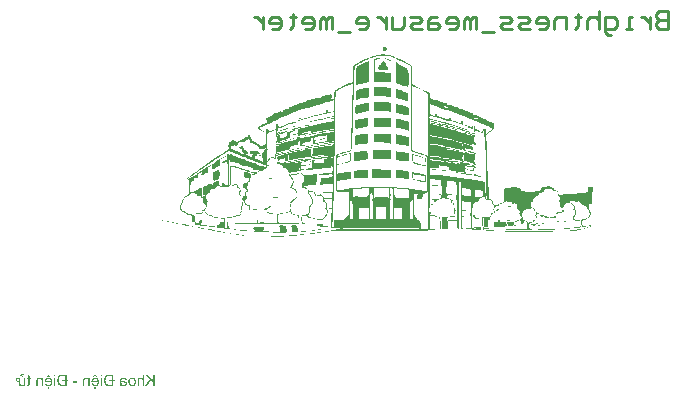
<source format=gbr>
%TF.GenerationSoftware,Altium Limited,Altium Designer,24.9.1 (31)*%
G04 Layer_Color=32896*
%FSLAX45Y45*%
%MOMM*%
%TF.SameCoordinates,1ED834A1-E46C-4F5A-A45D-C8FB9AE456DD*%
%TF.FilePolarity,Positive*%
%TF.FileFunction,Legend,Bot*%
%TF.Part,Single*%
G01*
G75*
%TA.AperFunction,NonConductor*%
%ADD39C,0.25400*%
G36*
X214842Y267458D02*
X216367D01*
X217754Y267319D01*
X218725Y267180D01*
X219280D01*
X219696Y267042D01*
X219834D01*
X219141Y260385D01*
X217616Y260523D01*
X216367D01*
X215397Y260662D01*
X210959D01*
X209156Y260385D01*
X207630Y260246D01*
X206382Y259969D01*
X205550Y259691D01*
X204857Y259414D01*
X204441Y259275D01*
X204302Y259137D01*
X203608Y258721D01*
X203192Y258305D01*
X202638Y257472D01*
X202360Y256918D01*
Y256640D01*
X202499Y255808D01*
X202915Y254976D01*
X203608Y254421D01*
X204163Y253867D01*
X204857Y253589D01*
X205411Y253312D01*
X205827Y253035D01*
X205966D01*
X206521Y252896D01*
X207214Y252757D01*
X208740Y252480D01*
X209433D01*
X210127Y252341D01*
X210681D01*
Y244575D01*
X203331D01*
Y247903D01*
X201251Y248181D01*
X199309Y248735D01*
X197784Y249290D01*
X196397Y249983D01*
X195149Y250677D01*
X194317Y251509D01*
X193485Y252341D01*
X192791Y253173D01*
X192375Y254005D01*
X191959Y254699D01*
X191543Y256086D01*
X191404Y256640D01*
Y257056D01*
Y257195D01*
Y257334D01*
X191682Y258998D01*
X192375Y260523D01*
X193346Y261910D01*
X194317Y263020D01*
X195426Y263852D01*
X196397Y264407D01*
X196952Y264823D01*
X197229Y264961D01*
X199309Y265793D01*
X201389Y266487D01*
X203608Y266903D01*
X205689Y267180D01*
X207630Y267458D01*
X209017Y267596D01*
X212762D01*
X214842Y267458D01*
D02*
G37*
G36*
X883576Y248874D02*
X871788D01*
Y262327D01*
X883576D01*
Y248874D01*
D02*
G37*
G36*
X488465Y248874D02*
X476677D01*
Y262326D01*
X488465D01*
Y248874D01*
D02*
G37*
G36*
X846409Y244575D02*
X832956D01*
X825467Y255670D01*
X818256Y244575D01*
X804804D01*
X819643Y262881D01*
X832263D01*
X846409Y244575D01*
D02*
G37*
G36*
X451298Y244575D02*
X437846D01*
X430357Y255670D01*
X423145Y244575D01*
X409693D01*
X424532Y262881D01*
X437152D01*
X451298Y244575D01*
D02*
G37*
G36*
X1241519Y166357D02*
X1229731D01*
Y204357D01*
X1229593Y207269D01*
X1229454Y209765D01*
X1229177Y211984D01*
X1228761Y213787D01*
X1228345Y215174D01*
X1228067Y216284D01*
X1227928Y216838D01*
X1227790Y217116D01*
X1226958Y218780D01*
X1225987Y220305D01*
X1224877Y221554D01*
X1223768Y222663D01*
X1222797Y223495D01*
X1221965Y224050D01*
X1221410Y224466D01*
X1221272Y224605D01*
X1219469Y225575D01*
X1217805Y226269D01*
X1216140Y226685D01*
X1214753Y227101D01*
X1213367Y227240D01*
X1212396Y227378D01*
X1211564D01*
X1209067Y227240D01*
X1206848Y226685D01*
X1205046Y226130D01*
X1203520Y225298D01*
X1202272Y224605D01*
X1201440Y223911D01*
X1200885Y223356D01*
X1200746Y223218D01*
X1199498Y221554D01*
X1198527Y219473D01*
X1197834Y217393D01*
X1197279Y215313D01*
X1197002Y213371D01*
X1196863Y211846D01*
Y211291D01*
Y210875D01*
Y210597D01*
Y210459D01*
Y166357D01*
X1185075D01*
Y210320D01*
X1185214Y213926D01*
X1185491Y217116D01*
X1185907Y219751D01*
X1186323Y221970D01*
X1186739Y223772D01*
X1187155Y225021D01*
X1187433Y225714D01*
X1187571Y225991D01*
X1188681Y227933D01*
X1189929Y229597D01*
X1191316Y230984D01*
X1192564Y232232D01*
X1193812Y233203D01*
X1194783Y233896D01*
X1195476Y234312D01*
X1195754Y234451D01*
X1197973Y235422D01*
X1200192Y236254D01*
X1202411Y236809D01*
X1204491Y237086D01*
X1206294Y237364D01*
X1207819Y237502D01*
X1209067D01*
X1211286Y237364D01*
X1213505Y237086D01*
X1215586Y236670D01*
X1217527Y235977D01*
X1221133Y234451D01*
X1222658Y233619D01*
X1224045Y232787D01*
X1225293Y231816D01*
X1226542Y230984D01*
X1227512Y230152D01*
X1228206Y229459D01*
X1228899Y228765D01*
X1229315Y228349D01*
X1229593Y228072D01*
X1229731Y227933D01*
Y262327D01*
X1241519D01*
Y166357D01*
D02*
G37*
G36*
X1330000D02*
X1317241D01*
Y199641D01*
X1301570Y214758D01*
X1267453Y166357D01*
X1250673D01*
X1292694Y223356D01*
X1252476Y262327D01*
X1269811D01*
X1317241Y214619D01*
Y262327D01*
X1330000D01*
Y166357D01*
D02*
G37*
G36*
X1066223Y237364D02*
X1069135Y237086D01*
X1071909Y236670D01*
X1074128Y236254D01*
X1076069Y235838D01*
X1077456Y235422D01*
X1078011Y235283D01*
X1078427Y235145D01*
X1078566Y235006D01*
X1078704D01*
X1081062Y234035D01*
X1083142Y232787D01*
X1084945Y231677D01*
X1086471Y230568D01*
X1087580Y229459D01*
X1088412Y228626D01*
X1088967Y228072D01*
X1089106Y227933D01*
X1090354Y226130D01*
X1091463Y224189D01*
X1092296Y222247D01*
X1092989Y220444D01*
X1093544Y218641D01*
X1093960Y217393D01*
X1094098Y216838D01*
Y216422D01*
X1094237Y216284D01*
Y216145D01*
X1082726Y214619D01*
X1081894Y217116D01*
X1081062Y219335D01*
X1080091Y221137D01*
X1079259Y222524D01*
X1078427Y223634D01*
X1077734Y224327D01*
X1077179Y224743D01*
X1077040Y224882D01*
X1075376Y225853D01*
X1073434Y226546D01*
X1071354Y227101D01*
X1069413Y227378D01*
X1067471Y227656D01*
X1066084Y227794D01*
X1064697D01*
X1061508Y227656D01*
X1058734Y227240D01*
X1056515Y226546D01*
X1054573Y225853D01*
X1053187Y225021D01*
X1052077Y224466D01*
X1051384Y223911D01*
X1051245Y223772D01*
X1050136Y222524D01*
X1049303Y220999D01*
X1048610Y219335D01*
X1048194Y217670D01*
X1047917Y216145D01*
X1047778Y214758D01*
Y213926D01*
Y213787D01*
Y213649D01*
Y213371D01*
Y212816D01*
Y211846D01*
X1047917Y211014D01*
Y210736D01*
Y210597D01*
X1049303Y210181D01*
X1050829Y209765D01*
X1054019Y208933D01*
X1057625Y208240D01*
X1060953Y207546D01*
X1062617Y207269D01*
X1064143Y207130D01*
X1065529Y206853D01*
X1066639Y206714D01*
X1067610Y206576D01*
X1068303D01*
X1068858Y206437D01*
X1068997D01*
X1071493Y206160D01*
X1073573Y205744D01*
X1075376Y205466D01*
X1076763Y205189D01*
X1077872Y205050D01*
X1078704Y204773D01*
X1079259Y204634D01*
X1079398D01*
X1081201Y204079D01*
X1082726Y203525D01*
X1084252Y202831D01*
X1085500Y202276D01*
X1086609Y201722D01*
X1087303Y201167D01*
X1087858Y200890D01*
X1087996Y200751D01*
X1089383Y199780D01*
X1090493Y198671D01*
X1091602Y197561D01*
X1092434Y196452D01*
X1093128Y195481D01*
X1093682Y194649D01*
X1093960Y194094D01*
X1094098Y193955D01*
X1094792Y192430D01*
X1095347Y190766D01*
X1095763Y189240D01*
X1096040Y187715D01*
X1096179Y186466D01*
X1096317Y185496D01*
Y184941D01*
Y184664D01*
X1096179Y182999D01*
X1096040Y181613D01*
X1095347Y178700D01*
X1094376Y176343D01*
X1093266Y174262D01*
X1092157Y172598D01*
X1091186Y171350D01*
X1090493Y170657D01*
X1090215Y170379D01*
X1087719Y168576D01*
X1084945Y167189D01*
X1081894Y166219D01*
X1079121Y165525D01*
X1076624Y165109D01*
X1075515Y164970D01*
X1074544D01*
X1073712Y164832D01*
X1072602D01*
X1070106Y164970D01*
X1067610Y165248D01*
X1065391Y165525D01*
X1063449Y165941D01*
X1061924Y166357D01*
X1060676Y166773D01*
X1059843Y166912D01*
X1059566Y167051D01*
X1057208Y168022D01*
X1054990Y169270D01*
X1052909Y170657D01*
X1050829Y171905D01*
X1049165Y173153D01*
X1047917Y174124D01*
X1047085Y174817D01*
X1046946Y175094D01*
X1046807D01*
X1046530Y173291D01*
X1046252Y171627D01*
X1045975Y170102D01*
X1045559Y168854D01*
X1045143Y167744D01*
X1044866Y167051D01*
X1044727Y166496D01*
X1044588Y166357D01*
X1032245D01*
X1032939Y167883D01*
X1033632Y169408D01*
X1034187Y170795D01*
X1034464Y172043D01*
X1034880Y173153D01*
X1035019Y173985D01*
X1035158Y174540D01*
Y174678D01*
X1035296Y175649D01*
X1035435Y176897D01*
Y178284D01*
X1035574Y179810D01*
X1035712Y183277D01*
Y186744D01*
X1035851Y190072D01*
Y191598D01*
Y192846D01*
Y193955D01*
Y194788D01*
Y195342D01*
Y195481D01*
Y211291D01*
Y213926D01*
X1035990Y216284D01*
X1036128Y218086D01*
Y219612D01*
X1036267Y220721D01*
X1036406Y221554D01*
X1036545Y221970D01*
Y222108D01*
X1036961Y223911D01*
X1037515Y225437D01*
X1038070Y226685D01*
X1038763Y227933D01*
X1039318Y228765D01*
X1039734Y229459D01*
X1040012Y229875D01*
X1040150Y230013D01*
X1041260Y231123D01*
X1042508Y232232D01*
X1043895Y233064D01*
X1045282Y233896D01*
X1046530Y234451D01*
X1047501Y234867D01*
X1048194Y235145D01*
X1048471Y235283D01*
X1050690Y235977D01*
X1053048Y236531D01*
X1055406Y236947D01*
X1057763Y237225D01*
X1059843Y237364D01*
X1061369Y237502D01*
X1062894D01*
X1066223Y237364D01*
D02*
G37*
G36*
X671944Y195204D02*
X635470D01*
Y206992D01*
X671944D01*
Y195204D01*
D02*
G37*
G36*
X270177Y253173D02*
Y235976D01*
X278914D01*
Y226823D01*
X270177D01*
Y186605D01*
Y184663D01*
Y182999D01*
X270038Y181474D01*
X269899Y179948D01*
Y178700D01*
X269761Y177590D01*
X269483Y175788D01*
X269206Y174401D01*
X269067Y173430D01*
X268790Y172875D01*
Y172737D01*
X268235Y171488D01*
X267403Y170518D01*
X266571Y169547D01*
X265878Y168853D01*
X265045Y168160D01*
X264491Y167744D01*
X264075Y167467D01*
X263936Y167328D01*
X262410Y166634D01*
X260885Y166218D01*
X259221Y165802D01*
X257557Y165664D01*
X256170Y165525D01*
X255060Y165386D01*
X253951D01*
X250900Y165525D01*
X249374Y165664D01*
X247987Y165941D01*
X246739Y166080D01*
X245768Y166218D01*
X245214Y166357D01*
X244936D01*
X246462Y176758D01*
X247571Y176620D01*
X248681Y176481D01*
X249652D01*
X250345Y176342D01*
X251732D01*
X253535Y176481D01*
X254783Y176758D01*
X255476Y177036D01*
X255754Y177174D01*
X256724Y177868D01*
X257279Y178561D01*
X257695Y179116D01*
X257834Y179393D01*
X257973Y180087D01*
X258111Y181058D01*
X258250Y183276D01*
X258389Y184247D01*
Y185079D01*
Y185634D01*
Y185911D01*
Y226823D01*
X246462D01*
Y235976D01*
X258389D01*
Y260246D01*
X270177Y253173D01*
D02*
G37*
G36*
X235090Y192846D02*
Y190211D01*
X234951Y187992D01*
X234812Y186050D01*
X234674Y184525D01*
Y183276D01*
X234535Y182444D01*
X234396Y181890D01*
Y181751D01*
X233980Y179948D01*
X233425Y178284D01*
X232871Y176758D01*
X232177Y175510D01*
X231623Y174401D01*
X231207Y173707D01*
X230929Y173153D01*
X230790Y173014D01*
X229681Y171766D01*
X228433Y170518D01*
X227185Y169547D01*
X225798Y168715D01*
X224688Y168021D01*
X223718Y167467D01*
X223163Y167189D01*
X222886Y167050D01*
X220805Y166357D01*
X218864Y165802D01*
X216922Y165386D01*
X215119Y165109D01*
X213594Y164970D01*
X212346Y164832D01*
X211375D01*
X208878Y164970D01*
X206382Y165386D01*
X204163Y165941D01*
X202083Y166634D01*
X200141Y167605D01*
X198338Y168576D01*
X196674Y169547D01*
X195149Y170656D01*
X193762Y171766D01*
X192652Y172737D01*
X191682Y173846D01*
X190850Y174678D01*
X190156Y175372D01*
X189740Y175926D01*
X189463Y176342D01*
X189324Y176481D01*
Y166357D01*
X178784D01*
Y198948D01*
X176565Y199225D01*
X174485Y199780D01*
X172543Y200473D01*
X170740Y201305D01*
X169076Y202276D01*
X167551Y203247D01*
X166164Y204218D01*
X165054Y205327D01*
X163945Y206298D01*
X162974Y207408D01*
X162281Y208240D01*
X161587Y209072D01*
X161171Y209765D01*
X160755Y210320D01*
X160478Y210597D01*
Y210736D01*
X160062Y211568D01*
X159646Y212539D01*
X159091Y214619D01*
X158536Y216977D01*
X158259Y219334D01*
X158120Y221553D01*
Y222524D01*
X157981Y223356D01*
Y224050D01*
Y224604D01*
Y224882D01*
Y225020D01*
Y235976D01*
X170602D01*
Y222247D01*
X164500D01*
X164638Y219612D01*
X164777Y217393D01*
X165054Y215451D01*
X165470Y214064D01*
X165886Y212955D01*
X166164Y212261D01*
X166302Y211845D01*
X166441Y211707D01*
X168105Y209488D01*
X170047Y207824D01*
X172127Y206437D01*
X174069Y205327D01*
X175872Y204634D01*
X177397Y204079D01*
X177952Y203940D01*
X178368D01*
X178645Y203802D01*
X178784D01*
Y235976D01*
X190572D01*
Y198670D01*
X190711Y195481D01*
X190850Y192707D01*
X191127Y190349D01*
X191543Y188408D01*
X191959Y186882D01*
X192236Y185773D01*
X192375Y185218D01*
X192514Y184941D01*
X193346Y183276D01*
X194317Y181890D01*
X195426Y180641D01*
X196536Y179532D01*
X197506Y178700D01*
X198338Y178145D01*
X198893Y177729D01*
X199032Y177590D01*
X200835Y176758D01*
X202499Y176065D01*
X204163Y175649D01*
X205689Y175233D01*
X207076Y175094D01*
X208046Y174955D01*
X209017D01*
X211097Y175094D01*
X212900Y175372D01*
X214426Y175926D01*
X215951Y176481D01*
X217199Y177174D01*
X218309Y178007D01*
X219280Y178977D01*
X220112Y179948D01*
X221360Y181751D01*
X222053Y183276D01*
X222331Y183831D01*
X222469Y184386D01*
X222608Y184663D01*
Y184802D01*
X222747Y185495D01*
X222886Y186328D01*
X223024Y188130D01*
X223163Y190211D01*
Y192291D01*
X223302Y194233D01*
Y195758D01*
Y196451D01*
Y196868D01*
Y197145D01*
Y197284D01*
Y235976D01*
X235090D01*
Y192846D01*
D02*
G37*
G36*
X827964Y237364D02*
X830460Y237086D01*
X832818Y236670D01*
X835037Y235977D01*
X837117Y235283D01*
X839059Y234451D01*
X840861Y233619D01*
X842387Y232648D01*
X843912Y231816D01*
X845161Y230845D01*
X846270Y230013D01*
X847102Y229320D01*
X847796Y228626D01*
X848350Y228210D01*
X848628Y227933D01*
X848766Y227794D01*
X850292Y225853D01*
X851679Y223772D01*
X852927Y221692D01*
X854036Y219473D01*
X854868Y217116D01*
X855562Y214897D01*
X856671Y210459D01*
X857087Y208517D01*
X857365Y206576D01*
X857503Y204911D01*
X857642Y203386D01*
X857781Y202138D01*
Y201306D01*
Y200612D01*
Y200474D01*
X857642Y197423D01*
X857365Y194510D01*
X856949Y191736D01*
X856394Y189240D01*
X855701Y186883D01*
X855007Y184664D01*
X854175Y182722D01*
X853343Y180919D01*
X852511Y179394D01*
X851679Y178007D01*
X850985Y176897D01*
X850292Y175926D01*
X849737Y175094D01*
X849321Y174540D01*
X849044Y174262D01*
X848905Y174124D01*
X847102Y172459D01*
X845299Y171073D01*
X843358Y169824D01*
X841277Y168715D01*
X839336Y167883D01*
X837256Y167051D01*
X833372Y165941D01*
X831570Y165664D01*
X829905Y165387D01*
X828380Y165109D01*
X827132Y164970D01*
X826161Y164832D01*
X824635D01*
X820336Y165109D01*
X816453Y165803D01*
X812986Y166635D01*
X811599Y167189D01*
X810212Y167744D01*
X808964Y168299D01*
X807855Y168854D01*
X807023Y169270D01*
X806190Y169686D01*
X805636Y170102D01*
X805220Y170379D01*
X804942Y170657D01*
X804804D01*
X802030Y173153D01*
X799811Y175788D01*
X797869Y178561D01*
X796483Y181196D01*
X795373Y183554D01*
X794957Y184664D01*
X794541Y185496D01*
X794264Y186328D01*
X794125Y186883D01*
X793986Y187160D01*
Y187299D01*
X806190Y188824D01*
X807300Y186189D01*
X808548Y183970D01*
X809796Y182029D01*
X810906Y180503D01*
X811876Y179394D01*
X812709Y178561D01*
X813402Y178007D01*
X813541Y177868D01*
X815344Y176759D01*
X817146Y175926D01*
X819088Y175372D01*
X820752Y174956D01*
X822278Y174678D01*
X823526Y174540D01*
X824635D01*
X826300Y174678D01*
X827825Y174817D01*
X830599Y175510D01*
X833095Y176481D01*
X835314Y177591D01*
X836978Y178561D01*
X838226Y179532D01*
X839059Y180226D01*
X839197Y180503D01*
X839336D01*
X841277Y182999D01*
X842803Y185773D01*
X843912Y188824D01*
X844745Y191598D01*
X845161Y194094D01*
X845438Y195204D01*
X845577Y196174D01*
Y197006D01*
X845715Y197561D01*
Y197977D01*
Y198116D01*
X793709D01*
X793570Y199503D01*
Y200474D01*
Y201028D01*
Y201167D01*
X793709Y204357D01*
X793986Y207269D01*
X794402Y210043D01*
X794957Y212678D01*
X795650Y215035D01*
X796344Y217254D01*
X797176Y219196D01*
X798008Y220999D01*
X798840Y222663D01*
X799672Y224050D01*
X800366Y225159D01*
X801059Y226130D01*
X801614Y226962D01*
X802030Y227517D01*
X802307Y227794D01*
X802446Y227933D01*
X804110Y229597D01*
X805913Y231123D01*
X807855Y232371D01*
X809796Y233480D01*
X811738Y234451D01*
X813541Y235145D01*
X815482Y235838D01*
X817146Y236254D01*
X818949Y236670D01*
X820475Y236947D01*
X821862Y237225D01*
X822971Y237364D01*
X823942Y237502D01*
X825329D01*
X827964Y237364D01*
D02*
G37*
G36*
X432853Y237363D02*
X435349Y237086D01*
X437707Y236670D01*
X439926Y235976D01*
X442006Y235283D01*
X443948Y234451D01*
X445751Y233619D01*
X447276Y232648D01*
X448802Y231816D01*
X450050Y230845D01*
X451159Y230013D01*
X451991Y229320D01*
X452685Y228626D01*
X453240Y228210D01*
X453517Y227933D01*
X453656Y227794D01*
X455181Y225852D01*
X456568Y223772D01*
X457816Y221692D01*
X458926Y219473D01*
X459758Y217115D01*
X460451Y214896D01*
X461561Y210459D01*
X461977Y208517D01*
X462254Y206575D01*
X462393Y204911D01*
X462531Y203386D01*
X462670Y202138D01*
Y201305D01*
Y200612D01*
Y200473D01*
X462531Y197422D01*
X462254Y194510D01*
X461838Y191736D01*
X461283Y189240D01*
X460590Y186882D01*
X459896Y184663D01*
X459064Y182722D01*
X458232Y180919D01*
X457400Y179393D01*
X456568Y178007D01*
X455875Y176897D01*
X455181Y175926D01*
X454626Y175094D01*
X454210Y174539D01*
X453933Y174262D01*
X453794Y174123D01*
X451991Y172459D01*
X450189Y171072D01*
X448247Y169824D01*
X446167Y168715D01*
X444225Y167883D01*
X442145Y167050D01*
X438262Y165941D01*
X436459Y165664D01*
X434795Y165386D01*
X433269Y165109D01*
X432021Y164970D01*
X431050Y164832D01*
X429525D01*
X425225Y165109D01*
X421342Y165802D01*
X417875Y166634D01*
X416488Y167189D01*
X415102Y167744D01*
X413853Y168299D01*
X412744Y168853D01*
X411912Y169269D01*
X411080Y169685D01*
X410525Y170102D01*
X410109Y170379D01*
X409832Y170656D01*
X409693D01*
X406919Y173153D01*
X404700Y175788D01*
X402759Y178561D01*
X401372Y181196D01*
X400262Y183554D01*
X399846Y184663D01*
X399430Y185495D01*
X399153Y186328D01*
X399014Y186882D01*
X398876Y187160D01*
Y187298D01*
X411080Y188824D01*
X412189Y186189D01*
X413437Y183970D01*
X414685Y182028D01*
X415795Y180503D01*
X416766Y179393D01*
X417598Y178561D01*
X418291Y178007D01*
X418430Y177868D01*
X420233Y176758D01*
X422036Y175926D01*
X423977Y175372D01*
X425642Y174955D01*
X427167Y174678D01*
X428415Y174539D01*
X429525D01*
X431189Y174678D01*
X432714Y174817D01*
X435488Y175510D01*
X437984Y176481D01*
X440203Y177590D01*
X441868Y178561D01*
X443116Y179532D01*
X443948Y180225D01*
X444086Y180503D01*
X444225D01*
X446167Y182999D01*
X447692Y185773D01*
X448802Y188824D01*
X449634Y191598D01*
X450050Y194094D01*
X450327Y195203D01*
X450466Y196174D01*
Y197006D01*
X450605Y197561D01*
Y197977D01*
Y198116D01*
X398598D01*
X398459Y199503D01*
Y200473D01*
Y201028D01*
Y201167D01*
X398598Y204356D01*
X398876Y207269D01*
X399292Y210043D01*
X399846Y212678D01*
X400540Y215035D01*
X401233Y217254D01*
X402065Y219196D01*
X402897Y220999D01*
X403729Y222663D01*
X404562Y224050D01*
X405255Y225159D01*
X405948Y226130D01*
X406503Y226962D01*
X406919Y227517D01*
X407197Y227794D01*
X407335Y227933D01*
X408999Y229597D01*
X410802Y231122D01*
X412744Y232371D01*
X414685Y233480D01*
X416627Y234451D01*
X418430Y235144D01*
X420372Y235838D01*
X422036Y236254D01*
X423839Y236670D01*
X425364Y236947D01*
X426751Y237225D01*
X427860Y237363D01*
X428831Y237502D01*
X430218D01*
X432853Y237363D01*
D02*
G37*
G36*
X978852Y218641D02*
X989392D01*
Y210043D01*
X978852D01*
Y166357D01*
X940991D01*
X938218Y166496D01*
X935860Y166773D01*
X933780Y166912D01*
X932254Y167189D01*
X931145Y167328D01*
X930590Y167467D01*
X930313D01*
X927262Y168299D01*
X924488Y169270D01*
X921992Y170379D01*
X919773Y171489D01*
X917970Y172598D01*
X916583Y173430D01*
X916167Y173708D01*
X915751Y173985D01*
X915612Y174124D01*
X915473D01*
X913116Y176204D01*
X911036Y178561D01*
X909094Y181196D01*
X907430Y183693D01*
X906182Y185912D01*
X905627Y186883D01*
X905211Y187853D01*
X904795Y188547D01*
X904517Y189101D01*
X904379Y189379D01*
Y189518D01*
X902853Y193678D01*
X901605Y197977D01*
X900773Y202138D01*
X900218Y206160D01*
X900079Y207963D01*
X899941Y209627D01*
X899802Y211014D01*
X899663Y212262D01*
Y213371D01*
Y214065D01*
Y214619D01*
Y214758D01*
X899802Y219473D01*
X900218Y223772D01*
X900912Y227656D01*
X901189Y229459D01*
X901605Y230984D01*
X902021Y232510D01*
X902298Y233758D01*
X902576Y234867D01*
X902992Y235838D01*
X903131Y236670D01*
X903408Y237225D01*
X903547Y237502D01*
Y237641D01*
X905072Y241247D01*
X906875Y244436D01*
X908678Y247210D01*
X910619Y249568D01*
X912145Y251509D01*
X913532Y252896D01*
X914087Y253312D01*
X914503Y253728D01*
X914641Y253867D01*
X914780Y254006D01*
X916999Y255808D01*
X919495Y257195D01*
X921853Y258443D01*
X924072Y259414D01*
X926013Y260108D01*
X927539Y260524D01*
X928094Y260801D01*
X928510D01*
X928787Y260940D01*
X928926D01*
X931283Y261356D01*
X934057Y261772D01*
X936831Y262049D01*
X939604Y262188D01*
X941962Y262327D01*
X978852D01*
Y218641D01*
D02*
G37*
G36*
X883576Y166357D02*
X871788D01*
Y235977D01*
X883576D01*
Y166357D01*
D02*
G37*
G36*
X749191Y237364D02*
X751688Y236947D01*
X753907Y236393D01*
X756125Y235699D01*
X758067Y234867D01*
X759870Y233896D01*
X761534Y232787D01*
X762921Y231816D01*
X764308Y230707D01*
X765417Y229597D01*
X766388Y228626D01*
X767220Y227794D01*
X767775Y227101D01*
X768191Y226546D01*
X768468Y226130D01*
X768607Y225991D01*
Y235977D01*
X779147D01*
Y166357D01*
X767359D01*
Y204218D01*
Y206576D01*
X767082Y208933D01*
X766804Y210875D01*
X766527Y212678D01*
X766111Y214342D01*
X765695Y215867D01*
X765140Y217254D01*
X764585Y218364D01*
X764169Y219335D01*
X763614Y220167D01*
X763198Y220860D01*
X762782Y221415D01*
X762228Y222108D01*
X761950Y222386D01*
X759870Y224050D01*
X757651Y225159D01*
X755432Y225991D01*
X753490Y226685D01*
X751688Y226962D01*
X750301Y227101D01*
X749746Y227240D01*
X749053D01*
X747388Y227101D01*
X745724Y226962D01*
X744337Y226546D01*
X743228Y226130D01*
X742257Y225714D01*
X741425Y225437D01*
X741009Y225159D01*
X740870Y225021D01*
X739622Y224189D01*
X738513Y223218D01*
X737681Y222247D01*
X736987Y221415D01*
X736571Y220583D01*
X736155Y219889D01*
X735878Y219473D01*
Y219335D01*
X735462Y217809D01*
X735046Y216145D01*
X734768Y214342D01*
X734629Y212539D01*
X734491Y211014D01*
Y209765D01*
Y208795D01*
Y208656D01*
Y208517D01*
Y166357D01*
X722703D01*
Y209072D01*
Y211984D01*
X722841Y214342D01*
X722980Y216284D01*
Y217948D01*
X723119Y219057D01*
X723257Y219889D01*
X723396Y220444D01*
Y220583D01*
X723812Y222386D01*
X724506Y224050D01*
X725060Y225437D01*
X725615Y226824D01*
X726308Y227794D01*
X726724Y228488D01*
X727002Y229042D01*
X727141Y229181D01*
X728250Y230568D01*
X729498Y231677D01*
X730746Y232787D01*
X732133Y233619D01*
X733243Y234312D01*
X734213Y234729D01*
X734768Y235006D01*
X735046Y235145D01*
X736987Y235977D01*
X739067Y236531D01*
X741009Y236947D01*
X742812Y237225D01*
X744337Y237364D01*
X745447Y237502D01*
X746556D01*
X749191Y237364D01*
D02*
G37*
G36*
X583741Y218641D02*
X594281D01*
Y210043D01*
X583741D01*
Y166357D01*
X545881D01*
X543107Y166496D01*
X540749Y166773D01*
X538669Y166912D01*
X537143Y167189D01*
X536034Y167328D01*
X535479Y167467D01*
X535202D01*
X532151Y168299D01*
X529377Y169269D01*
X526881Y170379D01*
X524662Y171488D01*
X522859Y172598D01*
X521472Y173430D01*
X521056Y173707D01*
X520640Y173985D01*
X520501Y174123D01*
X520363D01*
X518005Y176204D01*
X515925Y178561D01*
X513983Y181196D01*
X512319Y183693D01*
X511071Y185911D01*
X510516Y186882D01*
X510100Y187853D01*
X509684Y188546D01*
X509407Y189101D01*
X509268Y189379D01*
Y189517D01*
X507742Y193678D01*
X506494Y197977D01*
X505662Y202138D01*
X505107Y206159D01*
X504969Y207962D01*
X504830Y209626D01*
X504691Y211013D01*
X504553Y212261D01*
Y213371D01*
Y214064D01*
Y214619D01*
Y214758D01*
X504691Y219473D01*
X505107Y223772D01*
X505801Y227655D01*
X506078Y229458D01*
X506494Y230984D01*
X506910Y232509D01*
X507188Y233757D01*
X507465Y234867D01*
X507881Y235838D01*
X508020Y236670D01*
X508297Y237225D01*
X508436Y237502D01*
Y237641D01*
X509961Y241246D01*
X511764Y244436D01*
X513567Y247210D01*
X515509Y249567D01*
X517034Y251509D01*
X518421Y252896D01*
X518976Y253312D01*
X519392Y253728D01*
X519531Y253867D01*
X519669Y254005D01*
X521888Y255808D01*
X524385Y257195D01*
X526742Y258443D01*
X528961Y259414D01*
X530903Y260107D01*
X532428Y260523D01*
X532983Y260801D01*
X533399D01*
X533676Y260940D01*
X533815D01*
X536173Y261356D01*
X538946Y261772D01*
X541720Y262049D01*
X544494Y262188D01*
X546851Y262326D01*
X583741D01*
Y218641D01*
D02*
G37*
G36*
X488465Y166357D02*
X476677D01*
Y235976D01*
X488465D01*
Y166357D01*
D02*
G37*
G36*
X354081Y237363D02*
X356577Y236947D01*
X358796Y236392D01*
X361015Y235699D01*
X362956Y234867D01*
X364759Y233896D01*
X366423Y232787D01*
X367810Y231816D01*
X369197Y230706D01*
X370307Y229597D01*
X371277Y228626D01*
X372109Y227794D01*
X372664Y227101D01*
X373080Y226546D01*
X373358Y226130D01*
X373496Y225991D01*
Y235976D01*
X384036D01*
Y166357D01*
X372248D01*
Y204218D01*
Y206575D01*
X371971Y208933D01*
X371693Y210875D01*
X371416Y212678D01*
X371000Y214342D01*
X370584Y215867D01*
X370029Y217254D01*
X369474Y218364D01*
X369058Y219334D01*
X368504Y220166D01*
X368088Y220860D01*
X367672Y221415D01*
X367117Y222108D01*
X366839Y222385D01*
X364759Y224050D01*
X362540Y225159D01*
X360321Y225991D01*
X358380Y226685D01*
X356577Y226962D01*
X355190Y227101D01*
X354635Y227239D01*
X353942D01*
X352278Y227101D01*
X350613Y226962D01*
X349227Y226546D01*
X348117Y226130D01*
X347146Y225714D01*
X346314Y225436D01*
X345898Y225159D01*
X345760Y225020D01*
X344511Y224188D01*
X343402Y223217D01*
X342570Y222247D01*
X341876Y221415D01*
X341460Y220582D01*
X341044Y219889D01*
X340767Y219473D01*
Y219334D01*
X340351Y217809D01*
X339935Y216145D01*
X339657Y214342D01*
X339519Y212539D01*
X339380Y211013D01*
Y209765D01*
Y208794D01*
Y208656D01*
Y208517D01*
Y166357D01*
X327592D01*
Y209072D01*
Y211984D01*
X327731Y214342D01*
X327869Y216283D01*
Y217947D01*
X328008Y219057D01*
X328147Y219889D01*
X328285Y220444D01*
Y220582D01*
X328701Y222385D01*
X329395Y224050D01*
X329950Y225436D01*
X330504Y226823D01*
X331198Y227794D01*
X331614Y228487D01*
X331891Y229042D01*
X332030Y229181D01*
X333139Y230568D01*
X334387Y231677D01*
X335636Y232787D01*
X337022Y233619D01*
X338132Y234312D01*
X339103Y234728D01*
X339657Y235006D01*
X339935Y235144D01*
X341876Y235976D01*
X343957Y236531D01*
X345898Y236947D01*
X347701Y237225D01*
X349227Y237363D01*
X350336Y237502D01*
X351446D01*
X354081Y237363D01*
D02*
G37*
G36*
X1141112Y237364D02*
X1143331Y237225D01*
X1147630Y236254D01*
X1151375Y235006D01*
X1153039Y234312D01*
X1154565Y233619D01*
X1155951Y232926D01*
X1157061Y232232D01*
X1158170Y231539D01*
X1159003Y230984D01*
X1159696Y230429D01*
X1160251Y230013D01*
X1160528Y229875D01*
X1160667Y229736D01*
X1162608Y227933D01*
X1164134Y225853D01*
X1165659Y223634D01*
X1166769Y221415D01*
X1167878Y219057D01*
X1168710Y216561D01*
X1169404Y214203D01*
X1169959Y211984D01*
X1170513Y209765D01*
X1170791Y207824D01*
X1171068Y205882D01*
X1171207Y204357D01*
Y202970D01*
X1171345Y201999D01*
Y201444D01*
Y201167D01*
X1171207Y197977D01*
X1170929Y194926D01*
X1170513Y192153D01*
X1169959Y189518D01*
X1169265Y187160D01*
X1168572Y184941D01*
X1167740Y182861D01*
X1166907Y181058D01*
X1166075Y179394D01*
X1165243Y178007D01*
X1164550Y176897D01*
X1163856Y175926D01*
X1163302Y175094D01*
X1162886Y174540D01*
X1162608Y174262D01*
X1162470Y174124D01*
X1160667Y172459D01*
X1158864Y171073D01*
X1156922Y169824D01*
X1154981Y168715D01*
X1153039Y167883D01*
X1150959Y167051D01*
X1147214Y165941D01*
X1145550Y165664D01*
X1143886Y165387D01*
X1142499Y165109D01*
X1141251Y164970D01*
X1140141Y164832D01*
X1138755D01*
X1135426Y164970D01*
X1132375Y165525D01*
X1129463Y166219D01*
X1127105Y166912D01*
X1125025Y167744D01*
X1124193Y168022D01*
X1123499Y168299D01*
X1122806Y168576D01*
X1122390Y168854D01*
X1122251Y168992D01*
X1122113D01*
X1119339Y170795D01*
X1116981Y172737D01*
X1114901Y174678D01*
X1113237Y176620D01*
X1111989Y178284D01*
X1111018Y179671D01*
X1110740Y180226D01*
X1110463Y180642D01*
X1110324Y180780D01*
Y180919D01*
X1108938Y184109D01*
X1107967Y187576D01*
X1107135Y191043D01*
X1106719Y194510D01*
X1106441Y196036D01*
Y197423D01*
X1106303Y198809D01*
X1106164Y199919D01*
Y200890D01*
Y201583D01*
Y201999D01*
Y202138D01*
X1106303Y205189D01*
X1106580Y207963D01*
X1106996Y210597D01*
X1107551Y213094D01*
X1108244Y215451D01*
X1109076Y217532D01*
X1109908Y219612D01*
X1110740Y221276D01*
X1111573Y222802D01*
X1112405Y224189D01*
X1113237Y225437D01*
X1113930Y226407D01*
X1114485Y227101D01*
X1114901Y227656D01*
X1115178Y227933D01*
X1115317Y228072D01*
X1117120Y229736D01*
X1118923Y231123D01*
X1120864Y232510D01*
X1122806Y233480D01*
X1124748Y234451D01*
X1126689Y235145D01*
X1130434Y236393D01*
X1132236Y236670D01*
X1133762Y236947D01*
X1135149Y237225D01*
X1136397Y237364D01*
X1137368Y237502D01*
X1138755D01*
X1141112Y237364D01*
D02*
G37*
G36*
X831570Y145000D02*
X818117D01*
Y158452D01*
X831570D01*
Y145000D01*
D02*
G37*
G36*
X436459Y145000D02*
X423007D01*
Y158452D01*
X436459D01*
Y145000D01*
D02*
G37*
G36*
X3276842Y3035944D02*
X3286100Y3034092D01*
X3291655Y3032241D01*
X3293506Y3030389D01*
Y3026686D01*
Y3022983D01*
Y3017428D01*
Y3015576D01*
X3291655Y3008169D01*
X3289803Y3004466D01*
X3287952Y3002614D01*
X3263880D01*
X3262028Y3000763D01*
Y2995208D01*
Y2991504D01*
Y2989653D01*
Y2982246D01*
X3263880Y2978543D01*
X3265732Y2974839D01*
X3271287Y2972988D01*
X3278693D01*
X3286100Y2971136D01*
X3287952D01*
X3302765Y2969284D01*
X3317578Y2965581D01*
X3349056Y2956323D01*
X3362018Y2950768D01*
X3373128Y2947064D01*
X3380535Y2945213D01*
X3382386Y2943361D01*
X3404606Y2934103D01*
X3423123Y2924845D01*
X3441639Y2915586D01*
X3458304Y2908180D01*
X3469414Y2900773D01*
X3480524Y2895218D01*
X3486079Y2891515D01*
X3487931Y2889663D01*
X3512002Y2874850D01*
Y2719310D01*
X3584217Y2682277D01*
X3656432Y2647096D01*
X3658284Y2606359D01*
Y2597101D01*
Y2589694D01*
Y2585991D01*
Y2584139D01*
X3660135Y2582287D01*
Y2584139D01*
Y2585991D01*
X3661987Y2595249D01*
X3663838Y2598952D01*
X3665690Y2600804D01*
X3669393D01*
X3674948Y2598952D01*
X3678652Y2597101D01*
X3680503Y2595249D01*
X3686058Y2591546D01*
X3687910Y2589694D01*
Y2591546D01*
Y2593397D01*
X3686058Y2597101D01*
X3687910D01*
X3689762Y2595249D01*
X3695317Y2591546D01*
X3699020Y2589694D01*
X3708278Y2587842D01*
X3711982D01*
X3726795Y2584139D01*
X3737905Y2582287D01*
X3745312Y2580436D01*
X3747163Y2578584D01*
X3754570Y2574881D01*
X3758273Y2571177D01*
Y2569326D01*
X3756421Y2565623D01*
X3758273Y2567474D01*
X3765680D01*
X3774938Y2565623D01*
X3782345Y2563771D01*
X3786048D01*
X3793455Y2561919D01*
X3799010D01*
X3806416Y2558216D01*
X3808268Y2556364D01*
X3810120Y2543403D01*
X3808268Y2535996D01*
X3806416Y2534144D01*
Y2532293D01*
X3802713D01*
X3795306Y2534144D01*
X3789751Y2535996D01*
X3787900D01*
X3780493Y2537848D01*
X3776790D01*
X3774938Y2535996D01*
Y2534144D01*
X3776790Y2530441D01*
X3780493Y2528589D01*
X3784196Y2526738D01*
X3786048Y2524886D01*
X3795306Y2521183D01*
X3802713Y2519331D01*
X3810120D01*
X3813823Y2521183D01*
Y2523034D01*
X3815675Y2528589D01*
Y2532293D01*
Y2539699D01*
Y2543403D01*
X3817526Y2548958D01*
X3819378Y2550809D01*
X3823081D01*
X3830488Y2548958D01*
X3836043Y2547106D01*
X3839746Y2545254D01*
X3852708Y2539699D01*
X3861966Y2535996D01*
X3867521Y2534144D01*
X3869373Y2532293D01*
X3874928Y2528589D01*
X3878631Y2526738D01*
X3882334Y2524886D01*
X3884186D01*
X3887889Y2526738D01*
X3891593D01*
X3893444Y2524886D01*
X3895296D01*
X3900851Y2523034D01*
X3902703Y2519331D01*
Y2517479D01*
X3900851Y2515628D01*
Y2513776D01*
X3902703Y2515628D01*
X3915664D01*
X3924923Y2513776D01*
X3928626Y2511924D01*
X3937884Y2508221D01*
X3947142Y2502666D01*
X3954549Y2500814D01*
X3956401Y2498963D01*
X3967511Y2495259D01*
X3973066Y2493408D01*
X3976769Y2491556D01*
X3980472D01*
X3982324Y2489704D01*
X3993434Y2486001D01*
X3995286Y2484149D01*
X3997137D01*
X4008247Y2480446D01*
X4010099Y2478594D01*
X4011951D01*
X4015654Y2476743D01*
X4019357D01*
X4021209Y2474891D01*
X4023061Y2473040D01*
X4024912Y2469336D01*
X4026764Y2467485D01*
Y2465633D01*
Y2463781D01*
Y2461930D01*
X4024912D01*
X4023061Y2460078D01*
Y2458226D01*
Y2452671D01*
Y2450820D01*
Y2448968D01*
X4026764Y2441561D01*
X4030467Y2439710D01*
Y2437858D01*
X4039725Y2430451D01*
X4043429Y2428600D01*
X4045280D01*
X4054539Y2424896D01*
X4060094Y2423045D01*
X4061945D01*
X4063797Y2424896D01*
Y2426748D01*
Y2428600D01*
Y2430451D01*
Y2437858D01*
Y2439710D01*
X4061945Y2443413D01*
X4060094D01*
X4058242Y2441561D01*
X4060094Y2439710D01*
Y2437858D01*
Y2436006D01*
X4058242Y2434155D01*
Y2432303D01*
X4056390D01*
X4050835Y2434155D01*
X4048984D01*
X4047132Y2436006D01*
X4045280Y2437858D01*
X4043429Y2439710D01*
X4041577Y2441561D01*
X4039725D01*
X4034170Y2443413D01*
X4032319D01*
X4030467Y2448968D01*
Y2452671D01*
X4032319Y2460078D01*
X4034170Y2461930D01*
X4036022Y2463781D01*
X4043429D01*
X4050835Y2461930D01*
X4054539Y2460078D01*
X4056390Y2458226D01*
X4061945Y2454523D01*
X4063797Y2452671D01*
X4067500Y2450820D01*
X4074907D01*
X4076759Y2448968D01*
X4080462Y2447116D01*
X4084165Y2445265D01*
X4087869Y2443413D01*
X4089720Y2441561D01*
X4098979Y2437858D01*
X4106385Y2434155D01*
X4111940Y2432303D01*
X4113792Y2430451D01*
X4123050Y2426748D01*
X4130457Y2423045D01*
X4134160Y2421193D01*
X4136012Y2419341D01*
X4139715Y2417490D01*
X4143418Y2415638D01*
Y2413786D01*
Y2411935D01*
X4148973D01*
X4152677Y2410083D01*
X4156380Y2408231D01*
X4158232D01*
X4171193Y2404528D01*
X4174897Y2402676D01*
X4176748Y2400825D01*
X4200820Y2391566D01*
Y2365643D01*
Y2341572D01*
X4169342Y2317500D01*
X4137863Y2293428D01*
Y2271209D01*
Y2265654D01*
Y2256395D01*
X4139715Y2234175D01*
Y2223065D01*
Y2215659D01*
Y2208252D01*
Y2206400D01*
X4141567Y2163812D01*
Y2143444D01*
Y2124927D01*
X4143418Y2108262D01*
Y2095301D01*
Y2087894D01*
Y2084191D01*
X4145270Y2036048D01*
X4147122Y2015679D01*
Y1995311D01*
X4148973Y1980498D01*
Y1967536D01*
Y1960130D01*
Y1956426D01*
X4150825Y1934206D01*
Y1913838D01*
X4152677Y1897173D01*
Y1884212D01*
X4154528Y1873102D01*
Y1865695D01*
Y1861992D01*
Y1860140D01*
X4156380Y1841623D01*
Y1824959D01*
Y1811997D01*
Y1810145D01*
Y1808294D01*
X4158232Y1791629D01*
Y1782370D01*
Y1776815D01*
Y1774964D01*
Y1767557D01*
X4160083Y1762002D01*
X4161935Y1758299D01*
Y1756447D01*
X4169342Y1749040D01*
X4171193Y1747189D01*
X4173045D01*
X4180452Y1743485D01*
X4182303Y1741634D01*
Y1739782D01*
X4187858Y1732376D01*
X4189710Y1730524D01*
Y1728672D01*
X4191562Y1723117D01*
X4193413Y1719414D01*
X4195265Y1715711D01*
Y1713859D01*
X4202672Y1706452D01*
X4204523Y1704601D01*
X4210078Y1700897D01*
X4213782Y1697194D01*
X4215633Y1695342D01*
X4219336Y1697194D01*
X4223040Y1699046D01*
X4226743Y1700897D01*
X4228595D01*
X4237853Y1702749D01*
X4239705Y1704601D01*
X4245260Y1708304D01*
X4247111Y1710156D01*
X4248963Y1712007D01*
X4250815Y1713859D01*
X4258221Y1715711D01*
X4260073D01*
X4265628Y1717562D01*
X4269331D01*
X4278590Y1721266D01*
X4280441Y1723117D01*
X4284145Y1734227D01*
X4285996Y1737930D01*
Y1739782D01*
Y1745337D01*
Y1750892D01*
Y1767557D01*
Y1774964D01*
Y1780519D01*
Y1784222D01*
Y1786074D01*
X4284145Y1800887D01*
Y1811997D01*
Y1819404D01*
Y1821255D01*
X4285996Y1830513D01*
Y1836068D01*
Y1837920D01*
X4289700D01*
X4293403Y1839772D01*
X4300810D01*
X4310068Y1841623D01*
X4321178Y1843475D01*
X4328584Y1845327D01*
X4330436D01*
X4356359Y1847178D01*
X4376728Y1849030D01*
X4384134D01*
X4389689Y1847178D01*
X4395244D01*
X4404502Y1845327D01*
X4411909D01*
X4421167Y1839772D01*
X4424871Y1836068D01*
X4426722Y1834217D01*
X4428574Y1828662D01*
X4430426Y1826810D01*
X4432277Y1823107D01*
X4437832Y1821255D01*
X4445239Y1819404D01*
X4450794Y1817552D01*
X4452646D01*
X4463756Y1813849D01*
X4467459Y1811997D01*
X4469311D01*
X4474866Y1810145D01*
X4476717D01*
X4478569Y1808294D01*
X4480421Y1806442D01*
X4498937D01*
X4510047Y1808294D01*
X4519305Y1810145D01*
X4523009D01*
X4541525Y1811997D01*
X4558190Y1813849D01*
X4569300Y1815700D01*
X4576707D01*
X4582262Y1817552D01*
X4587817D01*
X4593372Y1821255D01*
X4595223Y1826810D01*
X4597075Y1832365D01*
Y1834217D01*
Y1839772D01*
X4598927Y1841623D01*
X4600778Y1843475D01*
X4604482Y1847178D01*
X4611888Y1849030D01*
X4617443Y1850882D01*
X4619295D01*
X4634108Y1852733D01*
X4645218Y1854585D01*
X4654477Y1856437D01*
X4660032Y1858288D01*
X4678548D01*
X4685955Y1854585D01*
X4691510Y1852733D01*
X4693361Y1850882D01*
X4702620Y1845327D01*
X4704471Y1843475D01*
Y1841623D01*
X4708175Y1839772D01*
X4710026Y1837920D01*
Y1836068D01*
X4711878Y1830513D01*
Y1828662D01*
X4715581Y1826810D01*
X4717433D01*
X4724840Y1824959D01*
X4730395Y1823107D01*
X4734098Y1821255D01*
X4735950Y1819404D01*
X4743356Y1813849D01*
X4745208Y1808294D01*
X4747060Y1804590D01*
Y1802739D01*
X4748911Y1795332D01*
Y1793480D01*
Y1791629D01*
X4752615Y1787925D01*
X4754466Y1786074D01*
X4774834D01*
X4791499Y1787925D01*
X4811868D01*
X4830384Y1789777D01*
X4847049D01*
X4860011Y1791629D01*
X4863714D01*
X4882231Y1793480D01*
X4898896Y1795332D01*
X4913709Y1797184D01*
X4926671D01*
X4948891Y1799035D01*
X4963704Y1800887D01*
X4974814Y1802739D01*
X4982220Y1804590D01*
X4985924D01*
X4991479Y1806442D01*
X4993330Y1808294D01*
X4995182Y1813849D01*
Y1819404D01*
Y1823107D01*
Y1824959D01*
Y1847178D01*
X5037770D01*
X5035919Y1763854D01*
Y1741634D01*
Y1724969D01*
Y1713859D01*
Y1712007D01*
Y1710156D01*
Y1704601D01*
Y1700897D01*
Y1697194D01*
X5034067Y1699046D01*
Y1704601D01*
Y1708304D01*
X5032215Y1710156D01*
X5028512Y1713859D01*
X5026660D01*
X5021105Y1712007D01*
X5019254Y1710156D01*
X5008144D01*
X5006292Y1706452D01*
X5004440Y1699046D01*
Y1691639D01*
Y1689787D01*
Y1687936D01*
X5006292Y1674974D01*
X5008144Y1665716D01*
X5009995Y1660161D01*
X5011847Y1658309D01*
X5015550Y1649051D01*
X5019254Y1641644D01*
Y1636089D01*
Y1634238D01*
Y1624979D01*
X5017402Y1615721D01*
X5015550Y1610166D01*
Y1608314D01*
X5011847Y1600908D01*
X5004440Y1593501D01*
X4998885Y1587946D01*
X4995182Y1586094D01*
X4984072Y1578688D01*
X4972962Y1574984D01*
X4965555Y1571281D01*
X4963704D01*
X4958149Y1569429D01*
X4954446Y1567578D01*
X4950742Y1565726D01*
X4948891Y1562023D01*
Y1558319D01*
Y1552764D01*
Y1550913D01*
Y1541655D01*
X4950742Y1534248D01*
X4954446Y1524990D01*
X4956297Y1521286D01*
X4958149Y1519435D01*
X4963704D01*
X4972962Y1521286D01*
X4984072D01*
X4997034Y1524990D01*
X5008144Y1526841D01*
X5017402Y1528693D01*
X5024809Y1530545D01*
X5030364D01*
X5028512Y1528693D01*
X5026660Y1526841D01*
Y1524990D01*
X5028512D01*
Y1523138D01*
Y1521286D01*
X5026660Y1517583D01*
X5019254Y1513880D01*
X5009995Y1510176D01*
X5002589Y1508325D01*
X4993330Y1504621D01*
X4987775Y1502770D01*
X4985924D01*
X4948891Y1493511D01*
X4932226Y1489808D01*
X4917412Y1486105D01*
X4906302Y1484253D01*
X4897044Y1482401D01*
X4889637Y1480550D01*
X4876676D01*
X4861863Y1478698D01*
X4826681D01*
X4810016Y1476846D01*
X4782241D01*
X4715581Y1474995D01*
X4684103Y1473143D01*
X4654477D01*
X4630405Y1471291D01*
X4358211D01*
X4328584Y1473143D01*
X4304513D01*
X4284145Y1474995D01*
X4269331D01*
X4258221Y1476846D01*
X4248963D01*
X4221188Y1478698D01*
X4197117D01*
X4150825Y1482401D01*
X4113792Y1484253D01*
X4082314Y1486105D01*
X4058242Y1487956D01*
X4041577Y1489808D01*
X4028616D01*
X4006396Y1491660D01*
X3987879Y1493511D01*
X3976769Y1495363D01*
X3969362Y1497215D01*
X3963807D01*
X3961956Y1499066D01*
X3963807Y1500918D01*
X3965659D01*
X3974917Y1502770D01*
X3993434D01*
X4000841Y1504621D01*
X4006396Y1506473D01*
X4008247Y1510176D01*
Y1517583D01*
X4010099Y1534248D01*
Y1541655D01*
Y1549061D01*
Y1552764D01*
Y1554616D01*
Y1604611D01*
X3963807D01*
X3952697Y1602759D01*
X3945291D01*
X3939736Y1600908D01*
X3936033D01*
X3934181Y1599056D01*
X3932329D01*
X3930478Y1595353D01*
Y1589798D01*
Y1574984D01*
Y1565726D01*
Y1560171D01*
Y1554616D01*
Y1552764D01*
Y1534248D01*
X3932329Y1521286D01*
Y1513880D01*
Y1512028D01*
X3934181Y1504621D01*
X3936033Y1500918D01*
X3937884Y1499066D01*
X3941587Y1497215D01*
Y1495363D01*
X3924923D01*
Y1667567D01*
Y1693491D01*
Y1715711D01*
Y1758299D01*
Y1793480D01*
Y1821255D01*
X3923071Y1841623D01*
Y1856437D01*
Y1865695D01*
Y1867547D01*
Y1887915D01*
X3921219Y1902728D01*
X3919368Y1911987D01*
X3917516Y1919393D01*
X3915664Y1923096D01*
Y1926800D01*
X3913813D01*
X3911961Y1924948D01*
Y1919393D01*
X3910109Y1910135D01*
Y1902728D01*
X3908258Y1893470D01*
Y1884212D01*
Y1878657D01*
Y1876805D01*
Y1854585D01*
Y1830513D01*
Y1802739D01*
Y1774964D01*
Y1750892D01*
Y1730524D01*
Y1723117D01*
Y1717562D01*
Y1713859D01*
Y1712007D01*
Y1497215D01*
X3906406Y1706452D01*
Y1737930D01*
X3904554Y1767557D01*
Y1791629D01*
Y1813849D01*
X3902703Y1832365D01*
Y1845327D01*
Y1852733D01*
Y1856437D01*
Y1876805D01*
X3900851Y1893470D01*
Y1904580D01*
Y1911987D01*
X3898999Y1915690D01*
Y1910135D01*
Y1900877D01*
Y1889767D01*
X3897148Y1878657D01*
Y1869398D01*
Y1861992D01*
Y1860140D01*
Y1836068D01*
Y1811997D01*
Y1787925D01*
Y1763854D01*
Y1743485D01*
Y1726821D01*
Y1715711D01*
Y1713859D01*
Y1712007D01*
Y1680529D01*
Y1652754D01*
Y1626831D01*
Y1604611D01*
Y1586094D01*
Y1573133D01*
Y1565726D01*
Y1562023D01*
Y1541655D01*
Y1524990D01*
Y1513880D01*
Y1506473D01*
X3895296Y1502770D01*
Y1500918D01*
Y1499066D01*
X3893444Y1500918D01*
Y1504621D01*
X3891593Y1506473D01*
Y1508325D01*
Y1523138D01*
Y1528693D01*
Y1530545D01*
Y1560171D01*
X3813823D01*
X3811971Y1526841D01*
X3810120Y1491660D01*
X3587920Y1487956D01*
X3676800Y1486105D01*
X3684207D01*
X3682355Y1484253D01*
X3652729D01*
X3636064Y1482401D01*
X3302765D01*
X2847256Y1480550D01*
X2765783Y1469440D01*
X2702827Y1460181D01*
X2673200Y1456478D01*
X2645425Y1452775D01*
X2623206Y1450923D01*
X2604689Y1449072D01*
X2597282D01*
X2591727Y1447220D01*
X2588024D01*
X2554694Y1443517D01*
X2521364Y1439813D01*
X2489886Y1437962D01*
X2463963Y1434258D01*
X2441743Y1432407D01*
X2423226D01*
X2412116Y1430555D01*
X2408413D01*
X2376935Y1428703D01*
X2349160D01*
X2323237Y1426852D01*
X2299165D01*
X2280648Y1425000D01*
X2193620D01*
X2180659Y1426852D01*
X2169549D01*
X2162142Y1428703D01*
X2247319D01*
X2267687Y1430555D01*
X2308423D01*
X2323237Y1432407D01*
X2336198D01*
X2399155Y1436110D01*
X2428781Y1437962D01*
X2454705Y1439813D01*
X2476924Y1441665D01*
X2495441D01*
X2506551Y1443517D01*
X2510254D01*
X2543584Y1447220D01*
X2576914Y1450923D01*
X2606541Y1454627D01*
X2632464Y1456478D01*
X2656535Y1460181D01*
X2673200Y1462033D01*
X2684310Y1463885D01*
X2688014D01*
X2721344Y1467588D01*
X2750970Y1471291D01*
X2776893Y1474995D01*
X2799113Y1478698D01*
X2817630Y1482401D01*
X2832443Y1484253D01*
X2839850Y1486105D01*
X2843553D01*
X2858366Y1489808D01*
X2869476Y1491660D01*
X2876883Y1493511D01*
X2880586D01*
X2889845Y1497215D01*
X2895400Y1499066D01*
X2897251D01*
X2895400Y1500918D01*
X2887993D01*
X2882438Y1502770D01*
X2858366D01*
X2847256Y1504621D01*
X2834295D01*
X2819482Y1508325D01*
X2806520Y1510176D01*
X2799113Y1512028D01*
X2795410D01*
X2784300Y1513880D01*
X2775042Y1515731D01*
X2750970D01*
Y1513880D01*
X2749118Y1512028D01*
Y1510176D01*
Y1504621D01*
Y1502770D01*
Y1499066D01*
X2747267Y1495363D01*
X2745415Y1493511D01*
X2743563D01*
X2738008Y1491660D01*
X2728750Y1489808D01*
X2721344Y1487956D01*
X2717640D01*
X2693569Y1484253D01*
X2667645Y1480550D01*
X2641722Y1478698D01*
X2617651Y1474995D01*
X2595431Y1473143D01*
X2578766D01*
X2571359Y1471291D01*
X2562101D01*
X2488034Y1467588D01*
X2452853D01*
X2421375Y1465736D01*
X2354715D01*
X2313978Y1467588D01*
X2276945D01*
X2239912Y1469440D01*
X2208434Y1471291D01*
X2180659Y1473143D01*
X2169549Y1474995D01*
X2160291D01*
X2152884Y1476846D01*
X2141774D01*
X2102889Y1478698D01*
X2069559Y1482401D01*
X2038081Y1486105D01*
X2012158Y1487956D01*
X1989938Y1491660D01*
X1973273Y1493511D01*
X1964015Y1495363D01*
X1960311D01*
X1949201Y1497215D01*
X1938091D01*
X1930685Y1499066D01*
X1926981D01*
X1915871Y1500918D01*
X1899207D01*
X1891800Y1502770D01*
X1876987D01*
X1869580Y1504621D01*
X1865877D01*
X1864025Y1506473D01*
X1858470Y1508325D01*
X1847360D01*
X1836250Y1510176D01*
X1821437Y1512028D01*
X1808475Y1513880D01*
X1797365Y1515731D01*
X1789959Y1517583D01*
X1786255D01*
X1764035Y1521286D01*
X1745519Y1523138D01*
X1730705Y1524990D01*
X1719595D01*
X1712189Y1526841D01*
X1704782D01*
X1693672Y1528693D01*
X1686266Y1530545D01*
X1680711Y1532396D01*
X1678859D01*
X1673304Y1537951D01*
X1671452Y1543506D01*
X1669601Y1547210D01*
Y1549061D01*
X1667749Y1552764D01*
Y1558319D01*
X1665897Y1563874D01*
Y1565726D01*
Y1576836D01*
Y1587946D01*
Y1595353D01*
Y1597204D01*
Y1608314D01*
Y1615721D01*
Y1619424D01*
Y1621276D01*
X1669601Y1597204D01*
X1671452Y1578688D01*
Y1571281D01*
X1673304Y1567578D01*
Y1563874D01*
Y1562023D01*
X1675156Y1552764D01*
X1677007Y1547210D01*
X1678859Y1539803D01*
X1680711Y1536100D01*
X1682562Y1537951D01*
X1684414D01*
X1686266Y1539803D01*
Y1541655D01*
X1688117Y1543506D01*
Y1545358D01*
X1689969Y1547210D01*
X1691821D01*
X1695524Y1549061D01*
X1697376D01*
X1701079Y1554616D01*
Y1558319D01*
X1704782Y1563874D01*
X1706634Y1565726D01*
X1714041Y1567578D01*
X1715892Y1569429D01*
X1727002D01*
X1730705Y1567578D01*
X1732557D01*
X1730705Y1565726D01*
X1728854Y1563874D01*
Y1562023D01*
X1727002Y1554616D01*
X1725150Y1547210D01*
X1723299Y1543506D01*
Y1541655D01*
Y1536100D01*
X1725150Y1534248D01*
Y1532396D01*
X1728854D01*
X1736260Y1530545D01*
X1741815Y1528693D01*
X1745519D01*
X1762184Y1526841D01*
X1776997Y1524990D01*
X1788107Y1523138D01*
X1791810D01*
X1810327Y1521286D01*
X1825140Y1519435D01*
X1836250Y1517583D01*
X1843657Y1515731D01*
X1849212D01*
X1852915Y1513880D01*
X1860322D01*
X1862173Y1515731D01*
X1860322Y1517583D01*
X1856618Y1521286D01*
Y1523138D01*
Y1526841D01*
X1860322Y1530545D01*
X1864025Y1532396D01*
X1867728D01*
X1873283Y1534248D01*
X1875135D01*
X1878838Y1539803D01*
X1880690Y1543506D01*
X1882542Y1549061D01*
X1884393Y1552764D01*
X1886245Y1554616D01*
X1889948Y1556468D01*
X1899207D01*
X1908465Y1558319D01*
X1910316D01*
X1914020Y1560171D01*
X1915871D01*
Y1562023D01*
Y1567578D01*
Y1569429D01*
X1917723Y1573133D01*
X1919575Y1574984D01*
X1917723Y1576836D01*
X1915871Y1578688D01*
X1912168Y1580539D01*
X1910316D01*
X1901058Y1584243D01*
X1888097Y1586094D01*
X1876987Y1587946D01*
X1873283D01*
X1856618Y1589798D01*
X1845508D01*
X1838102Y1591649D01*
X1836250D01*
X1828843Y1595353D01*
X1823288Y1597204D01*
X1819585Y1599056D01*
X1817733Y1600908D01*
X1814030D01*
X1812178Y1602759D01*
X1810327D01*
X1801069Y1606463D01*
X1797365Y1608314D01*
X1795514D01*
X1784404Y1610166D01*
X1776997Y1613869D01*
X1771442Y1617573D01*
X1769590Y1619424D01*
X1758480Y1634238D01*
X1756629Y1639793D01*
X1754777Y1641644D01*
X1749222Y1658309D01*
X1741815Y1643496D01*
X1736260Y1634238D01*
X1728854Y1628683D01*
X1721447Y1624979D01*
X1719595Y1623128D01*
X1708486Y1619424D01*
X1688117D01*
X1678859Y1621276D01*
X1675156Y1623128D01*
X1673304Y1624979D01*
X1677007Y1626831D01*
X1712189D01*
X1721447Y1630534D01*
X1725150Y1632386D01*
X1732557Y1637941D01*
X1736260Y1641644D01*
X1738112Y1643496D01*
X1736260Y1645347D01*
X1717744D01*
X1721447Y1647199D01*
X1725150Y1650902D01*
X1728854Y1652754D01*
X1730705Y1654606D01*
X1741815Y1660161D01*
X1749222Y1663864D01*
X1752925Y1667567D01*
X1754777D01*
X1758480Y1674974D01*
X1760332Y1682381D01*
Y1689787D01*
Y1691639D01*
Y1700897D01*
X1758480Y1702749D01*
X1754777Y1708304D01*
X1752925Y1710156D01*
X1751074D01*
X1747370Y1713859D01*
X1743667Y1715711D01*
X1741815Y1717562D01*
X1739964Y1723117D01*
Y1728672D01*
Y1734227D01*
Y1736079D01*
Y1747189D01*
X1738112Y1749040D01*
Y1750892D01*
X1736260Y1754595D01*
X1732557Y1756447D01*
X1730705Y1758299D01*
X1728854D01*
X1723299Y1763854D01*
X1721447Y1765705D01*
X1717744Y1769409D01*
Y1771260D01*
X1714041Y1773112D01*
X1712189Y1774964D01*
X1706634Y1776815D01*
X1704782D01*
X1697376Y1778667D01*
X1693672D01*
X1686266Y1784222D01*
X1684414Y1787925D01*
X1682562D01*
X1671452Y1797184D01*
X1660342Y1800887D01*
X1647381D01*
X1634419Y1797184D01*
X1625161Y1791629D01*
X1619606Y1786074D01*
X1617754Y1782370D01*
X1614051Y1776815D01*
X1612199Y1774964D01*
X1610348D01*
X1602941Y1771260D01*
X1601089Y1769409D01*
X1599238D01*
X1589979Y1765705D01*
X1582573Y1762002D01*
X1578869Y1756447D01*
X1577018Y1754595D01*
X1573314Y1745337D01*
X1571463Y1737930D01*
X1569611Y1730524D01*
Y1728672D01*
X1567759Y1721266D01*
X1565908Y1719414D01*
Y1717562D01*
X1564056Y1712007D01*
X1562204Y1710156D01*
X1560353Y1708304D01*
X1556649Y1704601D01*
X1554798Y1702749D01*
Y1700897D01*
X1552946Y1689787D01*
Y1684232D01*
Y1682381D01*
X1554798Y1671271D01*
X1556649Y1663864D01*
X1558501Y1658309D01*
Y1656457D01*
X1562204Y1652754D01*
X1567759Y1650902D01*
X1569611Y1649051D01*
X1571463D01*
X1577018Y1647199D01*
X1580721Y1645347D01*
X1591831Y1637941D01*
X1593683Y1636089D01*
X1595534Y1634238D01*
X1602941Y1628683D01*
X1608496Y1626831D01*
X1610348Y1623128D01*
X1639974D01*
X1643677Y1621276D01*
X1649232D01*
Y1619424D01*
X1652936Y1608314D01*
X1654787Y1597204D01*
Y1587946D01*
Y1586094D01*
Y1584243D01*
Y1571281D01*
Y1563874D01*
X1652936Y1560171D01*
Y1558319D01*
X1651084Y1556468D01*
Y1554616D01*
X1649232Y1556468D01*
Y1560171D01*
Y1567578D01*
X1647381Y1573133D01*
Y1574984D01*
Y1584243D01*
Y1591649D01*
X1645529Y1602759D01*
X1643677Y1606463D01*
Y1608314D01*
X1638122Y1612018D01*
X1632567Y1615721D01*
X1615903D01*
X1610348Y1617573D01*
X1606644Y1619424D01*
X1604793D01*
X1599238Y1623128D01*
X1593683Y1626831D01*
X1589979Y1628683D01*
X1588128Y1630534D01*
X1578869Y1637941D01*
X1577018Y1639793D01*
X1575166D01*
X1567759Y1643496D01*
X1565908D01*
X1560353Y1645347D01*
X1556649Y1647199D01*
X1551094Y1656457D01*
X1547391Y1665716D01*
X1545539Y1667567D01*
Y1669419D01*
Y1687936D01*
X1547391Y1700897D01*
X1551094Y1710156D01*
X1552946Y1712007D01*
X1558501Y1719414D01*
X1560353Y1721266D01*
Y1723117D01*
X1562204Y1728672D01*
X1564056Y1732376D01*
Y1736079D01*
X1565908Y1745337D01*
X1571463Y1752744D01*
X1575166Y1760150D01*
X1577018Y1762002D01*
X1586276Y1771260D01*
X1595534Y1774964D01*
X1599238Y1776815D01*
X1601089D01*
X1606644Y1780519D01*
X1610348Y1786074D01*
X1614051Y1791629D01*
Y1795332D01*
X1615903Y1802739D01*
X1617754Y1813849D01*
X1619606Y1834217D01*
Y1843475D01*
Y1850882D01*
Y1856437D01*
Y1858288D01*
Y1873102D01*
Y1884212D01*
Y1891618D01*
Y1899025D01*
X1617754Y1902728D01*
Y1906432D01*
Y1908283D01*
X1615903Y1913838D01*
X1614051Y1915690D01*
X1612199Y1917542D01*
X1610348D01*
X1604793Y1919393D01*
X1602941D01*
X1601089Y1921245D01*
Y1923096D01*
X1602941Y1924948D01*
X1606644Y1928651D01*
X1610348Y1932355D01*
X1617754Y1937910D01*
X1634419Y1950871D01*
X1654787Y1965685D01*
X1675156Y1980498D01*
X1691821Y1993460D01*
X1699227Y1997163D01*
X1704782Y2000866D01*
X1706634Y2004570D01*
X1708486D01*
X1747370Y2032344D01*
X1782552Y2056416D01*
X1815882Y2078636D01*
X1843657Y2097153D01*
X1865877Y2113817D01*
X1882542Y2124927D01*
X1893652Y2132334D01*
X1897355Y2134186D01*
X1914020Y2145296D01*
X1926981Y2154554D01*
X1934388Y2160109D01*
X1938091Y2161961D01*
X1947350Y2171219D01*
X1952905Y2176774D01*
X1954756Y2180477D01*
Y2184181D01*
Y2186032D01*
X1949201D01*
Y2191587D01*
X1951053Y2197142D01*
Y2198994D01*
X1954756Y2211955D01*
X1960311Y2221214D01*
X1962163Y2228620D01*
X1964015Y2230472D01*
X1967718Y2236027D01*
X1971421Y2239730D01*
X1975125Y2241582D01*
X1984383Y2245285D01*
X1997344D01*
X1999196Y2243434D01*
X2002899Y2241582D01*
X2004751D01*
Y2239730D01*
Y2237879D01*
X2017713D01*
X2021416Y2236027D01*
X2025119Y2234175D01*
X2026971D01*
X2030674Y2237879D01*
X2032526Y2239730D01*
X2034378Y2243434D01*
X2047339D01*
X2049191Y2245285D01*
Y2247137D01*
X2051043D01*
X2052894Y2248989D01*
X2064004Y2252692D01*
X2065856Y2254544D01*
X2067708D01*
X2078818Y2258247D01*
X2082521Y2261950D01*
X2084373D01*
X2091779Y2267505D01*
X2095482Y2271209D01*
X2099186Y2273060D01*
X2104741Y2276764D01*
X2106592Y2278615D01*
X2113999D01*
X2115851Y2274912D01*
X2117702Y2278615D01*
Y2280467D01*
X2119554Y2284170D01*
Y2286022D01*
X2121406Y2287874D01*
X2132516D01*
X2134367Y2286022D01*
X2136219Y2284170D01*
Y2282319D01*
X2139922Y2278615D01*
X2143626Y2274912D01*
X2145477Y2271209D01*
Y2269357D01*
X2149181Y2258247D01*
X2151032Y2254544D01*
Y2252692D01*
Y2248989D01*
Y2245285D01*
Y2243434D01*
Y2241582D01*
X2152884Y2243434D01*
X2158439D01*
Y2241582D01*
X2160291Y2239730D01*
Y2237879D01*
X2171401D01*
X2175104Y2234175D01*
X2186214Y2228620D01*
X2197324Y2223065D01*
X2199175Y2219362D01*
X2201027D01*
X2210285Y2213807D01*
X2217692Y2210104D01*
X2221395Y2206400D01*
X2225099Y2202697D01*
X2226950Y2198994D01*
Y2197142D01*
X2228802D01*
X2236209Y2198994D01*
X2238060D01*
X2245467Y2200845D01*
X2249170Y2202697D01*
X2254725D01*
X2252874Y2200845D01*
X2251022Y2198994D01*
X2249170D01*
X2245467Y2197142D01*
Y2195291D01*
X2251022D01*
X2254725Y2197142D01*
X2256577Y2198994D01*
X2258429Y2200845D01*
X2263984D01*
Y2202697D01*
X2265835Y2208252D01*
Y2211955D01*
Y2213807D01*
X2267687Y2226769D01*
X2269539Y2237879D01*
Y2247137D01*
Y2250840D01*
Y2304538D01*
X2236209Y2324907D01*
X2225099Y2332313D01*
X2217692Y2336017D01*
X2212137Y2339720D01*
X2210285Y2341572D01*
X2206582Y2347127D01*
X2204730Y2350830D01*
X2202879Y2352682D01*
X2204730Y2356385D01*
X2208434Y2360088D01*
X2210285Y2361940D01*
X2212137Y2363792D01*
X2221395Y2369347D01*
X2230654Y2374902D01*
X2238060Y2378605D01*
X2241764Y2380457D01*
X2278797Y2397121D01*
X2276945Y2415638D01*
X2275093Y2423045D01*
Y2428600D01*
Y2432303D01*
X2280648Y2436006D01*
X2288055Y2441561D01*
X2295462Y2445265D01*
X2299165Y2447116D01*
X2306572Y2450820D01*
X2312127Y2452671D01*
X2315830Y2456375D01*
X2317682D01*
X2323237Y2460078D01*
X2325088Y2461930D01*
X2326940Y2463781D01*
X2328792Y2465633D01*
X2330643D01*
X2334347Y2467485D01*
X2336198D01*
X2338050Y2465633D01*
X2339902Y2463781D01*
X2341753Y2461930D01*
X2339902Y2460078D01*
Y2458226D01*
X2343605Y2460078D01*
X2345457D01*
X2349160Y2461930D01*
X2351012D01*
Y2463781D01*
X2349160Y2465633D01*
X2347308Y2469336D01*
X2345457D01*
X2341753Y2471188D01*
X2339902Y2473040D01*
X2338050Y2474891D01*
X2339902Y2476743D01*
X2354715D01*
X2362122Y2478594D01*
X2367676D01*
X2371380Y2480446D01*
Y2482298D01*
X2373231Y2484149D01*
X2375083Y2486001D01*
X2382490D01*
X2384341Y2484149D01*
X2386193Y2482298D01*
X2388045Y2480446D01*
X2389896D01*
X2393600Y2482298D01*
X2395451Y2484149D01*
X2397303Y2487853D01*
Y2489704D01*
X2395451D01*
X2393600Y2487853D01*
X2391748D01*
X2388045Y2486001D01*
X2386193D01*
X2388045Y2487853D01*
Y2489704D01*
X2391748Y2491556D01*
X2397303Y2493408D01*
X2399155Y2491556D01*
X2401006D01*
X2404710Y2489704D01*
X2406561Y2487853D01*
X2404710Y2486001D01*
Y2484149D01*
Y2480446D01*
Y2478594D01*
X2406561Y2476743D01*
X2408413D01*
X2410265Y2478594D01*
X2412116D01*
X2413968Y2484149D01*
Y2486001D01*
X2412116Y2491556D01*
X2413968Y2497111D01*
X2415820Y2500814D01*
X2417671Y2502666D01*
X2425078Y2506369D01*
X2428781Y2508221D01*
X2432485Y2506369D01*
X2438040D01*
X2441743Y2510073D01*
X2443595Y2511924D01*
X2445446Y2515628D01*
X2447298Y2517479D01*
X2451001D01*
X2454705Y2515628D01*
X2458408Y2511924D01*
X2462111Y2508221D01*
Y2506369D01*
X2465814Y2497111D01*
X2463963Y2506369D01*
Y2511924D01*
Y2517479D01*
X2465814Y2519331D01*
Y2521183D01*
X2469518Y2524886D01*
X2473221D01*
X2475073Y2523034D01*
X2480628D01*
X2484331Y2526738D01*
X2486183Y2528589D01*
X2489886Y2532293D01*
X2491738Y2534144D01*
X2497293D01*
X2499144Y2532293D01*
X2500996D01*
X2502848Y2534144D01*
Y2535996D01*
X2504699Y2537848D01*
Y2539699D01*
X2508403Y2541551D01*
X2517661D01*
X2523216Y2545254D01*
X2525068Y2547106D01*
X2526919Y2548958D01*
X2528771D01*
X2534326Y2550809D01*
X2536178D01*
X2539881Y2548958D01*
X2541733D01*
X2545436Y2552661D01*
Y2554513D01*
X2549139Y2556364D01*
X2552842Y2558216D01*
X2560249Y2560068D01*
X2563952D01*
X2571359Y2561919D01*
X2575062D01*
X2580617Y2565623D01*
X2582469Y2567474D01*
X2586172Y2571177D01*
X2589876D01*
X2597282Y2573029D01*
X2610244D01*
X2613947Y2576732D01*
X2615799Y2580436D01*
X2619502Y2587842D01*
X2621354Y2591546D01*
X2625057Y2593397D01*
X2628761D01*
X2630612Y2589694D01*
Y2587842D01*
Y2585991D01*
Y2582287D01*
X2632464Y2580436D01*
Y2578584D01*
X2636167Y2580436D01*
X2639871Y2584139D01*
X2641722Y2585991D01*
X2643574Y2587842D01*
X2647277Y2591546D01*
X2650980Y2593397D01*
X2662090Y2595249D01*
X2665794D01*
X2673200Y2597101D01*
X2676904D01*
X2682459Y2598952D01*
X2684310Y2600804D01*
X2688014Y2602656D01*
X2689865D01*
X2697272Y2604507D01*
X2700975D01*
X2704679Y2602656D01*
X2706530D01*
X2710234Y2604507D01*
Y2606359D01*
Y2608211D01*
Y2610062D01*
X2712085Y2611914D01*
X2713937D01*
X2715789Y2610062D01*
Y2608211D01*
X2717640Y2606359D01*
Y2604507D01*
Y2600804D01*
X2719492Y2598952D01*
X2723195Y2600804D01*
X2725047Y2604507D01*
X2728750Y2606359D01*
Y2608211D01*
X2736157Y2615617D01*
X2741712Y2619321D01*
X2743563Y2621172D01*
X2749118D01*
X2750970Y2619321D01*
Y2617469D01*
Y2615617D01*
X2752822Y2613766D01*
Y2611914D01*
X2756525D01*
X2758377Y2613766D01*
Y2617469D01*
Y2619321D01*
X2760228Y2621172D01*
Y2623024D01*
X2763932Y2624876D01*
X2765783D01*
X2771338Y2626727D01*
X2773190D01*
X2778745Y2628579D01*
X2780597Y2630431D01*
X2786152Y2634134D01*
X2788003D01*
X2793558Y2632282D01*
X2797262Y2630431D01*
X2804668Y2628579D01*
X2806520D01*
X2810223Y2630431D01*
X2812075Y2632282D01*
X2813927Y2635986D01*
X2815778Y2639689D01*
X2819482D01*
X2823185Y2637837D01*
X2825037Y2635986D01*
X2826888Y2634134D01*
Y2632282D01*
X2828740Y2626727D01*
X2830591Y2624876D01*
Y2623024D01*
X2832443Y2617469D01*
Y2615617D01*
Y2610062D01*
Y2608211D01*
X2830591Y2606359D01*
X2825037D01*
X2823185Y2604507D01*
X2821333D01*
Y2602656D01*
X2823185Y2600804D01*
X2825037Y2598952D01*
X2830591Y2597101D01*
X2839850D01*
X2841701Y2598952D01*
X2843553Y2600804D01*
X2845405Y2608211D01*
Y2617469D01*
Y2624876D01*
Y2628579D01*
Y2639689D01*
X2847256Y2647096D01*
Y2650799D01*
Y2652651D01*
X2854663Y2663760D01*
X2856515Y2667464D01*
X2858366Y2669315D01*
X2863921Y2673019D01*
X2869476Y2678574D01*
X2886141Y2689684D01*
X2895400Y2693387D01*
X2902806Y2697090D01*
X2906510Y2700794D01*
X2908361D01*
X2937988Y2715607D01*
X2949098Y2721162D01*
X2960208Y2724865D01*
X2967614Y2728569D01*
X2973169Y2730420D01*
X2976873Y2732272D01*
X2978724D01*
X3004648Y2739679D01*
X3006499Y2765602D01*
X3008351Y2774860D01*
Y2784118D01*
Y2791525D01*
Y2795228D01*
X3010203Y2810042D01*
Y2823003D01*
Y2830410D01*
Y2834113D01*
Y2878553D01*
X3036126Y2895218D01*
X3073159Y2915586D01*
X3091676Y2924845D01*
X3106489Y2932251D01*
X3119450Y2937806D01*
X3130560Y2941509D01*
X3137967Y2945213D01*
X3139819D01*
X3160187Y2952619D01*
X3176852Y2958174D01*
X3193517Y2963729D01*
X3206478Y2967433D01*
X3215737Y2969284D01*
X3224995Y2971136D01*
X3230550D01*
X3258325Y2972988D01*
Y3006318D01*
Y3039647D01*
X3276842Y3035944D01*
D02*
G37*
G36*
X1399258Y1567578D02*
X1408517Y1565726D01*
X1412220D01*
X1427033Y1563874D01*
X1445550Y1560171D01*
X1465918Y1554616D01*
X1488138Y1550913D01*
X1506655Y1547210D01*
X1525171Y1543506D01*
X1536281Y1541655D01*
X1538133Y1539803D01*
X1539984D01*
X1575166Y1534248D01*
X1608496Y1526841D01*
X1639974Y1521286D01*
X1669601Y1515731D01*
X1693672Y1512028D01*
X1712189Y1508325D01*
X1719595Y1506473D01*
X1725150Y1504621D01*
X1728854D01*
X1764035Y1497215D01*
X1799217Y1491660D01*
X1828843Y1486105D01*
X1856618Y1480550D01*
X1878838Y1476846D01*
X1895503Y1473143D01*
X1906613Y1471291D01*
X1910316D01*
X1939943Y1465736D01*
X1967718Y1462033D01*
X1991790Y1456478D01*
X2010306Y1454627D01*
X2026971Y1450923D01*
X2039933Y1449072D01*
X2047339Y1447220D01*
X2049191D01*
X2069559Y1443517D01*
X2086224Y1441665D01*
X2097334Y1439813D01*
X2108444Y1437962D01*
X2113999D01*
X2117702Y1436110D01*
X2128812D01*
Y1434258D01*
X2117702D01*
X2101037Y1436110D01*
X2091779D01*
X2084373Y1437962D01*
X2076966D01*
X2058449Y1441665D01*
X2034378Y1445368D01*
X2010306Y1449072D01*
X1984383Y1454627D01*
X1960311Y1458330D01*
X1941795Y1460181D01*
X1934388Y1462033D01*
X1928833Y1463885D01*
X1923278D01*
X1899207Y1469440D01*
X1875135Y1473143D01*
X1849212Y1478698D01*
X1826992Y1482401D01*
X1806624Y1486105D01*
X1789959Y1489808D01*
X1778849Y1491660D01*
X1775145D01*
X1741815Y1497215D01*
X1710337Y1502770D01*
X1682562Y1508325D01*
X1656639Y1513880D01*
X1634419Y1517583D01*
X1617754Y1521286D01*
X1606644Y1523138D01*
X1602941D01*
X1573314Y1528693D01*
X1545539Y1534248D01*
X1521468Y1539803D01*
X1501100Y1543506D01*
X1484435Y1547210D01*
X1471473Y1550913D01*
X1464066Y1552764D01*
X1460363D01*
X1439995Y1556468D01*
X1423330Y1560171D01*
X1410368Y1562023D01*
X1402962Y1563874D01*
X1397407Y1565726D01*
X1393703Y1567578D01*
X1391852D01*
X1390000Y1569429D01*
X1393703D01*
X1399258Y1567578D01*
D02*
G37*
%LPC*%
G36*
X1047917Y201306D02*
X1047778D01*
X1047917Y196868D01*
X1048055Y194094D01*
X1048194Y191736D01*
X1048471Y189795D01*
X1048887Y188131D01*
X1049303Y186883D01*
X1049581Y185912D01*
X1049720Y185357D01*
X1049858Y185218D01*
X1050968Y183415D01*
X1052077Y181751D01*
X1053464Y180364D01*
X1054712Y179255D01*
X1055822Y178284D01*
X1056792Y177591D01*
X1057347Y177175D01*
X1057625Y177036D01*
X1059705Y176065D01*
X1061785Y175372D01*
X1063727Y174817D01*
X1065668Y174540D01*
X1067194Y174262D01*
X1068581Y174124D01*
X1069690D01*
X1072186Y174262D01*
X1074267Y174540D01*
X1076069Y175094D01*
X1077595Y175649D01*
X1078704Y176204D01*
X1079537Y176759D01*
X1080091Y177036D01*
X1080230Y177175D01*
X1081339Y178423D01*
X1082172Y179810D01*
X1082865Y181058D01*
X1083281Y182306D01*
X1083558Y183415D01*
X1083697Y184248D01*
Y184941D01*
Y185080D01*
X1083558Y186189D01*
X1083420Y187299D01*
X1083142Y188131D01*
X1082865Y188963D01*
X1082588Y189656D01*
X1082449Y190211D01*
X1082172Y190488D01*
Y190627D01*
X1080785Y192291D01*
X1079121Y193401D01*
X1078566Y193817D01*
X1078011Y194094D01*
X1077595Y194371D01*
X1077456D01*
X1076069Y194926D01*
X1074544Y195342D01*
X1072880Y195758D01*
X1071216Y196036D01*
X1069690Y196313D01*
X1068303Y196590D01*
X1067471Y196729D01*
X1067194D01*
X1064836Y197145D01*
X1062617Y197423D01*
X1060676Y197839D01*
X1058734Y198255D01*
X1056931Y198671D01*
X1055406Y199087D01*
X1053880Y199364D01*
X1052632Y199780D01*
X1051522Y200058D01*
X1050552Y200335D01*
X1049720Y200612D01*
X1049026Y200890D01*
X1048471Y201028D01*
X1048055Y201167D01*
X1047917Y201306D01*
D02*
G37*
G36*
X826022Y227794D02*
X825190D01*
X823526Y227656D01*
X822000Y227517D01*
X819088Y226685D01*
X816592Y225575D01*
X814511Y224327D01*
X812847Y223079D01*
X811599Y221970D01*
X810906Y221137D01*
X810628Y220999D01*
Y220860D01*
X809380Y219057D01*
X808271Y216977D01*
X807577Y214897D01*
X806884Y212678D01*
X806468Y210875D01*
X806190Y209211D01*
Y208656D01*
X806052Y208240D01*
Y207963D01*
Y207824D01*
X845022D01*
X844606Y211014D01*
X843774Y213926D01*
X842803Y216422D01*
X841694Y218364D01*
X840723Y220028D01*
X839752Y221276D01*
X839197Y221970D01*
X838920Y222247D01*
X836701Y224050D01*
X834482Y225437D01*
X832124Y226407D01*
X829905Y227101D01*
X828102Y227517D01*
X826577Y227656D01*
X826022Y227794D01*
D02*
G37*
G36*
X430912Y227794D02*
X430079D01*
X428415Y227655D01*
X426890Y227517D01*
X423977Y226685D01*
X421481Y225575D01*
X419401Y224327D01*
X417737Y223079D01*
X416488Y221969D01*
X415795Y221137D01*
X415518Y220999D01*
Y220860D01*
X414269Y219057D01*
X413160Y216977D01*
X412467Y214896D01*
X411773Y212678D01*
X411357Y210875D01*
X411080Y209210D01*
Y208656D01*
X410941Y208240D01*
Y207962D01*
Y207824D01*
X449911D01*
X449495Y211013D01*
X448663Y213926D01*
X447692Y216422D01*
X446583Y218364D01*
X445612Y220028D01*
X444641Y221276D01*
X444086Y221969D01*
X443809Y222247D01*
X441590Y224050D01*
X439371Y225436D01*
X437014Y226407D01*
X434795Y227101D01*
X432992Y227517D01*
X431466Y227655D01*
X430912Y227794D01*
D02*
G37*
G36*
X966093Y250955D02*
X942517D01*
X939466Y250677D01*
X936831Y250400D01*
X934612Y250122D01*
X932948Y249845D01*
X931838Y249568D01*
X931145Y249429D01*
X930867Y249290D01*
X929064Y248597D01*
X927400Y247765D01*
X925875Y246794D01*
X924488Y245823D01*
X923378Y244991D01*
X922546Y244298D01*
X921992Y243743D01*
X921853Y243604D01*
X920466Y241940D01*
X919079Y240276D01*
X917970Y238473D01*
X917138Y236670D01*
X916306Y235145D01*
X915751Y233896D01*
X915473Y233064D01*
X915335Y232926D01*
Y232787D01*
X914503Y230152D01*
X913809Y227240D01*
X913393Y224189D01*
X912977Y221415D01*
X912838Y218780D01*
Y217670D01*
X912700Y216700D01*
Y216006D01*
Y215451D01*
Y215035D01*
Y214897D01*
X912838Y211014D01*
X913116Y207408D01*
X913532Y204218D01*
X913948Y201444D01*
X914225Y200335D01*
X914503Y199364D01*
X914780Y198393D01*
X914919Y197700D01*
X915057Y197145D01*
X915196Y196729D01*
X915335Y196452D01*
Y196313D01*
X916306Y193678D01*
X917554Y191320D01*
X918663Y189240D01*
X919773Y187576D01*
X920882Y186189D01*
X921714Y185218D01*
X922269Y184664D01*
X922408Y184386D01*
X923656Y183277D01*
X925043Y182306D01*
X926429Y181474D01*
X927816Y180642D01*
X928926Y180087D01*
X930035Y179671D01*
X930590Y179532D01*
X930867Y179394D01*
X932948Y178839D01*
X935444Y178423D01*
X937940Y178145D01*
X940298Y178007D01*
X942378Y177868D01*
X943349Y177729D01*
X966093D01*
Y210043D01*
X939743D01*
Y218641D01*
X966093D01*
Y250955D01*
D02*
G37*
G36*
X570982Y250954D02*
X547406D01*
X544355Y250677D01*
X541720Y250400D01*
X539501Y250122D01*
X537837Y249845D01*
X536727Y249567D01*
X536034Y249429D01*
X535757Y249290D01*
X533954Y248597D01*
X532290Y247765D01*
X530764Y246794D01*
X529377Y245823D01*
X528268Y244991D01*
X527436Y244297D01*
X526881Y243743D01*
X526742Y243604D01*
X525355Y241940D01*
X523968Y240276D01*
X522859Y238473D01*
X522027Y236670D01*
X521195Y235144D01*
X520640Y233896D01*
X520363Y233064D01*
X520224Y232925D01*
Y232787D01*
X519392Y230152D01*
X518698Y227239D01*
X518282Y224188D01*
X517866Y221415D01*
X517728Y218780D01*
Y217670D01*
X517589Y216699D01*
Y216006D01*
Y215451D01*
Y215035D01*
Y214896D01*
X517728Y211013D01*
X518005Y207408D01*
X518421Y204218D01*
X518837Y201444D01*
X519115Y200335D01*
X519392Y199364D01*
X519669Y198393D01*
X519808Y197700D01*
X519947Y197145D01*
X520085Y196729D01*
X520224Y196451D01*
Y196313D01*
X521195Y193678D01*
X522443Y191320D01*
X523552Y189240D01*
X524662Y187576D01*
X525771Y186189D01*
X526603Y185218D01*
X527158Y184663D01*
X527297Y184386D01*
X528545Y183276D01*
X529932Y182306D01*
X531319Y181474D01*
X532706Y180641D01*
X533815Y180087D01*
X534925Y179671D01*
X535479Y179532D01*
X535757Y179393D01*
X537837Y178839D01*
X540333Y178423D01*
X542829Y178145D01*
X545187Y178007D01*
X547267Y177868D01*
X548238Y177729D01*
X570982D01*
Y210043D01*
X544632D01*
Y218641D01*
X570982D01*
Y250954D01*
D02*
G37*
G36*
X1139587Y227794D02*
X1138755D01*
X1137090Y227656D01*
X1135565Y227517D01*
X1132791Y226824D01*
X1130295Y225714D01*
X1128215Y224466D01*
X1126550Y223218D01*
X1125302Y222247D01*
X1124470Y221415D01*
X1124193Y221276D01*
Y221137D01*
X1123083Y219889D01*
X1122251Y218364D01*
X1120726Y215313D01*
X1119616Y211984D01*
X1118923Y208933D01*
X1118507Y206021D01*
X1118368Y204773D01*
Y203663D01*
X1118229Y202831D01*
Y202138D01*
Y201722D01*
Y201583D01*
Y199087D01*
X1118507Y196729D01*
X1118784Y194649D01*
X1119200Y192569D01*
X1119616Y190766D01*
X1120171Y189101D01*
X1120587Y187576D01*
X1121142Y186189D01*
X1121697Y185080D01*
X1122251Y183970D01*
X1122806Y183138D01*
X1123222Y182445D01*
X1123638Y181890D01*
X1123915Y181474D01*
X1124054Y181335D01*
X1124193Y181196D01*
X1125302Y180087D01*
X1126550Y178978D01*
X1128908Y177313D01*
X1131404Y176204D01*
X1133623Y175372D01*
X1135704Y174956D01*
X1137229Y174678D01*
X1137923Y174540D01*
X1138755D01*
X1140419Y174678D01*
X1141944Y174817D01*
X1144857Y175510D01*
X1147353Y176620D01*
X1149433Y177868D01*
X1151098Y178978D01*
X1152346Y180087D01*
X1153178Y180780D01*
X1153316Y181058D01*
X1153455D01*
X1154426Y182445D01*
X1155397Y183831D01*
X1156784Y187021D01*
X1157893Y190350D01*
X1158586Y193678D01*
X1159003Y196590D01*
X1159141Y197839D01*
Y198948D01*
X1159280Y199919D01*
Y200612D01*
Y201028D01*
Y201167D01*
X1159141Y203525D01*
X1159003Y205882D01*
X1158725Y207963D01*
X1158309Y209904D01*
X1157893Y211707D01*
X1157477Y213371D01*
X1156922Y214758D01*
X1156368Y216145D01*
X1155813Y217254D01*
X1155258Y218364D01*
X1154842Y219196D01*
X1154426Y219889D01*
X1154010Y220444D01*
X1153733Y220860D01*
X1153455Y220999D01*
Y221137D01*
X1152346Y222247D01*
X1151098Y223356D01*
X1148740Y225021D01*
X1146244Y226130D01*
X1143886Y226962D01*
X1141806Y227517D01*
X1140280Y227656D01*
X1139587Y227794D01*
D02*
G37*
G36*
X2843553Y2584139D02*
X2832443Y2580436D01*
X2817630Y2576732D01*
X2800965Y2573029D01*
X2782448Y2567474D01*
X2765783Y2561919D01*
X2750970Y2558216D01*
X2741712Y2556364D01*
X2739860Y2554513D01*
X2738008D01*
X2708382Y2547106D01*
X2678755Y2537848D01*
X2652832Y2530441D01*
X2628761Y2523034D01*
X2610244Y2517479D01*
X2595431Y2511924D01*
X2586172Y2510073D01*
X2582469Y2508221D01*
X2554694Y2498963D01*
X2530623Y2491556D01*
X2508403Y2482298D01*
X2489886Y2476743D01*
X2475073Y2471188D01*
X2463963Y2465633D01*
X2456556Y2463781D01*
X2454705Y2461930D01*
X2434336Y2452671D01*
X2410265Y2443413D01*
X2386193Y2432303D01*
X2363973Y2421193D01*
X2341753Y2411935D01*
X2325088Y2402676D01*
X2313978Y2397121D01*
X2312127Y2395270D01*
X2310275D01*
X2212137Y2347127D01*
X2271390Y2306390D01*
X2273242Y2326758D01*
Y2334165D01*
Y2339720D01*
Y2341572D01*
Y2343423D01*
X2275093Y2347127D01*
Y2348978D01*
X2276945D01*
X2280648Y2347127D01*
X2284352Y2345275D01*
X2288055Y2343423D01*
Y2341572D01*
X2291758Y2337868D01*
X2295462Y2332313D01*
Y2330462D01*
Y2328610D01*
Y2324907D01*
Y2323055D01*
X2297313Y2321203D01*
X2301017D01*
X2304720Y2323055D01*
X2306572Y2324907D01*
X2308423D01*
X2321385Y2328610D01*
X2325088Y2330462D01*
X2326940D01*
X2352863Y2341572D01*
Y2363792D01*
Y2371198D01*
Y2376753D01*
Y2380457D01*
X2354715Y2384160D01*
X2356567Y2386011D01*
X2358418D01*
X2362122Y2384160D01*
X2367676Y2382308D01*
X2369528Y2380457D01*
X2371380Y2378605D01*
X2376935Y2373050D01*
X2378786Y2369347D01*
X2380638Y2365643D01*
Y2363792D01*
X2382490Y2360088D01*
X2384341Y2358237D01*
X2386193D01*
X2389896Y2360088D01*
X2393600Y2361940D01*
X2404710Y2365643D01*
X2415820Y2369347D01*
X2417671Y2371198D01*
X2419523D01*
X2432485Y2376753D01*
X2439891Y2380457D01*
X2443595Y2382308D01*
X2445446D01*
X2451001Y2391566D01*
X2452853Y2395270D01*
Y2397121D01*
X2454705Y2406380D01*
X2456556Y2410083D01*
X2458115Y2410863D01*
X2458408Y2413786D01*
X2458700Y2411155D01*
X2458115Y2410863D01*
X2456556Y2395270D01*
Y2387863D01*
X2454705Y2382308D01*
X2452853Y2378605D01*
X2451001D01*
X2447298Y2376753D01*
X2443595Y2374902D01*
X2432485Y2369347D01*
X2421375Y2363792D01*
X2419523Y2361940D01*
X2417671D01*
X2406561Y2358237D01*
X2397303Y2354533D01*
X2389896Y2352682D01*
X2384341Y2350830D01*
X2378786Y2347127D01*
X2376935D01*
X2373231Y2343423D01*
X2371380Y2336017D01*
X2369528Y2330462D01*
Y2328610D01*
Y2323055D01*
X2367676Y2321203D01*
Y2319352D01*
X2365825Y2315648D01*
X2363973D01*
Y2313797D01*
X2365825Y2311945D01*
X2373231Y2313797D01*
X2376935D01*
X2391748Y2315648D01*
X2378786Y2310093D01*
X2373231Y2306390D01*
X2369528Y2304538D01*
Y2302687D01*
X2375083D01*
X2382490Y2304538D01*
X2391748Y2306390D01*
X2410265Y2313797D01*
X2419523Y2315648D01*
X2426930Y2319352D01*
X2432485Y2321203D01*
X2434336D01*
X2454705Y2328610D01*
X2476924Y2336017D01*
X2499144Y2341572D01*
X2519513Y2347127D01*
X2538029Y2352682D01*
X2552842Y2356385D01*
X2562101Y2360088D01*
X2565804D01*
X2593579Y2367495D01*
X2613947Y2373050D01*
X2628761Y2376753D01*
X2639871Y2378605D01*
X2647277Y2380457D01*
X2650980D01*
X2645425Y2378605D01*
X2639871Y2376753D01*
X2638019Y2374902D01*
X2625057Y2371198D01*
X2612096Y2367495D01*
X2600986Y2365643D01*
X2599134Y2363792D01*
X2597282D01*
X2573211Y2358237D01*
X2549139Y2350830D01*
X2523216Y2343423D01*
X2500996Y2336017D01*
X2480628Y2330462D01*
X2463963Y2324907D01*
X2452853Y2321203D01*
X2451001Y2319352D01*
X2449150D01*
X2434336Y2313797D01*
X2421375Y2310093D01*
X2399155Y2302687D01*
X2384341Y2297132D01*
X2373231Y2293428D01*
X2367676Y2289725D01*
X2363973D01*
X2362122Y2287874D01*
Y2284170D01*
X2363973Y2282319D01*
X2367676Y2284170D01*
X2371380Y2286022D01*
X2375083Y2287874D01*
X2376935D01*
X2380638Y2289725D01*
X2384341D01*
X2386193Y2287874D01*
Y2282319D01*
Y2278615D01*
Y2276764D01*
Y2265654D01*
Y2263802D01*
Y2261950D01*
X2388045Y2260099D01*
X2389896D01*
X2391748Y2261950D01*
X2393600D01*
X2397303Y2263802D01*
X2399155Y2265654D01*
X2401006D01*
X2415820Y2269357D01*
X2421375Y2271209D01*
X2423226D01*
X2432485Y2274912D01*
X2438040Y2278615D01*
X2441743Y2280467D01*
X2445446Y2287874D01*
Y2289725D01*
Y2291577D01*
Y2306390D01*
X2419523Y2297132D01*
X2412116Y2295280D01*
X2404710Y2291577D01*
X2401006Y2289725D01*
X2391748D01*
X2393600Y2291577D01*
X2401006Y2293428D01*
X2412116Y2298983D01*
X2423226Y2302687D01*
X2436188Y2306390D01*
X2445446Y2310093D01*
X2452853Y2313797D01*
X2456556D01*
X2506551Y2330462D01*
X2530623Y2336017D01*
X2550991Y2343423D01*
X2567656Y2347127D01*
X2582469Y2350830D01*
X2589876Y2354533D01*
X2593579D01*
X2613947Y2360088D01*
X2636167Y2365643D01*
X2656535Y2371198D01*
X2676904Y2374902D01*
X2695420Y2378605D01*
X2708382Y2382308D01*
X2717640Y2384160D01*
X2721344D01*
X2749118Y2389715D01*
X2771338Y2395270D01*
X2789855Y2398973D01*
X2804668Y2400825D01*
X2815778Y2404528D01*
X2825037D01*
X2828740Y2406380D01*
X2830591D01*
X2837998Y2408231D01*
X2839850Y2410083D01*
X2843553Y2415638D01*
Y2419341D01*
Y2423045D01*
Y2424896D01*
X2841701Y2426748D01*
X2837998Y2428600D01*
X2828740D01*
X2823185Y2430451D01*
X2821333D01*
X2823185Y2432303D01*
X2826888D01*
X2837998Y2436006D01*
X2839850Y2437858D01*
X2841701D01*
X2843553Y2441561D01*
Y2443413D01*
X2830591D01*
X2821333Y2441561D01*
X2799113Y2437858D01*
X2788003Y2434155D01*
X2780597Y2432303D01*
X2773190Y2430451D01*
X2771338D01*
X2730602Y2421193D01*
X2710234Y2417490D01*
X2691717Y2411935D01*
X2676904Y2408231D01*
X2663942Y2406380D01*
X2656535Y2402676D01*
X2652832D01*
X2604689Y2389715D01*
X2584321Y2384160D01*
X2563952Y2378605D01*
X2549139Y2373050D01*
X2536178Y2369347D01*
X2528771Y2367495D01*
X2525068Y2365643D01*
X2502848Y2360088D01*
X2482479Y2354533D01*
X2463963Y2348978D01*
X2449150Y2345275D01*
X2438040Y2341572D01*
X2428781Y2337868D01*
X2423226Y2336017D01*
X2421375D01*
X2408413Y2330462D01*
X2399155Y2328610D01*
X2393600Y2324907D01*
X2391748D01*
X2384341Y2323055D01*
X2380638Y2321203D01*
X2378786D01*
Y2323055D01*
X2384341Y2326758D01*
X2391748Y2330462D01*
X2401006Y2334165D01*
X2410265Y2337868D01*
X2419523Y2339720D01*
X2425078Y2343423D01*
X2426930D01*
X2447298Y2348978D01*
X2467666Y2354533D01*
X2489886Y2361940D01*
X2510254Y2367495D01*
X2526919Y2371198D01*
X2539881Y2374902D01*
X2549139Y2378605D01*
X2552842D01*
X2606541Y2393418D01*
X2632464Y2400825D01*
X2654684Y2406380D01*
X2673200Y2411935D01*
X2686162Y2415638D01*
X2695420Y2419341D01*
X2699124D01*
X2725047Y2424896D01*
X2747267Y2430451D01*
X2767635Y2434155D01*
X2782448Y2437858D01*
X2795410Y2439710D01*
X2802817Y2441561D01*
X2808372Y2443413D01*
X2810223D01*
X2845405Y2448968D01*
Y2467485D01*
Y2474891D01*
Y2478594D01*
X2843553Y2482298D01*
X2841701Y2484149D01*
X2839850Y2486001D01*
X2830591D01*
X2828740Y2484149D01*
X2825037D01*
X2823185Y2482298D01*
X2821333D01*
X2819482Y2480446D01*
X2802817D01*
X2793558Y2478594D01*
X2791707Y2476743D01*
X2789855D01*
X2784300Y2474891D01*
X2782448Y2473040D01*
X2780597D01*
X2775042Y2471188D01*
X2771338Y2469336D01*
X2769487D01*
X2756525Y2467485D01*
X2750970Y2465633D01*
X2749118D01*
X2739860Y2463781D01*
X2730602Y2461930D01*
X2723195Y2460078D01*
X2721344D01*
X2712085Y2458226D01*
X2704679Y2456375D01*
X2700975Y2454523D01*
X2699124D01*
X2676904Y2448968D01*
X2675052Y2461930D01*
X2673200Y2473040D01*
Y2461930D01*
X2671349Y2454523D01*
X2669497Y2452671D01*
Y2450820D01*
X2665794Y2447116D01*
X2663942D01*
X2660239Y2445265D01*
X2654684Y2443413D01*
X2649129Y2441561D01*
X2647277Y2439710D01*
X2638019Y2437858D01*
X2628761Y2434155D01*
X2621354Y2432303D01*
X2619502D01*
X2610244Y2430451D01*
X2600986Y2426748D01*
X2595431Y2424896D01*
X2593579D01*
X2586172Y2423045D01*
X2580617Y2421193D01*
X2578766Y2419341D01*
X2576914Y2417490D01*
X2573211D01*
X2571359Y2421193D01*
X2569507Y2424896D01*
X2565804Y2434155D01*
X2562101Y2423045D01*
X2560249Y2417490D01*
X2556546Y2413786D01*
X2552842Y2411935D01*
X2550991Y2410083D01*
X2547288Y2408231D01*
X2541733Y2406380D01*
X2528771Y2400825D01*
X2517661Y2397121D01*
X2513958Y2395270D01*
X2512106D01*
X2499144Y2391566D01*
X2488034Y2387863D01*
X2480628Y2386011D01*
X2478776D01*
X2469518Y2384160D01*
X2465814Y2382308D01*
X2463963D01*
X2462111Y2384160D01*
X2460259Y2386011D01*
Y2393418D01*
Y2397121D01*
X2458700Y2411155D01*
X2460259Y2411935D01*
X2465814D01*
X2467666Y2406380D01*
X2469518Y2402676D01*
Y2400825D01*
X2471369Y2395270D01*
X2473221Y2393418D01*
X2475073Y2391566D01*
X2480628D01*
X2486183Y2393418D01*
X2499144Y2398973D01*
X2510254Y2402676D01*
X2513958Y2404528D01*
X2515809D01*
X2525068Y2408231D01*
X2530623Y2410083D01*
X2539881Y2413786D01*
X2545436Y2417490D01*
X2549139Y2421193D01*
X2550991Y2426748D01*
X2552842Y2430451D01*
Y2432303D01*
X2556546Y2439710D01*
X2558397Y2443413D01*
X2560249Y2445265D01*
X2563952D01*
X2567656Y2439710D01*
X2571359Y2436006D01*
Y2434155D01*
X2575062Y2430451D01*
X2576914Y2428600D01*
X2580617Y2426748D01*
X2584321Y2428600D01*
X2588024D01*
X2600986Y2432303D01*
X2612096Y2434155D01*
X2615799Y2436006D01*
X2617651D01*
X2626909Y2439710D01*
X2634316Y2443413D01*
X2645425Y2447116D01*
X2650980Y2450820D01*
X2652832D01*
X2662090Y2458226D01*
X2663942Y2460078D01*
Y2461930D01*
X2665794Y2469336D01*
Y2473040D01*
Y2476743D01*
Y2478594D01*
X2669497D01*
X2671349Y2476743D01*
X2675052Y2471188D01*
X2676904Y2469336D01*
X2680607Y2465633D01*
Y2463781D01*
X2682459Y2460078D01*
Y2458226D01*
X2689865D01*
X2691717Y2460078D01*
X2695420D01*
X2699124Y2461930D01*
X2700975D01*
X2708382Y2463781D01*
X2715789D01*
X2719492Y2465633D01*
X2721344D01*
X2736157Y2469336D01*
X2747267Y2473040D01*
X2756525Y2474891D01*
X2762080Y2476743D01*
X2767635Y2478594D01*
X2769487Y2480446D01*
X2771338D01*
X2776893Y2484149D01*
X2778745Y2489704D01*
X2780597Y2495259D01*
Y2497111D01*
X2782448Y2506369D01*
X2784300Y2510073D01*
X2786152Y2511924D01*
X2789855Y2510073D01*
X2791707Y2504518D01*
X2793558Y2498963D01*
Y2497111D01*
X2795410Y2484149D01*
X2821333Y2486001D01*
X2845405Y2491556D01*
Y2535996D01*
Y2548958D01*
Y2560068D01*
X2843553Y2567474D01*
Y2569326D01*
Y2578584D01*
Y2582287D01*
Y2584139D01*
D02*
G37*
G36*
X3669393Y2406380D02*
X3658284D01*
Y2404528D01*
Y2402676D01*
Y2400825D01*
X3661987Y2398973D01*
X3669393Y2397121D01*
X3674948Y2395270D01*
X3678652Y2393418D01*
X3693465Y2389715D01*
X3708278Y2387863D01*
X3717537Y2386011D01*
X3719388Y2384160D01*
X3721240D01*
X3741608Y2380457D01*
X3760125Y2374902D01*
X3769383Y2373050D01*
X3774938Y2371198D01*
X3778641Y2369347D01*
X3780493D01*
X3802713Y2363792D01*
X3819378Y2358237D01*
X3828636Y2356385D01*
X3832340Y2354533D01*
X3849004Y2350830D01*
X3861966Y2347127D01*
X3871224Y2345275D01*
X3874928Y2343423D01*
X3889741Y2339720D01*
X3898999Y2337868D01*
X3902703Y2336017D01*
X3904554D01*
X3911961Y2334165D01*
X3915664Y2332313D01*
X3919368Y2330462D01*
X3923071Y2328610D01*
X3924923D01*
Y2326758D01*
X3923071D01*
X3919368Y2328610D01*
X3906406Y2330462D01*
X3895296Y2332313D01*
X3891593Y2334165D01*
X3889741D01*
X3863818Y2341572D01*
X3837895Y2347127D01*
X3826785Y2350830D01*
X3817526Y2352682D01*
X3811971Y2354533D01*
X3810120D01*
X3778641Y2363792D01*
X3750867Y2371198D01*
X3730498Y2376753D01*
X3713833Y2380457D01*
X3700872Y2382308D01*
X3691613Y2384160D01*
X3687910Y2386011D01*
X3686058D01*
X3676800Y2387863D01*
X3669393Y2389715D01*
X3660135D01*
X3656432Y2387863D01*
X3658284Y2386011D01*
X3660135Y2384160D01*
X3661987Y2382308D01*
X3663838D01*
X3676800Y2380457D01*
X3682355D01*
X3689762Y2378605D01*
X3697168Y2376753D01*
X3704575Y2374902D01*
X3706427D01*
X3717537Y2373050D01*
X3726795Y2371198D01*
X3734202Y2369347D01*
X3736053D01*
X3747163Y2365643D01*
X3758273Y2360088D01*
X3767531Y2358237D01*
X3769383Y2356385D01*
X3771235D01*
X3789751Y2352682D01*
X3804565Y2348978D01*
X3815675Y2347127D01*
X3817526Y2345275D01*
X3819378D01*
X3856411Y2336017D01*
X3874928Y2330462D01*
X3891593Y2324907D01*
X3908258Y2319352D01*
X3919368Y2315648D01*
X3926774Y2313797D01*
X3930478Y2311945D01*
X3952697Y2304538D01*
X3971214Y2298983D01*
X3984176Y2295280D01*
X3995286Y2291577D01*
X4002692Y2289725D01*
X4006396Y2287874D01*
X4010099Y2286022D01*
X4015654Y2282319D01*
X4019357Y2280467D01*
X4024912D01*
X4026764Y2282319D01*
X4028616D01*
Y2284170D01*
X4023061Y2286022D01*
X4019357Y2289725D01*
X4017506D01*
X4006396Y2295280D01*
X3993434Y2300835D01*
X3984176Y2302687D01*
X3982324Y2304538D01*
X3980472D01*
X3965659Y2310093D01*
X3954549Y2313797D01*
X3947142Y2317500D01*
X3945291D01*
X3937884Y2321203D01*
X3934181Y2323055D01*
Y2324907D01*
X3937884D01*
X3941587Y2323055D01*
X3947142Y2321203D01*
X3948994Y2319352D01*
X3960104Y2315648D01*
X3971214Y2313797D01*
X3978621Y2311945D01*
X3980472Y2310093D01*
X3993434Y2304538D01*
X4004544Y2300835D01*
X4011951Y2298983D01*
X4013802Y2297132D01*
X4021209Y2295280D01*
X4026764Y2293428D01*
X4028616D01*
Y2297132D01*
X4026764Y2298983D01*
X4024912Y2300835D01*
X4023061D01*
X4019357Y2302687D01*
X4013802Y2304538D01*
X3998989Y2310093D01*
X3986027Y2315648D01*
X3982324Y2317500D01*
X3980472D01*
X3974917Y2319352D01*
X3967511Y2321203D01*
X3948994Y2326758D01*
X3926774Y2334165D01*
X3904554Y2339720D01*
X3884186Y2347127D01*
X3865669Y2350830D01*
X3858263Y2354533D01*
X3854559D01*
X3850856Y2356385D01*
X3849004D01*
X3811971Y2367495D01*
X3780493Y2374902D01*
X3752718Y2382308D01*
X3730498Y2389715D01*
X3711982Y2393418D01*
X3700872Y2397121D01*
X3691613Y2398973D01*
X3689762D01*
X3676800Y2402676D01*
X3669393Y2406380D01*
D02*
G37*
G36*
X3684207Y2456375D02*
X3676800D01*
X3671245Y2454523D01*
X3669393D01*
X3660135Y2450820D01*
X3656432Y2445265D01*
X3654580Y2441561D01*
Y2439710D01*
X3658284Y2432303D01*
X3663838Y2428600D01*
X3669393Y2424896D01*
X3671245D01*
X3702723Y2417490D01*
X3739757Y2408231D01*
X3774938Y2398973D01*
X3810120Y2389715D01*
X3841598Y2380457D01*
X3854559Y2376753D01*
X3867521Y2373050D01*
X3876779Y2369347D01*
X3884186Y2367495D01*
X3887889Y2365643D01*
X3889741D01*
X3913813Y2358237D01*
X3936033Y2350830D01*
X3954549Y2345275D01*
X3969362Y2339720D01*
X3982324Y2336017D01*
X3993434Y2332313D01*
X4000841Y2328610D01*
X4008247Y2324907D01*
X4017506Y2321203D01*
X4021209Y2319352D01*
X4023061Y2317500D01*
X4021209D01*
X4015654Y2319352D01*
X4010099Y2321203D01*
X4008247D01*
X3997137Y2324907D01*
X3986027Y2328610D01*
X3978621Y2332313D01*
X3976769Y2334165D01*
X3974917D01*
X3961956Y2337868D01*
X3947142Y2343423D01*
X3915664Y2352682D01*
X3900851Y2358237D01*
X3889741Y2360088D01*
X3882334Y2363792D01*
X3878631D01*
X3828636Y2378605D01*
X3804565Y2386011D01*
X3782345Y2391566D01*
X3763828Y2397121D01*
X3749015Y2400825D01*
X3739757Y2404528D01*
X3736053D01*
X3715685Y2410083D01*
X3700872Y2413786D01*
X3687910Y2415638D01*
X3678652Y2419341D01*
X3673097D01*
X3667542Y2421193D01*
X3660135D01*
X3658284Y2419341D01*
X3656432Y2417490D01*
X3658284Y2415638D01*
X3660135Y2413786D01*
X3661987Y2411935D01*
X3671245Y2410083D01*
X3673097Y2408231D01*
X3674948D01*
X3680503Y2406380D01*
X3689762D01*
X3710130Y2400825D01*
X3734202Y2395270D01*
X3760125Y2387863D01*
X3784196Y2380457D01*
X3804565Y2374902D01*
X3813823Y2373050D01*
X3819378Y2371198D01*
X3823081Y2369347D01*
X3824933D01*
X3847153Y2363792D01*
X3867521Y2358237D01*
X3886038Y2352682D01*
X3900851Y2347127D01*
X3928626Y2339720D01*
X3948994Y2332313D01*
X3963807Y2328610D01*
X3973066Y2324907D01*
X3978621Y2321203D01*
X3980472D01*
X3997137Y2315648D01*
X4008247Y2311945D01*
X4013802Y2310093D01*
X4026764D01*
X4028616Y2311945D01*
X4032319Y2321203D01*
Y2332313D01*
Y2341572D01*
Y2343423D01*
Y2345275D01*
Y2354533D01*
Y2361940D01*
X4030467Y2365643D01*
Y2369347D01*
X4028616Y2371198D01*
X4026764Y2367495D01*
X4024912Y2365643D01*
Y2363792D01*
Y2356385D01*
Y2354533D01*
Y2352682D01*
Y2347127D01*
Y2343423D01*
X4023061Y2341572D01*
X4021209D01*
X4017506Y2343423D01*
X4013802Y2345275D01*
X4011951D01*
X4006396Y2347127D01*
X4004544Y2348978D01*
X4002692Y2352682D01*
Y2354533D01*
Y2356385D01*
X4000841D01*
X3997137Y2354533D01*
X3986027D01*
X3980472Y2358237D01*
X3978621Y2360088D01*
Y2361940D01*
Y2363792D01*
X3971214D01*
X3965659Y2361940D01*
X3963807D01*
X3965659Y2365643D01*
Y2369347D01*
Y2371198D01*
X3961956D01*
X3956401Y2373050D01*
X3950846D01*
X3941587Y2374902D01*
X3934181Y2376753D01*
X3928626Y2380457D01*
X3926774D01*
X3913813Y2386011D01*
X3897148Y2389715D01*
X3860114Y2400825D01*
X3843450Y2406380D01*
X3828636Y2410083D01*
X3819378Y2413786D01*
X3815675D01*
X3787900Y2421193D01*
X3765680Y2428600D01*
X3745312Y2432303D01*
X3730498Y2437858D01*
X3719388Y2439710D01*
X3711982Y2441561D01*
X3708278Y2443413D01*
X3706427D01*
X3695317Y2445265D01*
X3689762Y2447116D01*
X3686058Y2448968D01*
X3684207D01*
X3682355Y2450820D01*
X3680503D01*
X3682355Y2452671D01*
X3684207Y2454523D01*
Y2456375D01*
D02*
G37*
G36*
X2836146Y2343423D02*
X2828740Y2341572D01*
X2825037D01*
X2815778Y2339720D01*
X2802817Y2337868D01*
X2786152Y2336017D01*
X2769487Y2332313D01*
X2754673Y2330462D01*
X2741712Y2326758D01*
X2732454Y2324907D01*
X2728750D01*
X2710234Y2321203D01*
X2693569Y2317500D01*
X2682459Y2315648D01*
X2678755D01*
X2671349Y2313797D01*
X2665794D01*
X2660239Y2311945D01*
X2656535D01*
X2654684Y2313797D01*
X2656535Y2319352D01*
Y2321203D01*
Y2324907D01*
Y2328610D01*
X2649129D01*
X2643574Y2326758D01*
X2636167Y2324907D01*
X2634316D01*
X2628761Y2323055D01*
X2623206Y2321203D01*
X2619502Y2319352D01*
X2617651D01*
X2610244Y2317500D01*
X2604689D01*
X2600986Y2315648D01*
X2599134D01*
X2591727Y2313797D01*
X2586172Y2311945D01*
X2584321Y2310093D01*
X2582469D01*
X2578766Y2308242D01*
X2576914Y2306390D01*
Y2304538D01*
X2578766Y2300835D01*
Y2298983D01*
X2584321Y2300835D01*
X2586172D01*
X2597282Y2304538D01*
X2606541Y2306390D01*
X2613947Y2308242D01*
X2617651D01*
X2630612Y2310093D01*
X2638019Y2311945D01*
X2643574D01*
X2641722Y2310093D01*
X2636167Y2308242D01*
X2630612Y2306390D01*
X2628761D01*
X2615799Y2302687D01*
X2602837Y2298983D01*
X2591727Y2295280D01*
X2588024Y2293428D01*
X2586172D01*
X2569507Y2289725D01*
X2554694Y2286022D01*
X2545436Y2284170D01*
X2541733D01*
X2530623Y2282319D01*
X2523216Y2280467D01*
X2517661D01*
Y2282319D01*
X2519513D01*
X2526919Y2284170D01*
X2530623D01*
X2538029Y2286022D01*
X2539881Y2287874D01*
X2543584Y2291577D01*
X2545436Y2293428D01*
Y2297132D01*
Y2300835D01*
X2543584Y2302687D01*
X2539881D01*
X2536178Y2300835D01*
X2528771Y2298983D01*
X2519513Y2295280D01*
X2517661Y2293428D01*
X2515809D01*
X2504699Y2291577D01*
X2500996Y2289725D01*
X2489886D01*
X2491738Y2291577D01*
X2493589Y2293428D01*
X2502848Y2297132D01*
X2506551Y2298983D01*
X2508403D01*
X2519513Y2300835D01*
X2523216Y2302687D01*
X2525068D01*
X2530623Y2304538D01*
X2536178D01*
X2539881Y2308242D01*
X2541733Y2310093D01*
X2545436Y2317500D01*
Y2319352D01*
Y2321203D01*
Y2328610D01*
X2543584Y2332313D01*
X2541733Y2334165D01*
X2534326D01*
X2523216Y2330462D01*
X2512106Y2326758D01*
X2510254Y2324907D01*
X2508403D01*
X2495441Y2319352D01*
X2488034Y2317500D01*
X2484331Y2313797D01*
X2482479D01*
X2480628Y2310093D01*
X2478776Y2306390D01*
Y2302687D01*
Y2300835D01*
Y2291577D01*
Y2284170D01*
X2476924Y2274912D01*
X2475073Y2271209D01*
Y2269357D01*
X2471369Y2267505D01*
X2465814Y2263802D01*
X2452853Y2258247D01*
X2439891Y2254544D01*
X2436188Y2252692D01*
X2434336D01*
X2419523Y2248989D01*
X2406561Y2245285D01*
X2395451Y2241582D01*
X2388045Y2237879D01*
X2382490Y2236027D01*
X2378786D01*
X2375083Y2234175D01*
X2371380Y2232324D01*
X2367676Y2230472D01*
X2365825Y2228620D01*
Y2226769D01*
X2369528D01*
X2375083Y2228620D01*
X2382490D01*
X2393600Y2232324D01*
X2404710Y2234175D01*
X2412116Y2237879D01*
X2413968D01*
X2425078Y2241582D01*
X2434336Y2245285D01*
X2441743Y2247137D01*
X2443595D01*
X2452853Y2248989D01*
X2458408Y2250840D01*
X2462111Y2252692D01*
X2465814D01*
X2471369Y2254544D01*
X2476924Y2256395D01*
X2478776D01*
X2489886Y2260099D01*
X2499144Y2263802D01*
X2504699Y2265654D01*
X2506551D01*
X2525068Y2269357D01*
X2543584Y2274912D01*
X2552842Y2276764D01*
X2558397D01*
X2562101Y2278615D01*
X2563952D01*
X2589876Y2284170D01*
X2613947Y2291577D01*
X2625057Y2293428D01*
X2632464Y2295280D01*
X2638019Y2297132D01*
X2639871D01*
X2647277Y2298983D01*
X2649129D01*
X2652832Y2300835D01*
X2654684Y2302687D01*
X2658387Y2304538D01*
X2662090D01*
X2671349Y2306390D01*
X2675052D01*
X2682459Y2308242D01*
X2689865D01*
X2697272Y2310093D01*
X2699124D01*
X2712085Y2311945D01*
X2725047Y2313797D01*
X2732454Y2315648D01*
X2736157D01*
X2758377Y2321203D01*
X2773190Y2323055D01*
X2782448Y2324907D01*
X2784300D01*
X2797262Y2328610D01*
X2810223Y2330462D01*
X2821333Y2334165D01*
X2825037D01*
X2834295Y2336017D01*
X2837998D01*
X2841701Y2337868D01*
X2845405D01*
Y2339720D01*
Y2341572D01*
X2841701D01*
X2836146Y2343423D01*
D02*
G37*
G36*
X4119347Y2339720D02*
X4117495Y2337868D01*
X4115644Y2336017D01*
X4113792Y2334165D01*
X4110089Y2328610D01*
X4108237Y2324907D01*
Y2321203D01*
Y2319352D01*
X4110089Y2315648D01*
X4111940Y2311945D01*
X4113792Y2310093D01*
X4117495Y2308242D01*
X4106385D01*
X4102682Y2310093D01*
X4100830D01*
X4093424Y2313797D01*
X4086017Y2315648D01*
X4078610Y2317500D01*
X4076759D01*
X4067500Y2321203D01*
X4060094Y2323055D01*
X4056390Y2324907D01*
X4054539D01*
X4048984Y2326758D01*
X4047132Y2328610D01*
X4045280D01*
X4037874Y2319352D01*
X4036022Y2315648D01*
Y2313797D01*
Y2310093D01*
Y2308242D01*
X4037874D01*
X4039725Y2310093D01*
X4041577D01*
Y2308242D01*
Y2304538D01*
X4039725Y2302687D01*
Y2300835D01*
X4037874D01*
X4034170Y2297132D01*
Y2295280D01*
X4037874Y2289725D01*
X4039725Y2287874D01*
X4043429Y2284170D01*
Y2280467D01*
Y2278615D01*
X4036022D01*
Y2276764D01*
Y2274912D01*
X4034170Y2273060D01*
Y2271209D01*
Y2260099D01*
Y2254544D01*
Y2252692D01*
Y2243434D01*
Y2237879D01*
Y2234175D01*
Y2232324D01*
X4037874Y2228620D01*
X4039725D01*
X4043429Y2226769D01*
X4045280Y2224917D01*
X4047132Y2223065D01*
Y2221214D01*
Y2219362D01*
X4045280Y2217510D01*
X4043429Y2219362D01*
X4036022D01*
Y2217510D01*
X4032319Y2213807D01*
X4021209D01*
X4015654Y2215659D01*
X4011951D01*
X4013802Y2213807D01*
X4015654Y2211955D01*
X4023061Y2208252D01*
X4024912D01*
X4030467Y2210104D01*
X4034170Y2211955D01*
X4037874Y2213807D01*
X4045280D01*
X4047132Y2211955D01*
Y2210104D01*
Y2208252D01*
X4043429Y2204549D01*
X4037874Y2202697D01*
X4028616D01*
X4015654Y2204549D01*
X4000841Y2208252D01*
X3989731Y2210104D01*
X3987879Y2211955D01*
X3986027D01*
X3952697Y2223065D01*
X3939736Y2226769D01*
X3926774Y2230472D01*
X3917516Y2232324D01*
X3910109Y2234175D01*
X3906406Y2236027D01*
X3904554D01*
X3889741Y2239730D01*
X3873076Y2243434D01*
X3836043Y2254544D01*
X3817526Y2258247D01*
X3802713Y2261950D01*
X3793455Y2265654D01*
X3789751D01*
X3771235Y2269357D01*
X3756421Y2273060D01*
X3728647Y2278615D01*
X3708278Y2282319D01*
X3693465Y2284170D01*
X3684207Y2286022D01*
X3676800Y2287874D01*
X3673097D01*
X3663838Y2289725D01*
X3658284D01*
X3656432Y2287874D01*
X3658284Y2286022D01*
X3660135D01*
X3661987Y2284170D01*
X3663838D01*
X3674948Y2282319D01*
X3678652Y2280467D01*
X3680503D01*
X3687910Y2278615D01*
X3697168Y2276764D01*
X3702723Y2274912D01*
X3706427D01*
X3719388Y2273060D01*
X3730498Y2271209D01*
X3737905Y2269357D01*
X3741608D01*
X3754570Y2265654D01*
X3765680Y2263802D01*
X3773086Y2261950D01*
X3776790Y2260099D01*
X3789751Y2256395D01*
X3800861Y2254544D01*
X3808268Y2252692D01*
X3810120D01*
X3823081Y2250840D01*
X3837895Y2247137D01*
X3871224Y2237879D01*
X3887889Y2234175D01*
X3900851Y2230472D01*
X3908258Y2228620D01*
X3911961Y2226769D01*
X3937884Y2221214D01*
X3958252Y2215659D01*
X3973066Y2211955D01*
X3986027Y2208252D01*
X3993434Y2206400D01*
X3998989Y2204549D01*
X4002692Y2202697D01*
X4010099Y2200845D01*
X4013802Y2197142D01*
X4017506Y2195291D01*
X4021209Y2191587D01*
X4023061Y2186032D01*
Y2180477D01*
Y2178626D01*
Y2169367D01*
Y2167516D01*
Y2165664D01*
Y2161961D01*
X4021209D01*
X4019357Y2163812D01*
X4013802D01*
X4000841Y2169367D01*
X3995286Y2171219D01*
X3993434D01*
X3976769Y2174922D01*
X3967511Y2178626D01*
X3956401D01*
X3954549Y2176774D01*
Y2174922D01*
Y2173071D01*
X3956401Y2169367D01*
X3960104Y2167516D01*
X3961956Y2165664D01*
X3963807Y2163812D01*
X3971214Y2160109D01*
X3980472Y2158257D01*
X3987879Y2156406D01*
X3991582Y2154554D01*
X4026764Y2143444D01*
X4028616Y2167516D01*
Y2178626D01*
X4030467Y2186032D01*
X4032319Y2189736D01*
Y2191587D01*
X4036022Y2195291D01*
X4039725Y2198994D01*
X4045280D01*
Y2197142D01*
X4043429Y2195291D01*
X4041577Y2193439D01*
X4037874Y2184181D01*
X4036022Y2182329D01*
Y2180477D01*
X4034170Y2174922D01*
Y2169367D01*
Y2165664D01*
Y2163812D01*
Y2154554D01*
X4036022Y2148999D01*
Y2145296D01*
Y2143444D01*
X4039725Y2139741D01*
X4043429Y2137889D01*
X4047132Y2136037D01*
X4050835D01*
Y2134186D01*
Y2132334D01*
X4048984D01*
X4047132Y2130482D01*
X4045280D01*
X4041577Y2128631D01*
X4039725D01*
Y2126779D01*
X4041577Y2124927D01*
X4043429Y2123076D01*
X4045280Y2121224D01*
Y2119372D01*
Y2117521D01*
X4043429Y2115669D01*
X4041577Y2113817D01*
X4037874Y2110114D01*
Y2108262D01*
X4050835D01*
Y2106411D01*
X4048984Y2104559D01*
X4047132Y2102708D01*
X4045280D01*
X4041577Y2095301D01*
X4037874Y2086043D01*
X4036022Y2076784D01*
Y2074933D01*
Y2073081D01*
Y2065674D01*
X4037874Y2060119D01*
X4041577Y2052713D01*
X4043429Y2049009D01*
X4048984D01*
X4050835Y2047158D01*
Y2045306D01*
Y2043454D01*
X4048984Y2041603D01*
X4045280Y2037899D01*
X4041577Y2036048D01*
X4039725D01*
X4026764Y2030493D01*
X4039725Y2032344D01*
X4050835D01*
Y2030493D01*
Y2028641D01*
X4048984Y2026789D01*
X4047132Y2024938D01*
X4043429D01*
Y2023086D01*
X4045280D01*
X4047132Y2021234D01*
X4050835Y2017531D01*
Y2015679D01*
X4048984Y2013828D01*
X4047132D01*
X4045280Y2011976D01*
Y2008273D01*
X4043429Y2006421D01*
Y2004570D01*
X4041577Y1993460D01*
Y1989756D01*
Y1987905D01*
X4043429Y1973091D01*
X4047132Y1963833D01*
X4050835Y1958278D01*
X4052687Y1956426D01*
X4065649Y1950871D01*
X4078610Y1945316D01*
X4089720Y1943465D01*
X4093424Y1941613D01*
X4095275D01*
X4104534Y1939761D01*
X4111940Y1936058D01*
X4115644Y1934206D01*
X4117495D01*
X4123050Y1932355D01*
X4121199D01*
X4110089Y1934206D01*
X4100830Y1936058D01*
X4097127D01*
X4078610Y1939761D01*
X4058242Y1943465D01*
X4050835Y1945316D01*
X4043429Y1947168D01*
X4037874D01*
X4023061Y1949020D01*
X4008247Y1952723D01*
X3976769Y1956426D01*
X3963807Y1958278D01*
X3952697Y1960130D01*
X3945291Y1961981D01*
X3943439D01*
X3904554Y1969388D01*
X3887889Y1971240D01*
X3873076Y1974943D01*
X3860114Y1976795D01*
X3850856Y1978646D01*
X3845301Y1980498D01*
X3843450D01*
X3813823Y1984201D01*
X3800861Y1986053D01*
X3789751Y1987905D01*
X3780493D01*
X3774938Y1989756D01*
X3769383D01*
X3760125Y1991608D01*
X3752718Y1993460D01*
X3749015D01*
X3745312Y1995311D01*
X3756421D01*
X3769383Y1993460D01*
X3782345Y1991608D01*
X3793455D01*
X3804565Y1989756D01*
X3811971Y1987905D01*
X3815675D01*
X3867521Y1980498D01*
X3891593Y1976795D01*
X3911961Y1973091D01*
X3930478Y1971240D01*
X3945291Y1967536D01*
X3954549Y1965685D01*
X3958252D01*
X3978621Y1963833D01*
X3993434Y1960130D01*
X4004544Y1958278D01*
X4015654D01*
X4021209Y1956426D01*
X4032319D01*
X4034170Y1958278D01*
X4036022Y1961981D01*
X4037874Y1971240D01*
Y1980498D01*
Y1982350D01*
Y1984201D01*
Y1993460D01*
Y2000866D01*
X4036022Y2004570D01*
Y2008273D01*
X4034170Y2011976D01*
X4032319D01*
Y2010125D01*
X4030467Y2008273D01*
Y2006421D01*
X4028616Y2000866D01*
Y1999015D01*
Y1997163D01*
Y1989756D01*
X4026764Y1987905D01*
Y1986053D01*
X4023061D01*
X4017506Y1987905D01*
X4011951D01*
X4004544Y1989756D01*
X3997137Y1991608D01*
X3991582Y1993460D01*
X3989731D01*
X3958252Y2000866D01*
Y1989756D01*
X3960104Y1982350D01*
Y1980498D01*
X3967511Y1974943D01*
X3969362Y1973091D01*
X3978621D01*
X3980472Y1971240D01*
X3984176Y1969388D01*
X3980472D01*
X3973066Y1971240D01*
X3963807Y1973091D01*
X3960104D01*
X3941587Y1976795D01*
X3923071Y1978646D01*
X3913813Y1980498D01*
X3908258Y1982350D01*
X3902703D01*
X3824933Y1993460D01*
Y2023086D01*
Y2030493D01*
Y2034196D01*
Y2037899D01*
X3823081Y2036048D01*
Y2034196D01*
X3821230Y2026789D01*
X3819378Y2023086D01*
X3811971D01*
X3800861Y2024938D01*
X3787900Y2026789D01*
X3776790Y2028641D01*
X3771235D01*
X3761976Y2030493D01*
X3752718Y2032344D01*
X3747163D01*
X3743460Y2034196D01*
X3737905D01*
X3736053Y2032344D01*
X3734202Y2030493D01*
Y2026789D01*
Y2024938D01*
Y2023086D01*
X3736053Y2015679D01*
Y2013828D01*
X3739757Y2010125D01*
X3743460Y2008273D01*
X3719388D01*
X3699020Y2011976D01*
X3684207Y2013828D01*
X3676800Y2015679D01*
X3663838D01*
X3661987Y2013828D01*
X3656432D01*
Y2011976D01*
X3658284Y2010125D01*
X3660135Y2008273D01*
X3661987Y2006421D01*
X3671245D01*
X3674948Y2004570D01*
X3687910D01*
X3691613Y2002718D01*
X3708278D01*
X3711982Y2000866D01*
X3713833D01*
X3719388Y1999015D01*
X3695317D01*
X3656432Y2002718D01*
Y1976795D01*
Y1965685D01*
X3658284Y1960130D01*
Y1956426D01*
Y1954575D01*
X3660135Y1952723D01*
X3663838Y1950871D01*
X3671245D01*
X3669393Y1952723D01*
X3667542Y1954575D01*
X3665690Y1956426D01*
Y1958278D01*
X3676800D01*
X3682355Y1956426D01*
X3689762D01*
X3697168Y1954575D01*
X3699020D01*
X3710130Y1952723D01*
X3736053D01*
X3745312Y1950871D01*
X3761976Y1949020D01*
X3771235D01*
X3778641Y1947168D01*
X3784196D01*
X3813823Y1943465D01*
X3826785Y1941613D01*
X3839746Y1939761D01*
X3849004Y1937910D01*
X3856411D01*
X3861966Y1936058D01*
X3863818D01*
X3882334Y1934206D01*
X3898999Y1930503D01*
X3911961Y1928651D01*
X3921219D01*
X3928626Y1926800D01*
X3932329Y1924948D01*
X3941587D01*
X3945291Y1923096D01*
X3947142D01*
X3945291Y1921245D01*
X3943439D01*
X3937884Y1919393D01*
X3971214D01*
X3989731Y1917542D01*
X3997137D01*
X4004544Y1915690D01*
X4010099D01*
X4023061Y1913838D01*
X4030467D01*
X4037874Y1911987D01*
X4041577Y1910135D01*
X4045280Y1908283D01*
Y1906432D01*
X4069352D01*
X4078610Y1904580D01*
X4086017Y1902728D01*
X4093424Y1900877D01*
X4095275D01*
X4123050Y1895322D01*
X4128605Y1828662D01*
Y1808294D01*
X4130457Y1793480D01*
Y1782370D01*
Y1780519D01*
Y1778667D01*
X4132308Y1765705D01*
X4134160Y1758299D01*
X4136012Y1756447D01*
Y1754595D01*
X4137863Y1750892D01*
X4139715D01*
Y1754595D01*
Y1760150D01*
Y1765705D01*
Y1767557D01*
Y1771260D01*
X4137863Y1776815D01*
Y1791629D01*
X4136012Y1804590D01*
Y1808294D01*
Y1810145D01*
Y1836068D01*
Y1860140D01*
Y1869398D01*
Y1876805D01*
Y1882360D01*
Y1884212D01*
Y1926800D01*
Y1971240D01*
X4134160Y2011976D01*
Y2052713D01*
X4132308Y2086043D01*
Y2100856D01*
Y2111966D01*
X4130457Y2123076D01*
Y2130482D01*
Y2134186D01*
Y2136037D01*
Y2160109D01*
X4128605Y2182329D01*
Y2200845D01*
X4126753Y2217510D01*
Y2232324D01*
Y2243434D01*
X4124902Y2252692D01*
Y2261950D01*
X4123050Y2271209D01*
Y2278615D01*
X4121199Y2280467D01*
X4119347Y2284170D01*
Y2287874D01*
Y2291577D01*
Y2293428D01*
Y2306390D01*
Y2311945D01*
Y2313797D01*
Y2326758D01*
Y2334165D01*
Y2337868D01*
Y2339720D01*
D02*
G37*
G36*
X3656432Y2550809D02*
Y2465633D01*
X3674948Y2461930D01*
X3686058Y2458226D01*
X3693465Y2456375D01*
X3699020D01*
X3702723Y2458226D01*
X3704575Y2461930D01*
X3706427Y2465633D01*
Y2467485D01*
X3708278Y2474891D01*
X3710130Y2478594D01*
X3713833D01*
X3717537Y2474891D01*
X3721240Y2471188D01*
Y2465633D01*
Y2463781D01*
X3723092Y2458226D01*
X3724943Y2454523D01*
X3728647Y2450820D01*
X3732350Y2448968D01*
X3737905Y2447116D01*
X3749015Y2443413D01*
X3760125Y2439710D01*
X3761976Y2437858D01*
X3763828D01*
X3776790Y2436006D01*
X3786048Y2432303D01*
X3793455Y2430451D01*
X3795306D01*
X3804565Y2428600D01*
X3810120Y2426748D01*
X3811971Y2424896D01*
X3813823Y2426748D01*
X3815675D01*
X3817526Y2430451D01*
Y2434155D01*
X3819378Y2441561D01*
X3821230Y2445265D01*
X3824933D01*
X3830488Y2443413D01*
X3834191Y2437858D01*
X3836043Y2432303D01*
Y2430451D01*
X3837895Y2424896D01*
X3839746Y2421193D01*
X3841598Y2417490D01*
X3843450D01*
X3847153Y2415638D01*
X3852708Y2413786D01*
X3863818Y2410083D01*
X3874928Y2408231D01*
X3876779Y2406380D01*
X3878631D01*
X3887889Y2402676D01*
X3895296Y2398973D01*
X3906406Y2395270D01*
X3910109Y2393418D01*
X3911961D01*
X3917516Y2395270D01*
X3919368Y2397121D01*
X3921219Y2398973D01*
Y2400825D01*
X3924923Y2406380D01*
X3928626Y2410083D01*
X3932329D01*
X3936033Y2408231D01*
X3939736Y2402676D01*
Y2398973D01*
Y2397121D01*
Y2389715D01*
Y2387863D01*
Y2386011D01*
Y2382308D01*
Y2380457D01*
Y2378605D01*
X3950846D01*
X3954549Y2376753D01*
X3956401D01*
X3965659Y2374902D01*
X3973066Y2373050D01*
X3978621Y2371198D01*
X3980472D01*
X3989731Y2365643D01*
X3998989Y2363792D01*
X4002692Y2360088D01*
X4004544D01*
X4010099Y2358237D01*
X4015654D01*
X4019357Y2365643D01*
X4023061Y2371198D01*
X4028616Y2378605D01*
X4032319Y2382308D01*
X4036022D01*
X4037874Y2380457D01*
X4041577Y2373050D01*
Y2367495D01*
Y2365643D01*
Y2363792D01*
Y2356385D01*
X4043429Y2350830D01*
Y2347127D01*
X4048984Y2343423D01*
X4054539Y2341572D01*
X4061945Y2339720D01*
X4063797Y2337868D01*
X4069352Y2336017D01*
X4073055Y2332313D01*
X4076759Y2330462D01*
X4080462Y2328610D01*
X4082314Y2326758D01*
Y2324907D01*
Y2323055D01*
Y2321203D01*
X4084165Y2319352D01*
X4086017D01*
X4093424Y2317500D01*
X4097127Y2315648D01*
X4100830D01*
X4102682Y2317500D01*
X4104534Y2321203D01*
Y2323055D01*
Y2324907D01*
X4106385Y2330462D01*
Y2334165D01*
X4111940Y2339720D01*
X4115644Y2341572D01*
X4123050Y2345275D01*
X4126753Y2347127D01*
X4128605Y2345275D01*
X4130457Y2339720D01*
X4132308Y2330462D01*
Y2323055D01*
Y2321203D01*
Y2319352D01*
X4134160Y2302687D01*
X4160083Y2321203D01*
X4169342Y2326758D01*
X4174897Y2332313D01*
X4178600Y2334165D01*
X4180452Y2336017D01*
X4184155Y2341572D01*
X4187858Y2343423D01*
Y2345275D01*
X4186007Y2347127D01*
X4182303Y2348978D01*
X4176748Y2352682D01*
X4169342Y2356385D01*
X4148973Y2365643D01*
X4128605Y2374902D01*
X4106385Y2384160D01*
X4086017Y2393418D01*
X4078610Y2397121D01*
X4073055Y2398973D01*
X4069352Y2400825D01*
X4067500D01*
X4024912Y2419341D01*
X3986027Y2436006D01*
X3948994Y2450820D01*
X3919368Y2461930D01*
X3895296Y2471188D01*
X3876779Y2478594D01*
X3869373Y2480446D01*
X3863818Y2482298D01*
X3861966Y2484149D01*
X3860114D01*
X3837895Y2491556D01*
X3815675Y2498963D01*
X3806416Y2502666D01*
X3799010Y2504518D01*
X3793455Y2506369D01*
X3791603D01*
X3765680Y2515628D01*
X3743460Y2523034D01*
X3736053Y2524886D01*
X3730498Y2526738D01*
X3726795Y2528589D01*
X3724943D01*
X3656432Y2550809D01*
D02*
G37*
G36*
X2784300Y2291577D02*
X2782448D01*
X2778745Y2289725D01*
X2776893Y2287874D01*
X2775042Y2280467D01*
Y2278615D01*
Y2276764D01*
Y2267505D01*
X2773190Y2265654D01*
Y2263802D01*
Y2260099D01*
Y2258247D01*
X2771338Y2256395D01*
X2765783D01*
X2762080Y2254544D01*
X2747267D01*
X2741712Y2252692D01*
X2739860D01*
X2712085Y2250840D01*
X2739860Y2254544D01*
X2749118Y2258247D01*
X2756525Y2260099D01*
X2758377Y2261950D01*
X2760228D01*
X2767635Y2269357D01*
X2769487Y2271209D01*
Y2273060D01*
X2771338Y2278615D01*
Y2280467D01*
Y2284170D01*
Y2286022D01*
X2762080D01*
X2749118Y2284170D01*
X2736157Y2282319D01*
X2730602D01*
X2719492Y2280467D01*
X2708382D01*
X2700975Y2278615D01*
X2695420Y2276764D01*
X2688014Y2274912D01*
X2684310D01*
Y2273060D01*
X2682459Y2271209D01*
Y2269357D01*
X2680607Y2263802D01*
Y2261950D01*
Y2254544D01*
X2682459Y2250840D01*
Y2248989D01*
X2712085D01*
X2699124Y2247137D01*
X2693569Y2245285D01*
X2689865Y2243434D01*
X2686162Y2241582D01*
X2682459Y2236027D01*
Y2234175D01*
Y2232324D01*
Y2226769D01*
X2684310Y2224917D01*
X2686162Y2223065D01*
X2693569D01*
X2700975Y2224917D01*
X2712085Y2226769D01*
X2725047Y2228620D01*
X2736157Y2230472D01*
X2745415Y2232324D01*
X2752822Y2234175D01*
X2754673D01*
X2786152Y2239730D01*
X2788003Y2267505D01*
Y2276764D01*
Y2282319D01*
X2786152Y2286022D01*
Y2289725D01*
X2784300Y2291577D01*
D02*
G37*
G36*
X2125109Y2258247D02*
X2121406D01*
X2119554Y2256395D01*
Y2254544D01*
X2117702Y2252692D01*
X2115851Y2250840D01*
X2113999Y2252692D01*
X2108444D01*
Y2250840D01*
Y2248989D01*
Y2247137D01*
X2106592Y2245285D01*
X2104741D01*
X2102889Y2243434D01*
X2097334Y2239730D01*
X2095482Y2237879D01*
X2093631Y2236027D01*
X2089927D01*
X2088076Y2234175D01*
X2086224D01*
X2078818Y2232324D01*
X2062153D01*
Y2230472D01*
Y2228620D01*
X2060301D01*
X2056598Y2230472D01*
X2051043D01*
X2049191Y2228620D01*
X2047339D01*
Y2226769D01*
Y2223065D01*
X2041784D01*
X2039933Y2224917D01*
X2038081D01*
X2036229Y2223065D01*
X2034378Y2217510D01*
X2032526Y2215659D01*
Y2213807D01*
X2028823Y2206400D01*
X2026971Y2202697D01*
X2021416Y2198994D01*
X2012158D01*
Y2200845D01*
Y2202697D01*
Y2204549D01*
Y2206400D01*
Y2210104D01*
X2004751D01*
X2006603Y2208252D01*
Y2206400D01*
X2004751Y2204549D01*
X2002899Y2202697D01*
X1997344Y2200845D01*
X1984383D01*
X1982531Y2198994D01*
X1980680D01*
X1975125Y2197142D01*
X1973273Y2195291D01*
X1969570Y2191587D01*
Y2189736D01*
X1971421Y2187884D01*
X1973273Y2186032D01*
X1975125Y2184181D01*
X1976976Y2180477D01*
X1978828Y2178626D01*
Y2176774D01*
X1980680Y2171219D01*
X1982531Y2169367D01*
X1989938D01*
X1993641Y2167516D01*
X2002899Y2165664D01*
X2004751Y2163812D01*
X2006603D01*
X2014009Y2158257D01*
X2017713Y2156406D01*
X2023268Y2154554D01*
X2026971D01*
X2034378Y2152702D01*
X2039933Y2148999D01*
X2041784Y2147147D01*
X2043636D01*
X2047339Y2145296D01*
X2049191Y2143444D01*
Y2141592D01*
X2047339Y2137889D01*
X2058449D01*
X2060301Y2136037D01*
X2064004Y2134186D01*
X2065856Y2136037D01*
X2064004Y2137889D01*
X2067708Y2139741D01*
X2071411D01*
X2075114Y2137889D01*
X2076966D01*
Y2136037D01*
Y2134186D01*
X2075114Y2132334D01*
X2071411Y2130482D01*
Y2128631D01*
X2076966D01*
X2080669Y2130482D01*
X2082521Y2132334D01*
X2084373Y2134186D01*
Y2136037D01*
X2082521Y2139741D01*
X2080669Y2141592D01*
X2078818Y2143444D01*
X2076966D01*
X2069559Y2148999D01*
X2067708Y2152702D01*
Y2160109D01*
Y2161961D01*
Y2165664D01*
Y2167516D01*
Y2169367D01*
X2062153D01*
X2058449Y2171219D01*
X2056598Y2173071D01*
X2054746D01*
X2051043Y2178626D01*
X2049191Y2182329D01*
X2047339Y2184181D01*
Y2186032D01*
X2049191Y2187884D01*
X2056598D01*
X2058449Y2189736D01*
X2060301D01*
Y2191587D01*
Y2193439D01*
X2058449Y2195291D01*
X2054746Y2197142D01*
X2056598Y2198994D01*
X2073263D01*
X2075114Y2197142D01*
X2080669Y2195291D01*
X2082521Y2193439D01*
Y2191587D01*
X2075114D01*
X2076966Y2186032D01*
Y2184181D01*
X2080669D01*
X2082521Y2182329D01*
Y2180477D01*
Y2178626D01*
Y2176774D01*
X2084373Y2171219D01*
Y2169367D01*
X2086224Y2167516D01*
X2093631D01*
X2099186Y2163812D01*
X2102889Y2161961D01*
X2110296Y2158257D01*
X2113999Y2156406D01*
Y2154554D01*
X2123257Y2141592D01*
X2113999Y2132334D01*
X2108444Y2128631D01*
X2106592Y2126779D01*
X2108444Y2124927D01*
X2110296D01*
X2115851Y2123076D01*
X2117702Y2121224D01*
X2125109Y2117521D01*
X2128812Y2115669D01*
Y2113817D01*
X2132516Y2110114D01*
X2134367Y2108262D01*
X2136219Y2110114D01*
X2138071Y2113817D01*
X2139922Y2111966D01*
X2141774Y2110114D01*
X2147329Y2106411D01*
X2149181Y2104559D01*
X2151032D01*
X2152884Y2106411D01*
X2154736Y2110114D01*
Y2113817D01*
Y2115669D01*
Y2121224D01*
Y2123076D01*
Y2124927D01*
X2156587Y2126779D01*
X2158439D01*
X2162142Y2124927D01*
X2163994D01*
X2165846Y2126779D01*
Y2128631D01*
Y2130482D01*
X2160291D01*
X2154736Y2132334D01*
X2141774D01*
X2138071Y2136037D01*
Y2139741D01*
Y2147147D01*
X2139922Y2152702D01*
X2141774Y2154554D01*
Y2156406D01*
X2147329Y2158257D01*
X2154736Y2160109D01*
X2158439Y2158257D01*
X2160291D01*
X2169549Y2156406D01*
X2171401Y2154554D01*
X2173252D01*
X2184362Y2156406D01*
X2195472D01*
X2201027Y2154554D01*
X2202879Y2152702D01*
X2204730D01*
X2212137Y2148999D01*
X2215840Y2147147D01*
Y2145296D01*
X2219544Y2139741D01*
X2221395Y2137889D01*
X2223247Y2134186D01*
Y2132334D01*
X2221395D01*
Y2130482D01*
X2223247Y2128631D01*
X2225099Y2126779D01*
X2226950Y2123076D01*
X2228802Y2121224D01*
X2226950Y2119372D01*
Y2117521D01*
X2219544Y2113817D01*
X2215840D01*
X2210285Y2115669D01*
X2208434D01*
Y2121224D01*
Y2123076D01*
X2210285Y2126779D01*
X2204730D01*
X2202879Y2128631D01*
X2201027D01*
X2197324Y2130482D01*
X2193620D01*
Y2128631D01*
X2195472Y2124927D01*
Y2123076D01*
Y2121224D01*
X2197324Y2115669D01*
Y2111966D01*
X2195472Y2110114D01*
X2175104D01*
Y2108262D01*
Y2106411D01*
Y2104559D01*
X2176956Y2099004D01*
Y2097153D01*
X2180659Y2093449D01*
X2182510D01*
X2186214Y2091598D01*
X2188065Y2089746D01*
X2191769Y2087894D01*
Y2086043D01*
X2193620Y2084191D01*
X2201027D01*
X2202879Y2086043D01*
X2206582D01*
Y2084191D01*
X2208434Y2080488D01*
Y2078636D01*
X2213989D01*
X2217692Y2076784D01*
X2223247Y2074933D01*
X2225099Y2073081D01*
X2232505Y2071229D01*
X2234357Y2069378D01*
X2238060Y2065674D01*
Y2067526D01*
Y2069378D01*
X2239912Y2071229D01*
X2241764D01*
X2243615Y2069378D01*
X2245467Y2067526D01*
Y2065674D01*
X2247319D01*
Y2067526D01*
Y2074933D01*
Y2076784D01*
Y2078636D01*
Y2089746D01*
X2245467Y2091598D01*
Y2093449D01*
Y2097153D01*
X2243615D01*
X2241764Y2099004D01*
X2239912D01*
Y2104559D01*
X2238060Y2106411D01*
Y2115669D01*
X2239912Y2126779D01*
X2241764Y2136037D01*
X2243615Y2137889D01*
Y2139741D01*
X2251022Y2156406D01*
X2256577Y2167516D01*
X2260280Y2173071D01*
X2262132Y2174922D01*
X2265835Y2176774D01*
X2267687Y2178626D01*
X2260280D01*
X2252874Y2176774D01*
X2251022Y2174922D01*
X2241764D01*
X2239912Y2173071D01*
X2230654Y2171219D01*
X2223247D01*
X2219544Y2173071D01*
X2217692D01*
X2213989Y2176774D01*
Y2180477D01*
Y2184181D01*
Y2186032D01*
X2212137Y2187884D01*
X2206582D01*
Y2191587D01*
Y2193439D01*
Y2197142D01*
X2204730D01*
X2201027Y2198994D01*
X2191769D01*
Y2200845D01*
Y2202697D01*
Y2204549D01*
X2178807D01*
X2180659Y2206400D01*
Y2210104D01*
X2175104Y2213807D01*
X2171401Y2215659D01*
X2169549Y2217510D01*
X2162142Y2223065D01*
X2154736D01*
X2149181Y2221214D01*
X2145477Y2223065D01*
X2141774Y2224917D01*
X2139922D01*
X2136219Y2228620D01*
X2134367Y2234175D01*
X2132516Y2236027D01*
Y2237879D01*
Y2245285D01*
X2130664Y2250840D01*
X2128812Y2252692D01*
X2126961Y2254544D01*
X2125109Y2258247D01*
D02*
G37*
G36*
X2667645Y2269357D02*
X2665794D01*
X2660239Y2267505D01*
X2658387Y2265654D01*
X2656535Y2261950D01*
Y2260099D01*
Y2258247D01*
X2654684Y2250840D01*
X2652832Y2243434D01*
X2650980Y2241582D01*
X2649129Y2239730D01*
X2645425Y2237879D01*
X2639871Y2236027D01*
X2628761Y2232324D01*
X2617651Y2230472D01*
X2613947Y2228620D01*
X2612096D01*
X2597282Y2223065D01*
X2588024Y2221214D01*
X2582469Y2217510D01*
X2580617D01*
X2575062Y2213807D01*
X2573211Y2211955D01*
Y2210104D01*
Y2206400D01*
X2575062Y2204549D01*
X2576914Y2202697D01*
X2582469D01*
X2591727Y2204549D01*
X2599134Y2206400D01*
X2602837D01*
X2610244Y2208252D01*
X2617651D01*
X2623206Y2210104D01*
X2625057D01*
X2632464Y2211955D01*
X2641722D01*
X2636167Y2210104D01*
X2630612Y2208252D01*
X2628761D01*
X2615799Y2204549D01*
X2602837Y2202697D01*
X2591727Y2200845D01*
X2588024Y2198994D01*
X2586172D01*
X2569507Y2195291D01*
X2554694Y2191587D01*
X2545436Y2189736D01*
X2541733D01*
X2530623Y2187884D01*
X2523216Y2186032D01*
X2517661D01*
X2519513Y2187884D01*
X2521364D01*
X2530623Y2191587D01*
X2534326Y2193439D01*
X2536178D01*
X2558397Y2197142D01*
Y2221214D01*
Y2228620D01*
Y2234175D01*
Y2236027D01*
Y2237879D01*
Y2241582D01*
Y2245285D01*
X2556546D01*
X2552842Y2243434D01*
X2549139Y2241582D01*
X2547288Y2239730D01*
Y2237879D01*
X2545436Y2232324D01*
Y2226769D01*
Y2223065D01*
Y2221214D01*
Y2215659D01*
X2543584Y2213807D01*
X2541733Y2211955D01*
X2539881Y2210104D01*
X2536178D01*
X2530623Y2208252D01*
X2526919Y2206400D01*
X2525068D01*
X2515809Y2204549D01*
X2508403Y2202697D01*
X2502848Y2200845D01*
X2500996D01*
X2489886Y2197142D01*
X2482479Y2195291D01*
X2478776Y2193439D01*
X2476924Y2191587D01*
X2473221Y2189736D01*
X2471369Y2186032D01*
X2469518Y2184181D01*
X2471369Y2178626D01*
Y2176774D01*
X2475073D01*
X2480628Y2178626D01*
X2484331Y2180477D01*
X2486183D01*
X2493589Y2182329D01*
X2497293D01*
X2502848Y2184181D01*
X2506551D01*
X2504699Y2182329D01*
X2499144Y2180477D01*
X2493589Y2178626D01*
X2491738Y2176774D01*
X2489886D01*
X2473221Y2173071D01*
X2456556Y2167516D01*
X2449150Y2165664D01*
X2443595D01*
X2439891Y2163812D01*
X2438040D01*
X2419523Y2158257D01*
X2402858Y2154554D01*
X2389896Y2150851D01*
X2380638Y2147147D01*
X2373231Y2145296D01*
X2367676Y2143444D01*
X2365825Y2141592D01*
X2363973D01*
X2358418Y2139741D01*
X2360270Y2137889D01*
X2363973D01*
X2373231Y2139741D01*
X2384341D01*
X2391748Y2141592D01*
X2397303Y2143444D01*
X2399155D01*
X2410265Y2147147D01*
X2417671Y2148999D01*
X2423226Y2150851D01*
X2425078D01*
X2449150Y2158257D01*
X2473221Y2165664D01*
X2482479Y2167516D01*
X2489886Y2169367D01*
X2495441Y2171219D01*
X2497293D01*
X2512106Y2174922D01*
X2525068Y2176774D01*
X2536178Y2178626D01*
X2543584Y2180477D01*
X2550991D01*
X2554694Y2182329D01*
X2567656D01*
X2565804Y2180477D01*
X2560249D01*
X2554694Y2178626D01*
X2547288Y2176774D01*
X2545436D01*
X2532474Y2173071D01*
X2519513Y2171219D01*
X2510254Y2169367D01*
X2508403Y2167516D01*
X2506551D01*
X2491738Y2163812D01*
X2478776Y2160109D01*
X2469518Y2158257D01*
X2467666Y2156406D01*
X2465814D01*
X2451001Y2152702D01*
X2441743Y2150851D01*
X2436188Y2148999D01*
X2434336D01*
X2426930Y2147147D01*
X2419523Y2143444D01*
X2412116Y2141592D01*
X2410265D01*
X2401006Y2139741D01*
X2393600D01*
X2389896Y2137889D01*
X2388045D01*
X2375083Y2134186D01*
X2371380Y2132334D01*
X2369528D01*
X2365825Y2130482D01*
X2362122D01*
X2360270Y2128631D01*
Y2126779D01*
X2367676Y2124927D01*
X2375083Y2126779D01*
X2378786D01*
X2399155Y2132334D01*
X2417671Y2136037D01*
X2426930Y2137889D01*
X2432485Y2139741D01*
X2436188Y2141592D01*
X2438040D01*
X2451001Y2145296D01*
X2467666Y2148999D01*
X2486183Y2152702D01*
X2506551Y2158257D01*
X2525068Y2161961D01*
X2539881Y2163812D01*
X2550991Y2167516D01*
X2554694D01*
X2586172Y2174922D01*
X2612096Y2180477D01*
X2634316Y2186032D01*
X2652832Y2189736D01*
X2665794Y2191587D01*
X2675052Y2193439D01*
X2680607Y2195291D01*
X2682459D01*
X2691717Y2197142D01*
X2700975D01*
X2708382Y2198994D01*
X2710234D01*
X2721344Y2200845D01*
X2730602Y2202697D01*
X2736157Y2204549D01*
X2738008D01*
X2745415Y2206400D01*
X2754673D01*
X2762080Y2208252D01*
X2765783D01*
X2780597Y2210104D01*
X2791707D01*
X2799113Y2211955D01*
X2800965D01*
X2817630Y2213807D01*
X2830591Y2215659D01*
X2836146Y2217510D01*
X2837998D01*
X2843553Y2219362D01*
X2845405Y2221214D01*
Y2223065D01*
X2843553D01*
X2841701Y2224917D01*
X2830591D01*
X2815778Y2223065D01*
X2800965Y2221214D01*
X2784300Y2219362D01*
X2769487Y2217510D01*
X2760228Y2215659D01*
X2756525D01*
X2726899Y2211955D01*
X2704679Y2208252D01*
X2686162Y2206400D01*
X2673200Y2202697D01*
X2663942Y2200845D01*
X2658387D01*
X2654684Y2198994D01*
X2650980Y2197142D01*
X2643574Y2195291D01*
X2630612Y2193439D01*
X2617651Y2191587D01*
X2613947Y2189736D01*
X2612096D01*
X2600986Y2187884D01*
X2593579Y2186032D01*
X2580617D01*
X2584321Y2187884D01*
X2586172Y2189736D01*
X2588024D01*
X2595431Y2191587D01*
X2602837Y2193439D01*
X2610244Y2195291D01*
X2612096D01*
X2623206Y2197142D01*
X2630612D01*
X2636167Y2198994D01*
X2638019D01*
X2645425Y2200845D01*
X2649129Y2202697D01*
X2650980Y2204549D01*
X2654684Y2206400D01*
X2658387D01*
X2667645Y2208252D01*
X2678755D01*
X2686162Y2210104D01*
X2695420D01*
X2706530Y2211955D01*
X2717640Y2213807D01*
X2725047Y2215659D01*
X2726899D01*
X2741712Y2217510D01*
X2754673Y2219362D01*
X2763932Y2221214D01*
X2767635D01*
X2782448Y2224917D01*
X2793558Y2226769D01*
X2800965Y2228620D01*
X2802817D01*
X2819482Y2230472D01*
X2832443D01*
X2837998Y2232324D01*
X2839850D01*
X2845405Y2236027D01*
Y2237879D01*
Y2239730D01*
X2841701D01*
X2834295Y2237879D01*
X2825037Y2236027D01*
X2821333D01*
X2802817Y2234175D01*
X2786152Y2232324D01*
X2778745D01*
X2775042Y2230472D01*
X2769487D01*
X2749118Y2226769D01*
X2730602Y2223065D01*
X2715789Y2221214D01*
X2702827Y2219362D01*
X2693569Y2217510D01*
X2686162Y2215659D01*
X2663942D01*
X2667645Y2217510D01*
X2669497Y2219362D01*
Y2223065D01*
X2671349Y2228620D01*
Y2236027D01*
Y2241582D01*
Y2243434D01*
Y2252692D01*
Y2260099D01*
X2669497Y2261950D01*
Y2263802D01*
Y2267505D01*
X2667645Y2269357D01*
D02*
G37*
G36*
X3674948Y2219362D02*
X3658284D01*
X3656432Y2217510D01*
X3658284Y2213807D01*
X3661987Y2210104D01*
X3665690Y2208252D01*
X3667542D01*
X3678652Y2206400D01*
X3710130D01*
X3713833Y2204549D01*
X3724943D01*
X3728647Y2202697D01*
X3734202Y2200845D01*
X3743460Y2198994D01*
X3760125Y2193439D01*
X3767531Y2191587D01*
X3773086Y2189736D01*
X3776790Y2187884D01*
X3778641D01*
X3791603Y2186032D01*
X3800861Y2184181D01*
X3810120Y2182329D01*
X3832340D01*
Y2180477D01*
X3828636Y2176774D01*
X3826785Y2174922D01*
X3819378D01*
X3813823Y2176774D01*
X3795306D01*
X3797158Y2174922D01*
X3802713Y2173071D01*
X3806416D01*
Y2171219D01*
X3804565D01*
X3800861Y2169367D01*
X3795306Y2167516D01*
X3793455D01*
X3786048Y2165664D01*
X3784196Y2163812D01*
Y2161961D01*
X3793455D01*
X3800861Y2165664D01*
X3802713Y2167516D01*
X3828636D01*
X3837895Y2165664D01*
X3847153Y2163812D01*
X3850856D01*
X3861966Y2161961D01*
X3869373Y2160109D01*
X3874928Y2158257D01*
X3889741D01*
Y2160109D01*
X3886038D01*
X3884186Y2161961D01*
X3882334D01*
X3869373Y2165664D01*
X3863818Y2167516D01*
X3861966D01*
X3852708Y2169367D01*
X3845301D01*
X3841598Y2171219D01*
X3839746D01*
X3836043Y2173071D01*
X3834191Y2174922D01*
Y2176774D01*
X3849004D01*
X3850856Y2174922D01*
X3863818Y2171219D01*
X3878631Y2167516D01*
X3889741Y2165664D01*
X3893444Y2163812D01*
X3895296D01*
X3906406Y2161961D01*
X3913813Y2160109D01*
X3936033D01*
Y2158257D01*
Y2156406D01*
X3934181Y2154554D01*
X3932329Y2152702D01*
X3919368D01*
X3915664Y2154554D01*
X3906406D01*
Y2152702D01*
X3911961Y2150851D01*
X3917516Y2148999D01*
X3924923Y2147147D01*
X3926774D01*
X3936033Y2145296D01*
X3943439Y2141592D01*
X3948994Y2139741D01*
X3965659D01*
X3963807Y2141592D01*
X3956401D01*
X3954549Y2143444D01*
X3973066D01*
X3976769Y2141592D01*
X3978621D01*
X3989731Y2137889D01*
X3991582Y2136037D01*
X3993434D01*
X3997137Y2134186D01*
Y2132334D01*
X3998989Y2130482D01*
X4026764D01*
X4030467Y2132334D01*
X4034170D01*
Y2134186D01*
X4032319D01*
X4028616Y2136037D01*
X4023061Y2137889D01*
X4021209D01*
X4010099Y2141592D01*
X4000841Y2145296D01*
X3993434Y2148999D01*
X3989731D01*
X3974917Y2154554D01*
X3963807Y2158257D01*
X3954549Y2160109D01*
X3952697D01*
X3945291Y2161961D01*
X3941587Y2163812D01*
Y2165664D01*
X3943439Y2167516D01*
Y2169367D01*
Y2176774D01*
Y2184181D01*
Y2187884D01*
Y2200845D01*
X3941587Y2210104D01*
X3939736Y2213807D01*
X3937884Y2215659D01*
X3936033Y2213807D01*
X3934181Y2211955D01*
Y2208252D01*
X3936033Y2200845D01*
Y2195291D01*
Y2193439D01*
Y2184181D01*
Y2178626D01*
X3934181Y2174922D01*
Y2173071D01*
Y2169367D01*
Y2167516D01*
Y2165664D01*
X3930478D01*
X3923071Y2167516D01*
X3917516Y2169367D01*
X3913813D01*
X3898999Y2173071D01*
X3884186Y2174922D01*
X3873076Y2178626D01*
X3869373D01*
X3849004Y2184181D01*
X3828636Y2187884D01*
X3819378Y2189736D01*
X3813823Y2191587D01*
X3808268Y2193439D01*
X3806416D01*
X3780493Y2198994D01*
X3760125Y2204549D01*
X3750867Y2206400D01*
X3745312D01*
X3741608Y2208252D01*
X3739757D01*
X3719388Y2211955D01*
X3702723Y2215659D01*
X3689762Y2217510D01*
X3680503D01*
X3674948Y2219362D01*
D02*
G37*
G36*
X2841701Y2211955D02*
X2825037D01*
X2819482Y2210104D01*
X2817630D01*
X2812075Y2208252D01*
X2802817Y2206400D01*
X2795410Y2204549D01*
X2791707D01*
X2776893Y2202697D01*
X2762080Y2200845D01*
X2750970Y2198994D01*
X2747267D01*
X2728750Y2197142D01*
X2712085Y2193439D01*
X2699124Y2191587D01*
X2689865D01*
X2682459Y2189736D01*
X2676904Y2187884D01*
X2673200D01*
X2665794Y2186032D01*
X2656535Y2184181D01*
X2634316Y2180477D01*
X2625057Y2178626D01*
X2615799Y2176774D01*
X2610244Y2174922D01*
X2608392D01*
X2588024Y2171219D01*
X2565804Y2165664D01*
X2541733Y2160109D01*
X2517661Y2154554D01*
X2495441Y2148999D01*
X2478776Y2145296D01*
X2471369Y2143444D01*
X2465814D01*
X2463963Y2141592D01*
X2462111D01*
X2445446Y2137889D01*
X2428781Y2134186D01*
X2415820Y2130482D01*
X2404710Y2128631D01*
X2386193Y2123076D01*
X2375083Y2119372D01*
X2365825Y2117521D01*
X2362122Y2115669D01*
X2360270Y2113817D01*
X2358418Y2110114D01*
Y2108262D01*
X2362122D01*
X2371380Y2110114D01*
X2380638Y2111966D01*
X2388045Y2115669D01*
X2391748D01*
X2410265Y2121224D01*
X2432485Y2128631D01*
X2456556Y2134186D01*
X2462077Y2135460D01*
X2462111Y2136037D01*
X2462146Y2135476D01*
X2480628Y2139741D01*
X2500996Y2145296D01*
X2517661Y2148999D01*
X2525068Y2150851D01*
X2530623Y2152702D01*
X2534326D01*
X2552842Y2156406D01*
X2567656Y2160109D01*
X2595431Y2165664D01*
X2613947Y2169367D01*
X2628761Y2173071D01*
X2639871D01*
X2645425Y2174922D01*
X2649129D01*
X2650980Y2173071D01*
X2652832Y2171219D01*
Y2169367D01*
Y2167516D01*
Y2160109D01*
Y2152702D01*
Y2147147D01*
Y2143444D01*
Y2132334D01*
Y2124927D01*
Y2121224D01*
Y2119372D01*
X2654684Y2115669D01*
X2656535Y2113817D01*
X2658387D01*
X2660239Y2115669D01*
Y2119372D01*
X2662090Y2121224D01*
Y2123076D01*
X2663942Y2130482D01*
X2665794Y2137889D01*
Y2145296D01*
Y2147147D01*
Y2156406D01*
Y2165664D01*
Y2169367D01*
Y2171219D01*
Y2176774D01*
X2667645Y2178626D01*
Y2180477D01*
X2671349D01*
X2678755Y2182329D01*
X2688014D01*
X2704679Y2184181D01*
X2719492Y2186032D01*
X2732454Y2187884D01*
X2736157D01*
X2754673Y2191587D01*
X2771338Y2195291D01*
X2784300Y2197142D01*
X2788003D01*
X2804668Y2198994D01*
X2815778Y2200845D01*
X2823185D01*
X2834295Y2202697D01*
X2836146Y2204549D01*
X2837998D01*
X2841701Y2206400D01*
X2845405D01*
Y2208252D01*
X2843553Y2210104D01*
X2841701Y2211955D01*
D02*
G37*
G36*
X2351012Y2334165D02*
X2345457D01*
X2339902Y2332313D01*
X2328792Y2326758D01*
X2319533Y2321203D01*
X2315830Y2319352D01*
X2313978D01*
X2301017Y2313797D01*
X2291758Y2308242D01*
X2288055Y2306390D01*
X2286203Y2304538D01*
X2284352Y2300835D01*
X2282500Y2293428D01*
X2280648Y2287874D01*
Y2286022D01*
X2278797Y2280467D01*
Y2271209D01*
Y2254544D01*
Y2247137D01*
Y2239730D01*
Y2236027D01*
Y2234175D01*
X2280648Y2210104D01*
X2282500Y2193439D01*
X2284352Y2184181D01*
Y2180477D01*
X2286203Y2173071D01*
Y2169367D01*
Y2167516D01*
X2282500D01*
Y2161961D01*
X2280648Y2158257D01*
Y2156406D01*
X2278797Y2145296D01*
Y2134186D01*
Y2124927D01*
Y2123076D01*
Y2121224D01*
Y2104559D01*
Y2093449D01*
Y2086043D01*
Y2084191D01*
Y2076784D01*
X2280648Y2073081D01*
X2282500Y2071229D01*
X2284352Y2073081D01*
X2286203Y2076784D01*
Y2078636D01*
X2288055Y2080488D01*
Y2082339D01*
X2289907Y2086043D01*
X2291758D01*
X2295462Y2087894D01*
X2297313D01*
X2301017Y2093449D01*
X2302868Y2095301D01*
X2308423Y2100856D01*
X2315830Y2102708D01*
X2321385Y2104559D01*
X2332495D01*
X2341753Y2102708D01*
X2345457Y2100856D01*
X2347308Y2099004D01*
X2349160D01*
Y2100856D01*
X2351012Y2104559D01*
Y2111966D01*
Y2117521D01*
Y2119372D01*
Y2130482D01*
Y2132334D01*
Y2134186D01*
X2352863Y2139741D01*
Y2143444D01*
X2354715Y2145296D01*
X2356567Y2147147D01*
Y2150851D01*
Y2154554D01*
Y2156406D01*
Y2163812D01*
Y2171219D01*
Y2174922D01*
Y2176774D01*
X2354715Y2187884D01*
Y2193439D01*
Y2197142D01*
X2356567Y2200845D01*
X2371380D01*
X2382490Y2204549D01*
X2386193Y2206400D01*
X2388045D01*
X2406561Y2211955D01*
X2389896Y2210104D01*
X2376935Y2208252D01*
X2367676Y2206400D01*
X2362122D01*
X2358418Y2208252D01*
X2356567Y2210104D01*
X2354715Y2211955D01*
Y2213807D01*
X2356567Y2215659D01*
X2378786D01*
X2391748Y2219362D01*
X2404710Y2221214D01*
X2419523Y2224917D01*
X2430633Y2228620D01*
X2438040Y2230472D01*
X2441743D01*
X2467666Y2237879D01*
X2488034Y2243434D01*
X2504699Y2248989D01*
X2519513Y2252692D01*
X2528771Y2256395D01*
X2534326Y2260099D01*
X2538029Y2261950D01*
X2539881D01*
X2547288Y2263802D01*
X2549139Y2265654D01*
X2550991D01*
X2562101Y2267505D01*
X2571359D01*
X2578766Y2269357D01*
X2586172D01*
X2597282Y2273060D01*
X2606541Y2274912D01*
X2613947Y2276764D01*
X2615799D01*
X2662090Y2286022D01*
X2682459Y2289725D01*
X2699124Y2293428D01*
X2713937Y2297132D01*
X2726899Y2298983D01*
X2734305Y2300835D01*
X2736157D01*
X2756525Y2304538D01*
X2773190Y2308242D01*
X2788003Y2310093D01*
X2799113Y2311945D01*
X2806520D01*
X2812075Y2313797D01*
X2815778D01*
X2825037Y2315648D01*
X2832443D01*
X2836146Y2317500D01*
X2837998D01*
X2841701Y2319352D01*
X2845405Y2321203D01*
Y2323055D01*
Y2324907D01*
X2843553Y2326758D01*
X2821333D01*
X2808372Y2324907D01*
X2802817Y2323055D01*
X2786152D01*
X2760228Y2317500D01*
X2741712Y2311945D01*
X2734305Y2310093D01*
X2728750D01*
X2726899Y2308242D01*
X2725047D01*
X2710234Y2306390D01*
X2697272Y2304538D01*
X2689865Y2302687D01*
X2686162D01*
X2673200Y2300835D01*
X2658387Y2297132D01*
X2639871Y2293428D01*
X2621354Y2287874D01*
X2602837Y2284170D01*
X2588024Y2280467D01*
X2578766Y2278615D01*
X2576914Y2276764D01*
X2575062D01*
X2545436Y2269357D01*
X2517661Y2261950D01*
X2493589Y2254544D01*
X2471369Y2248989D01*
X2454705Y2245285D01*
X2441743Y2241582D01*
X2434336Y2237879D01*
X2430633D01*
X2417671Y2232324D01*
X2406561Y2228620D01*
X2397303Y2226769D01*
X2389896Y2224917D01*
X2380638Y2221214D01*
X2358418D01*
X2356567Y2226769D01*
X2354715Y2228620D01*
X2356567Y2232324D01*
Y2234175D01*
X2360270Y2239730D01*
X2362122Y2248989D01*
Y2256395D01*
Y2260099D01*
Y2273060D01*
X2360270Y2282319D01*
X2358418Y2286022D01*
X2356567D01*
X2354715Y2287874D01*
X2356567Y2291577D01*
Y2293428D01*
X2360270Y2306390D01*
Y2310093D01*
Y2311945D01*
Y2319352D01*
X2358418Y2324907D01*
X2356567Y2326758D01*
Y2328610D01*
X2352863Y2332313D01*
X2351012Y2334165D01*
D02*
G37*
G36*
X2362122Y2104559D02*
X2358418D01*
X2356567Y2102708D01*
Y2099004D01*
Y2097153D01*
Y2093449D01*
X2354715Y2091598D01*
X2351012D01*
X2343605Y2093449D01*
X2341753Y2095301D01*
X2336198Y2097153D01*
X2334347Y2099004D01*
X2332495D01*
X2326940Y2100856D01*
X2323237D01*
X2315830Y2099004D01*
X2312127Y2097153D01*
X2308423Y2093449D01*
Y2091598D01*
X2304720Y2086043D01*
X2302868Y2084191D01*
X2299165Y2080488D01*
X2295462D01*
X2293610Y2078636D01*
X2291758Y2074933D01*
Y2073081D01*
Y2071229D01*
X2289907Y2069378D01*
X2288055Y2067526D01*
X2286203D01*
X2282500Y2065674D01*
Y2061971D01*
Y2056416D01*
Y2054564D01*
X2284352Y2047158D01*
X2286203Y2041603D01*
X2289907Y2039751D01*
Y2037899D01*
X2293610Y2036048D01*
X2295462D01*
Y2034196D01*
Y2032344D01*
X2293610Y2030493D01*
X2291758Y2028641D01*
X2289907D01*
X2284352Y2024938D01*
X2282500Y2023086D01*
X2280648Y2021234D01*
X2273242Y2015679D01*
X2271390Y2013828D01*
X2263984Y2006421D01*
X2262132Y2004570D01*
X2260280D01*
X2256577Y2000866D01*
X2254725D01*
X2251022Y1999015D01*
X2249170Y1997163D01*
X2245467Y1993460D01*
X2243615Y1991608D01*
X2241764Y1989756D01*
X2238060Y1987905D01*
X2236209Y1986053D01*
X2234357D01*
X2226950Y1984201D01*
X2215840D01*
X2208434Y1982350D01*
X2202879Y1980498D01*
X2201027Y1978646D01*
X2195472Y1974943D01*
X2193620Y1969388D01*
X2191769Y1967536D01*
Y1965685D01*
Y1961981D01*
X2189917Y1960130D01*
X2180659D01*
X2175104Y1958278D01*
X2173252Y1956426D01*
X2171401Y1952723D01*
X2167697Y1950871D01*
X2165846D01*
X2162142Y1952723D01*
X2160291Y1954575D01*
X2158439D01*
X2152884Y1958278D01*
X2149181Y1960130D01*
X2147329Y1958278D01*
X2145477D01*
X2143626Y1954575D01*
X2141774Y1950871D01*
Y1945316D01*
Y1943465D01*
Y1932355D01*
Y1930503D01*
Y1928651D01*
X2139922Y1924948D01*
X2138071D01*
X2134367Y1921245D01*
X2132516Y1919393D01*
X2134367Y1915690D01*
Y1913838D01*
Y1911987D01*
Y1906432D01*
X2132516Y1904580D01*
Y1902728D01*
Y1899025D01*
X2130664Y1895322D01*
X2128812Y1893470D01*
X2126961D01*
X2123257Y1889767D01*
X2119554Y1886063D01*
X2117702Y1884212D01*
Y1882360D01*
X2115851Y1874953D01*
Y1867547D01*
X2113999Y1860140D01*
Y1856437D01*
Y1849030D01*
Y1841623D01*
Y1837920D01*
Y1836068D01*
X2115851Y1830513D01*
Y1826810D01*
X2117702Y1824959D01*
X2121406Y1823107D01*
Y1819404D01*
Y1817552D01*
X2119554Y1815700D01*
X2115851Y1811997D01*
X2112147Y1810145D01*
X2110296D01*
X2104741Y1806442D01*
X2101037Y1800887D01*
X2099186Y1797184D01*
Y1795332D01*
X2101037Y1787925D01*
X2104741Y1782370D01*
X2106592Y1778667D01*
X2108444Y1776815D01*
X2112147Y1771260D01*
X2113999Y1769409D01*
Y1765705D01*
X2112147Y1763854D01*
X2110296Y1758299D01*
X2108444Y1754595D01*
X2106592Y1752744D01*
X2099186Y1743485D01*
X2097334Y1741634D01*
Y1739782D01*
X2095482Y1732376D01*
Y1730524D01*
Y1728672D01*
X2097334Y1721266D01*
X2101037Y1713859D01*
X2104741Y1708304D01*
X2106592Y1706452D01*
X2115851Y1700897D01*
X2123257Y1699046D01*
X2128812Y1697194D01*
X2136219D01*
X2138071Y1695342D01*
X2139922Y1693491D01*
Y1691639D01*
X2141774Y1689787D01*
X2139922Y1686084D01*
X2138071Y1684232D01*
X2136219D01*
Y1680529D01*
X2134367Y1678677D01*
X2132516Y1674974D01*
Y1673122D01*
X2134367Y1667567D01*
X2138071Y1663864D01*
X2141774Y1660161D01*
X2152884D01*
X2160291Y1662012D01*
X2167697Y1663864D01*
X2169549D01*
X2175104Y1667567D01*
X2176956Y1669419D01*
X2182510Y1671271D01*
X2186214D01*
Y1669419D01*
Y1667567D01*
X2188065Y1665716D01*
Y1663864D01*
X2193620Y1662012D01*
X2195472D01*
X2201027Y1660161D01*
X2202879Y1658309D01*
X2204730Y1656457D01*
Y1654606D01*
Y1650902D01*
X2206582Y1643496D01*
Y1626831D01*
Y1619424D01*
Y1612018D01*
Y1606463D01*
Y1604611D01*
Y1547210D01*
X2217692D01*
X2223247Y1549061D01*
X2225099Y1550913D01*
X2226950Y1552764D01*
Y1556468D01*
Y1560171D01*
X2225099Y1573133D01*
X2223247Y1582391D01*
Y1586094D01*
Y1587946D01*
Y1591649D01*
Y1597204D01*
Y1610166D01*
Y1621276D01*
Y1624979D01*
Y1626831D01*
X2225099Y1637941D01*
X2226950Y1645347D01*
Y1652754D01*
X2228802Y1656457D01*
X2230654Y1662012D01*
Y1663864D01*
X2234357Y1667567D01*
X2236209D01*
X2239912Y1665716D01*
X2241764Y1663864D01*
X2247319Y1660161D01*
X2249170D01*
X2256577Y1663864D01*
X2258429Y1665716D01*
X2260280D01*
X2265835Y1669419D01*
X2269539Y1671271D01*
X2278797Y1673122D01*
X2280648D01*
X2282500Y1674974D01*
X2284352D01*
X2288055Y1678677D01*
X2289907Y1680529D01*
X2291758Y1682381D01*
X2293610Y1684232D01*
X2299165Y1686084D01*
X2301017D01*
X2308423Y1687936D01*
X2312127Y1689787D01*
X2319533Y1697194D01*
X2323237Y1699046D01*
X2326940Y1704601D01*
X2330643Y1708304D01*
Y1712007D01*
X2332495Y1719414D01*
Y1726821D01*
Y1734227D01*
Y1736079D01*
X2330643Y1763854D01*
X2347308D01*
X2358418Y1765705D01*
X2365825Y1769409D01*
X2371380Y1771260D01*
X2373231Y1773112D01*
X2380638Y1780519D01*
X2384341Y1789777D01*
X2386193Y1797184D01*
Y1799035D01*
Y1806442D01*
X2384341Y1810145D01*
X2380638Y1815700D01*
X2378786Y1817552D01*
X2375083Y1821255D01*
X2373231Y1823107D01*
Y1824959D01*
X2375083Y1826810D01*
X2376935Y1830513D01*
X2378786Y1832365D01*
Y1834217D01*
X2382490Y1837920D01*
X2384341Y1841623D01*
X2386193Y1850882D01*
Y1854585D01*
Y1860140D01*
Y1863843D01*
X2384341Y1867547D01*
X2380638Y1871250D01*
X2378786Y1873102D01*
X2376935D01*
X2371380Y1874953D01*
X2367676Y1876805D01*
X2365825Y1878657D01*
X2363973Y1882360D01*
Y1889767D01*
Y1895322D01*
Y1897173D01*
Y1908283D01*
Y1913838D01*
X2362122Y1917542D01*
X2360270Y1919393D01*
X2354715Y1921245D01*
X2351012Y1923096D01*
X2349160D01*
X2343605Y1924948D01*
X2332495D01*
X2321385Y1923096D01*
X2317682Y1921245D01*
X2315830D01*
X2295462Y1913838D01*
Y1930503D01*
Y1941613D01*
X2293610Y1945316D01*
Y1947168D01*
Y1952723D01*
X2291758Y1956426D01*
X2289907Y1960130D01*
X2288055Y1963833D01*
X2286203Y1965685D01*
X2252874D01*
Y1967536D01*
X2254725D01*
X2260280Y1971240D01*
X2284352D01*
X2289907Y1969388D01*
X2291758Y1967536D01*
X2293610Y1965685D01*
X2295462Y1958278D01*
X2297313Y1956426D01*
Y1954575D01*
X2301017Y1945316D01*
Y1943465D01*
Y1941613D01*
Y1932355D01*
Y1928651D01*
Y1924948D01*
X2308423D01*
X2312127Y1926800D01*
X2313978D01*
X2321385Y1928651D01*
X2330643Y1930503D01*
X2343605Y1928651D01*
X2352863Y1926800D01*
X2356567Y1924948D01*
X2363973Y1921245D01*
X2369528Y1915690D01*
X2373231Y1904580D01*
Y1897173D01*
Y1895322D01*
Y1893470D01*
Y1886063D01*
Y1882360D01*
X2380638Y1876805D01*
X2382490Y1874953D01*
X2384341Y1873102D01*
X2389896Y1867547D01*
X2391748Y1861992D01*
X2393600Y1858288D01*
Y1856437D01*
Y1850882D01*
X2391748Y1845327D01*
X2389896Y1841623D01*
X2388045Y1839772D01*
X2384341Y1834217D01*
X2382490Y1830513D01*
Y1826810D01*
X2384341Y1823107D01*
X2386193Y1819404D01*
X2388045Y1815700D01*
Y1813849D01*
X2391748Y1804590D01*
Y1802739D01*
Y1800887D01*
Y1791629D01*
Y1789777D01*
Y1787925D01*
X2388045Y1780519D01*
X2384341Y1773112D01*
X2378786Y1767557D01*
X2376935Y1765705D01*
X2367676Y1760150D01*
X2360270Y1758299D01*
X2354715Y1756447D01*
X2343605D01*
X2341753Y1754595D01*
Y1752744D01*
Y1747189D01*
Y1743485D01*
Y1741634D01*
Y1728672D01*
X2339902Y1717562D01*
X2338050Y1710156D01*
X2336198Y1706452D01*
X2328792Y1697194D01*
X2321385Y1689787D01*
X2315830Y1686084D01*
X2313978Y1684232D01*
X2304720Y1678677D01*
X2301017Y1676826D01*
X2299165D01*
X2291758Y1671271D01*
X2288055Y1669419D01*
X2276945Y1660161D01*
X2289907Y1645347D01*
X2295462Y1639793D01*
X2301017Y1636089D01*
X2302868Y1632386D01*
X2304720D01*
X2315830Y1630534D01*
X2328792D01*
X2330643Y1628683D01*
X2334347Y1626831D01*
Y1624979D01*
X2326940Y1621276D01*
X2317682D01*
X2310275Y1623128D01*
X2308423Y1624979D01*
X2306572D01*
X2291758Y1634238D01*
X2284352Y1641644D01*
X2278797Y1649051D01*
X2276945Y1650902D01*
X2275093Y1656457D01*
X2273242Y1658309D01*
X2271390Y1660161D01*
X2265835D01*
X2263984Y1658309D01*
X2262132D01*
X2256577Y1656457D01*
X2239912D01*
X2236209Y1654606D01*
X2234357Y1650902D01*
X2232505Y1649051D01*
X2230654Y1643496D01*
Y1637941D01*
X2228802Y1623128D01*
Y1610166D01*
Y1606463D01*
Y1604611D01*
Y1591649D01*
X2230654Y1580539D01*
Y1571281D01*
X2232505Y1565726D01*
X2234357Y1560171D01*
Y1558319D01*
X2236209Y1556468D01*
X2239912Y1554616D01*
X2245467Y1550913D01*
X2262132Y1547210D01*
X2267687Y1545358D01*
X2275093D01*
X2278797Y1543506D01*
X2326940D01*
X2332495Y1547210D01*
X2336198Y1552764D01*
X2338050Y1556468D01*
Y1558319D01*
X2339902Y1563874D01*
Y1569429D01*
X2341753Y1586094D01*
X2343605Y1593501D01*
Y1599056D01*
Y1602759D01*
Y1604611D01*
X2347308Y1647199D01*
Y1597204D01*
X2345457Y1547210D01*
X2367676D01*
Y1593501D01*
X2365825Y1610166D01*
Y1621276D01*
Y1626831D01*
Y1628683D01*
X2367676Y1636089D01*
X2369528Y1637941D01*
X2371380Y1639793D01*
X2373231D01*
X2375083Y1637941D01*
X2376935Y1634238D01*
Y1632386D01*
X2375083Y1630534D01*
Y1628683D01*
Y1626831D01*
X2376935Y1624979D01*
X2382490D01*
X2386193Y1626831D01*
X2391748D01*
X2401006Y1628683D01*
X2408413D01*
X2413968Y1630534D01*
X2415820D01*
X2432485Y1634238D01*
X2445446Y1637941D01*
X2452853Y1639793D01*
X2456556Y1641644D01*
X2467666Y1649051D01*
X2473221Y1656457D01*
X2476924Y1662012D01*
X2478776Y1663864D01*
X2480628Y1671271D01*
Y1680529D01*
X2478776Y1686084D01*
Y1689787D01*
X2475073Y1700897D01*
X2473221Y1708304D01*
X2471369Y1712007D01*
X2469518Y1713859D01*
Y1715711D01*
Y1717562D01*
X2475073Y1723117D01*
X2478776Y1726821D01*
X2495441Y1737930D01*
X2510254Y1749040D01*
X2519513Y1758299D01*
X2526919Y1769409D01*
X2530623Y1776815D01*
X2532474Y1784222D01*
X2534326Y1787925D01*
Y1789777D01*
Y1802739D01*
X2528771Y1811997D01*
X2523216Y1821255D01*
X2515809Y1828662D01*
X2508403Y1832365D01*
X2500996Y1836068D01*
X2495441Y1839772D01*
X2493589D01*
X2473221Y1845327D01*
X2486183Y1861992D01*
X2493589Y1876805D01*
X2497293Y1889767D01*
Y1897173D01*
Y1900877D01*
X2493589Y1915690D01*
X2486183Y1928651D01*
X2480628Y1937910D01*
X2476924Y1939761D01*
Y1941613D01*
X2473221Y1945316D01*
X2469518Y1949020D01*
X2467666Y1952723D01*
Y1954575D01*
X2463963Y1965685D01*
Y1969388D01*
Y1971240D01*
X2462111Y1984201D01*
X2456556Y1995311D01*
X2452853Y2000866D01*
X2451001Y2002718D01*
X2441743Y2010125D01*
X2434336Y2013828D01*
X2428781Y2015679D01*
X2426930D01*
X2419523Y2017531D01*
X2417671D01*
X2413968Y2021234D01*
Y2023086D01*
X2412116Y2028641D01*
X2408413Y2032344D01*
X2404710Y2036048D01*
X2402858D01*
X2395451Y2039751D01*
X2389896Y2043454D01*
X2367676D01*
X2369528Y2074933D01*
Y2084191D01*
Y2089746D01*
X2367676Y2093449D01*
Y2087894D01*
X2365825Y2086043D01*
X2363973Y2084191D01*
X2362122D01*
X2360270Y2086043D01*
Y2087894D01*
Y2093449D01*
Y2095301D01*
X2362122Y2099004D01*
Y2100856D01*
Y2104559D01*
D02*
G37*
G36*
X3943439Y2124927D02*
X3941587D01*
X3939736Y2123076D01*
X3937884Y2121224D01*
X3936033Y2113817D01*
X3934181Y2104559D01*
Y2102708D01*
Y2100856D01*
Y2093449D01*
X3936033Y2086043D01*
X3937884Y2078636D01*
X3939736Y2074933D01*
X3943439Y2073081D01*
X3928626D01*
X3919368Y2074933D01*
X3906406Y2076784D01*
X3880483Y2082339D01*
X3867521Y2084191D01*
X3858263Y2086043D01*
X3850856Y2087894D01*
X3849004D01*
X3808268Y2095301D01*
X3773086Y2100856D01*
X3745312Y2106411D01*
X3724943Y2110114D01*
X3708278Y2111966D01*
X3697168Y2113817D01*
X3689762Y2115669D01*
X3687910D01*
X3674948Y2117521D01*
X3665690D01*
X3661987Y2115669D01*
X3660135Y2113817D01*
Y2111966D01*
X3661987Y2110114D01*
X3663838Y2108262D01*
X3667542Y2106411D01*
X3673097D01*
X3678652Y2104559D01*
X3724943D01*
X3728647Y2102708D01*
X3734202D01*
Y2100856D01*
X3736053Y2099004D01*
X3739757Y2097153D01*
X3754570Y2095301D01*
X3767531Y2093449D01*
X3771235Y2091598D01*
X3773086D01*
X3787900Y2089746D01*
X3799010Y2087894D01*
X3810120D01*
X3817526Y2086043D01*
X3843450D01*
Y2084191D01*
X3841598Y2082339D01*
X3839746Y2080488D01*
X3830488Y2078636D01*
X3823081Y2076784D01*
X3821230Y2074933D01*
X3819378D01*
X3804565Y2071229D01*
X3793455Y2067526D01*
X3786048Y2065674D01*
X3780493D01*
X3778641Y2067526D01*
X3776790Y2069378D01*
X3778641Y2071229D01*
X3780493Y2073081D01*
X3749015D01*
Y2074933D01*
X3750867D01*
Y2076784D01*
X3747163D01*
X3743460Y2078636D01*
X3708278D01*
X3697168Y2080488D01*
X3689762Y2082339D01*
X3684207Y2084191D01*
X3663838D01*
X3667542Y2082339D01*
X3671245Y2078636D01*
X3674948Y2076784D01*
X3676800D01*
X3686058Y2074933D01*
X3706427D01*
X3713833Y2073081D01*
X3728647Y2071229D01*
X3736053Y2069378D01*
X3741608D01*
X3745312Y2067526D01*
X3747163D01*
X3773086Y2063823D01*
X3795306Y2061971D01*
X3804565Y2060119D01*
X3811971D01*
X3815675Y2058268D01*
X3817526D01*
X3839746Y2054564D01*
X3856411Y2052713D01*
X3869373Y2050861D01*
X3878631Y2049009D01*
X3886038D01*
X3889741Y2047158D01*
X3893444D01*
X3904554Y2049009D01*
X3915664Y2050861D01*
X3923071Y2052713D01*
X3926774D01*
X3939736Y2056416D01*
X3943439Y2058268D01*
X3961956D01*
X3963807Y2056416D01*
X3965659D01*
X3976769Y2054564D01*
X3978621Y2052713D01*
X3980472D01*
X4002692Y2047158D01*
X3987879Y2039751D01*
X3980472Y2037899D01*
X3978621Y2036048D01*
X3976769D01*
X3969362Y2034196D01*
X3965659Y2032344D01*
X3961956Y2028641D01*
X3960104Y2026789D01*
Y2024938D01*
Y2021234D01*
Y2019383D01*
Y2017531D01*
Y2011976D01*
X3961956Y2008273D01*
X3963807Y2004570D01*
X3969362Y2002718D01*
X3978621Y2000866D01*
X3986027Y1999015D01*
X3989731Y1997163D01*
X3998989Y1995311D01*
X4004544D01*
X4013802Y1993460D01*
X4019357D01*
X4023061Y1995311D01*
X4024912Y1999015D01*
Y2000866D01*
Y2002718D01*
X4026764Y2010125D01*
Y2011976D01*
X4028616Y2015679D01*
Y2017531D01*
X4011951D01*
X4004544Y2019383D01*
X3997137D01*
X3991582Y2021234D01*
X3989731D01*
X3961956Y2026789D01*
X3978621Y2032344D01*
X3993434Y2037899D01*
X4002692Y2039751D01*
X4008247Y2041603D01*
X4011951D01*
X4013802Y2039751D01*
X4010099Y2037899D01*
X4004544Y2036048D01*
X4002692Y2034196D01*
X3997137Y2030493D01*
X3993434Y2028641D01*
X3989731Y2026789D01*
Y2024938D01*
X3995286Y2026789D01*
X4004544Y2030493D01*
X4011951Y2032344D01*
X4015654Y2034196D01*
X4039725Y2047158D01*
X3958252Y2067526D01*
X3930478Y2058268D01*
X3923071Y2056416D01*
X3915664Y2052713D01*
X3910109Y2050861D01*
X3908258D01*
X3902703Y2049009D01*
X3889741D01*
Y2050861D01*
Y2052713D01*
X3895296Y2056416D01*
X3898999Y2058268D01*
X3910109D01*
Y2060119D01*
X3908258Y2061971D01*
X3902703D01*
X3898999Y2063823D01*
X3897148D01*
X3884186Y2065674D01*
X3869373D01*
X3867521Y2063823D01*
X3865669D01*
X3858263Y2060119D01*
X3850856Y2058268D01*
X3837895D01*
Y2060119D01*
Y2061971D01*
X3836043Y2063823D01*
X3811971D01*
Y2065674D01*
X3813823Y2067526D01*
X3817526Y2069378D01*
X3819378D01*
X3826785Y2071229D01*
X3828636D01*
X3836043Y2073081D01*
X3837895D01*
X3841598Y2074933D01*
X3843450D01*
Y2076784D01*
X3845301Y2078636D01*
X3850856D01*
X3854559Y2076784D01*
X3860114Y2074933D01*
X3874928Y2071229D01*
X3887889Y2069378D01*
X3891593Y2067526D01*
X3893444D01*
X3904554Y2065674D01*
X3928626D01*
X3934181Y2067526D01*
X3936033D01*
X3941587Y2069378D01*
X3943439Y2071229D01*
X3945291Y2073081D01*
X3947142Y2078636D01*
X3948994Y2087894D01*
Y2093449D01*
Y2097153D01*
Y2106411D01*
Y2113817D01*
X3947142Y2115669D01*
Y2117521D01*
X3945291Y2121224D01*
X3943439Y2124927D01*
D02*
G37*
G36*
X2462146Y2135476D02*
X2462077Y2135460D01*
X2460259Y2104559D01*
X2458408Y2093449D01*
Y2084191D01*
X2456556Y2080488D01*
Y2078636D01*
X2454705Y2074933D01*
X2452853Y2073081D01*
X2438040D01*
X2436188Y2074933D01*
Y2078636D01*
Y2082339D01*
Y2084191D01*
Y2089746D01*
Y2091598D01*
X2434336Y2093449D01*
X2425078D01*
X2421375Y2091598D01*
X2417671Y2089746D01*
X2415820D01*
X2404710Y2087894D01*
X2401006Y2086043D01*
X2399155D01*
X2391748Y2084191D01*
X2384341Y2082339D01*
X2382490Y2080488D01*
X2380638D01*
X2376935Y2074933D01*
Y2073081D01*
Y2071229D01*
X2378786Y2065674D01*
Y2063823D01*
X2382490Y2061971D01*
X2389896D01*
X2388045Y2060119D01*
X2386193Y2058268D01*
Y2056416D01*
Y2054564D01*
X2393600D01*
X2397303Y2052713D01*
X2432485D01*
X2451001Y2056416D01*
X2469518Y2058268D01*
X2476924Y2060119D01*
X2482479Y2061971D01*
X2488034D01*
X2510254Y2065674D01*
X2534326Y2071229D01*
X2556546Y2074933D01*
X2578766Y2078636D01*
X2597282Y2082339D01*
X2612096Y2084191D01*
X2621354Y2086043D01*
X2625057D01*
X2654684Y2091598D01*
X2682459Y2095301D01*
X2706530Y2099004D01*
X2728750Y2100856D01*
X2745415Y2102708D01*
X2760228Y2104559D01*
X2767635Y2106411D01*
X2771338D01*
X2788003Y2108262D01*
X2802817Y2111966D01*
X2813927D01*
X2821333Y2113817D01*
X2826888Y2115669D01*
X2832443D01*
X2834295Y2117521D01*
X2825037D01*
X2813927Y2115669D01*
X2808372D01*
X2789855Y2113817D01*
X2767635Y2111966D01*
X2743563Y2110114D01*
X2719492Y2106411D01*
X2699124Y2104559D01*
X2680607Y2100856D01*
X2673200D01*
X2667645Y2099004D01*
X2663942D01*
X2626909Y2093449D01*
X2593579Y2087894D01*
X2565804Y2082339D01*
X2539881Y2078636D01*
X2521364Y2074933D01*
X2506551Y2071229D01*
X2497293Y2069378D01*
X2493589D01*
X2469518Y2063823D01*
X2451001Y2061971D01*
X2443595Y2060119D01*
X2439891Y2058268D01*
X2434336D01*
X2426930Y2056416D01*
X2421375D01*
X2413968Y2054564D01*
X2410265D01*
X2412116Y2056416D01*
X2421375Y2060119D01*
X2434336Y2061971D01*
X2451001Y2065674D01*
X2465814Y2069378D01*
X2480628Y2073081D01*
X2489886Y2074933D01*
X2493589D01*
X2526919Y2080488D01*
X2556546Y2086043D01*
X2584321Y2091598D01*
X2608392Y2095301D01*
X2628761Y2099004D01*
X2643574Y2100856D01*
X2652832Y2102708D01*
X2656535D01*
X2680607Y2106411D01*
X2700975Y2108262D01*
X2717640Y2111966D01*
X2730602Y2113817D01*
X2741712Y2115669D01*
X2747267D01*
X2750970Y2117521D01*
X2752822D01*
X2760228Y2119372D01*
X2763932Y2121224D01*
X2765783Y2123076D01*
Y2124927D01*
X2749118D01*
X2736157Y2123076D01*
X2717640Y2119372D01*
X2697272Y2117521D01*
X2678755Y2113817D01*
X2662090Y2110114D01*
X2650980Y2108262D01*
X2647277D01*
X2613947Y2102708D01*
X2584321Y2099004D01*
X2562101Y2095301D01*
X2543584Y2093449D01*
X2530623Y2089746D01*
X2521364D01*
X2515809Y2087894D01*
X2513958D01*
X2500996Y2086043D01*
X2489886Y2082339D01*
X2482479Y2080488D01*
X2480628D01*
X2473221Y2078636D01*
X2469518Y2076784D01*
X2467666D01*
X2465814Y2078636D01*
Y2080488D01*
X2463963Y2082339D01*
Y2084191D01*
Y2099004D01*
Y2104559D01*
Y2106411D01*
X2462146Y2135476D01*
D02*
G37*
G36*
X2839850Y2102708D02*
X2826888D01*
X2815778Y2100856D01*
X2804668D01*
X2795410Y2099004D01*
X2775042Y2097153D01*
X2752822Y2095301D01*
X2728750Y2091598D01*
X2706530Y2089746D01*
X2688014Y2086043D01*
X2680607D01*
X2675052Y2084191D01*
X2669497D01*
X2636167Y2078636D01*
X2606541Y2074933D01*
X2582469Y2071229D01*
X2563952Y2067526D01*
X2549139Y2065674D01*
X2539881Y2063823D01*
X2534326Y2061971D01*
X2532474D01*
X2521364Y2060119D01*
X2512106Y2058268D01*
X2506551Y2056416D01*
X2502848D01*
X2500996Y2054564D01*
X2504699D01*
X2510254Y2056416D01*
X2519513D01*
X2534326Y2058268D01*
X2547288Y2060119D01*
X2556546Y2061971D01*
X2560249D01*
X2575062Y2063823D01*
X2588024Y2065674D01*
X2595431Y2067526D01*
X2599134D01*
X2612096Y2069378D01*
X2619502Y2071229D01*
X2626909D01*
X2625057Y2069378D01*
X2621354Y2067526D01*
X2610244D01*
X2599134Y2065674D01*
X2589876Y2063823D01*
X2582469Y2061971D01*
X2576914Y2060119D01*
X2571359Y2058268D01*
X2569507D01*
X2565804Y2056416D01*
X2563952Y2052713D01*
Y2049009D01*
Y2047158D01*
Y2039751D01*
X2565804Y2036048D01*
X2567656Y2034196D01*
X2573211D01*
X2582469Y2036048D01*
X2593579D01*
X2606541Y2037899D01*
X2615799Y2039751D01*
X2623206D01*
X2628761Y2041603D01*
X2634316Y2043454D01*
X2636167D01*
X2639871Y2049009D01*
X2643574Y2054564D01*
Y2058268D01*
Y2060119D01*
X2641722Y2074933D01*
X2671349Y2078636D01*
X2678755Y2080488D01*
X2702827D01*
X2704679Y2078636D01*
X2702827D01*
X2700975Y2076784D01*
X2684310D01*
X2680607Y2074933D01*
X2678755Y2073081D01*
X2676904Y2071229D01*
Y2067526D01*
Y2063823D01*
Y2061971D01*
Y2056416D01*
X2678755Y2052713D01*
Y2050861D01*
X2695420D01*
X2710234Y2052713D01*
X2717640D01*
X2726899Y2054564D01*
X2734305D01*
X2739860Y2056416D01*
X2741712D01*
X2752822Y2058268D01*
X2758377D01*
X2762080Y2060119D01*
X2763932Y2061971D01*
X2765783Y2065674D01*
Y2069378D01*
Y2071229D01*
Y2086043D01*
X2738008Y2084191D01*
X2715789D01*
X2721344Y2086043D01*
X2726899D01*
X2736157Y2087894D01*
X2745415D01*
X2752822Y2089746D01*
X2756525D01*
X2771338Y2091598D01*
X2784300D01*
X2791707Y2093449D01*
X2795410D01*
X2808372Y2095301D01*
X2817630D01*
X2825037Y2097153D01*
X2826888D01*
X2836146Y2099004D01*
X2839850D01*
X2841701Y2100856D01*
X2839850Y2102708D01*
D02*
G37*
G36*
X2984279Y2132334D02*
X2980576D01*
X2975021Y2130482D01*
X2969466Y2128631D01*
X2967614D01*
X2958356Y2126779D01*
X2949098Y2124927D01*
X2941691Y2123076D01*
X2937988D01*
X2926878Y2117521D01*
X2917620Y2115669D01*
X2910213Y2111966D01*
X2906510D01*
X2897251Y2110114D01*
X2891696Y2108262D01*
X2887993D01*
X2882438Y2106411D01*
X2878735Y2102708D01*
X2875031Y2100856D01*
Y2099004D01*
X2873180Y2095301D01*
Y2086043D01*
Y2076784D01*
Y2074933D01*
Y2073081D01*
Y2065674D01*
Y2058268D01*
Y2054564D01*
Y2052713D01*
Y2047158D01*
X2875031Y2045306D01*
X2876883Y2043454D01*
X2878735D01*
X2884290Y2045306D01*
X2899103Y2049009D01*
X2906510D01*
X2913916Y2050861D01*
X2917620Y2052713D01*
X2919471D01*
X2934284Y2056416D01*
X2945394Y2060119D01*
X2954653Y2061971D01*
X2960208Y2063823D01*
X2965763Y2065674D01*
X2969466Y2067526D01*
X2971318D01*
X2978724Y2071229D01*
X2982428Y2073081D01*
X2984279Y2074933D01*
X2986131Y2082339D01*
Y2091598D01*
Y2099004D01*
Y2102708D01*
Y2110114D01*
Y2117521D01*
Y2121224D01*
Y2123076D01*
Y2128631D01*
Y2130482D01*
X2984279Y2132334D01*
D02*
G37*
G36*
X1958460Y2156406D02*
X1954756D01*
X1951053Y2154554D01*
X1945498Y2150851D01*
X1936240Y2145296D01*
X1926981Y2139741D01*
X1917723Y2134186D01*
X1908465Y2128631D01*
X1902910Y2124927D01*
X1901058Y2123076D01*
X1862173Y2097153D01*
X1843657Y2084191D01*
X1826992Y2073081D01*
X1812178Y2061971D01*
X1801069Y2054564D01*
X1793662Y2049009D01*
X1789959Y2047158D01*
X1745519Y2017531D01*
X1727002Y2004570D01*
X1710337Y1993460D01*
X1695524Y1984201D01*
X1684414Y1976795D01*
X1677007Y1971240D01*
X1675156Y1969388D01*
X1656639Y1956426D01*
X1641826Y1947168D01*
X1630716Y1937910D01*
X1623309Y1932355D01*
X1615903Y1928651D01*
X1612199Y1924948D01*
X1610348Y1923096D01*
Y1921245D01*
X1615903D01*
X1621458Y1923096D01*
X1630716Y1928651D01*
X1638122Y1932355D01*
X1641826Y1934206D01*
X1660342Y1945316D01*
X1675156Y1956426D01*
X1688117Y1963833D01*
X1689969Y1965685D01*
X1691821D01*
X1719595Y1984201D01*
X1745519Y2000866D01*
X1769590Y2017531D01*
X1789959Y2030493D01*
X1806624Y2039751D01*
X1819585Y2047158D01*
X1828843Y2052713D01*
X1830695Y2054564D01*
X1851063Y2067526D01*
X1869580Y2078636D01*
X1884393Y2087894D01*
X1895503Y2095301D01*
X1904761Y2100856D01*
X1910316Y2104559D01*
X1914020Y2106411D01*
X1915871D01*
X1923278Y2110114D01*
X1928833Y2113817D01*
X1932536Y2117521D01*
X1934388D01*
X1939943Y2123076D01*
X1941795Y2126779D01*
X1943646Y2128631D01*
X1945498Y2132334D01*
X1951053D01*
X1954756Y2130482D01*
X1956608Y2128631D01*
X1960311Y2126779D01*
X1962163Y2124927D01*
X1969570Y2126779D01*
X1980680D01*
X1982531Y2124927D01*
X1988086Y2123076D01*
X1989938Y2121224D01*
X1991790Y2119372D01*
X1997344Y2115669D01*
X2010306Y2110114D01*
X2023268Y2104559D01*
X2026971Y2102708D01*
X2028823D01*
X2041784Y2099004D01*
X2052894Y2095301D01*
X2060301Y2093449D01*
X2067708Y2091598D01*
X2075114Y2089746D01*
X2084373D01*
X2089927Y2086043D01*
X2091779Y2084191D01*
X2095482Y2082339D01*
X2099186Y2078636D01*
X2112147Y2073081D01*
X2123257Y2069378D01*
X2126961Y2067526D01*
X2128812D01*
X2139922Y2063823D01*
X2149181Y2061971D01*
X2162142Y2058268D01*
X2176956D01*
X2178807Y2056416D01*
X2182510Y2052713D01*
X2184362Y2050861D01*
X2188065Y2047158D01*
X2191769Y2045306D01*
X2204730Y2039751D01*
X2213989Y2034196D01*
X2217692Y2032344D01*
X2219544D01*
X2238060Y2026789D01*
X2251022Y2024938D01*
X2258429Y2023086D01*
X2260280D01*
X2267687Y2024938D01*
X2269539D01*
X2275093Y2026789D01*
X2276945Y2028641D01*
Y2030493D01*
X2275093Y2032344D01*
Y2034196D01*
X2263984D01*
X2260280Y2036048D01*
X2258429D01*
X2245467Y2043454D01*
X2239912Y2045306D01*
X2238060Y2047158D01*
X2228802Y2050861D01*
X2221395Y2054564D01*
X2215840Y2056416D01*
X2213989D01*
X2208434Y2058268D01*
X2204730Y2060119D01*
X2201027Y2061971D01*
X2199175D01*
X2195472Y2063823D01*
X2191769D01*
X2184362Y2065674D01*
X2182510Y2067526D01*
X2176956Y2071229D01*
X2175104D01*
X2171401Y2073081D01*
X2169549D01*
X2160291Y2076784D01*
X2152884Y2078636D01*
X2147329Y2080488D01*
X2145477D01*
X2139922Y2082339D01*
X2138071Y2084191D01*
X2136219Y2086043D01*
X2134367Y2087894D01*
X2132516D01*
X2128812Y2089746D01*
X2126961D01*
X2119554Y2091598D01*
X2117702D01*
X2113999Y2093449D01*
Y2095301D01*
X2112147Y2097153D01*
X2101037D01*
X2099186Y2099004D01*
Y2100856D01*
Y2102708D01*
X2089927D01*
X2084373Y2104559D01*
X2082521Y2106411D01*
X2076966Y2108262D01*
X2069559Y2111966D01*
X2062153Y2115669D01*
X2060301Y2117521D01*
X2058449D01*
X2043636Y2124927D01*
X2028823Y2128631D01*
X2017713Y2132334D01*
X2015861Y2134186D01*
X2014009D01*
X1999196Y2139741D01*
X1986235Y2145296D01*
X1976976Y2147147D01*
X1973273Y2148999D01*
X1964015Y2152702D01*
X1958460Y2156406D01*
D02*
G37*
G36*
X1941795Y2113817D02*
X1938091D01*
X1934388Y2111966D01*
X1930685Y2110114D01*
X1928833Y2108262D01*
X1917723Y2102708D01*
X1912168Y2100856D01*
X1910316Y2099004D01*
X1886245Y2084191D01*
Y2056416D01*
Y2045306D01*
Y2039751D01*
X1884393Y2036048D01*
Y2034196D01*
Y2030493D01*
X1875135D01*
X1864025Y2024938D01*
X1854767Y2021234D01*
X1852915Y2019383D01*
X1851063D01*
X1843657Y2015679D01*
X1838102Y2011976D01*
X1830695Y2004570D01*
X1826992Y2002718D01*
Y2000866D01*
Y1999015D01*
X1819585D01*
X1817733Y2002718D01*
X1815882Y2006421D01*
Y2015679D01*
Y2019383D01*
Y2021234D01*
X1817733Y2039751D01*
X1797365Y2028641D01*
X1788107Y2023086D01*
X1784404Y2019383D01*
X1780700Y2015679D01*
X1778849Y2010125D01*
Y2002718D01*
Y1995311D01*
Y1993460D01*
Y1991608D01*
Y1984201D01*
Y1978646D01*
X1776997Y1974943D01*
Y1973091D01*
Y1969388D01*
X1762184D01*
X1760332Y1967536D01*
X1758480D01*
X1754777Y1965685D01*
X1751074Y1961981D01*
X1747370Y1958278D01*
X1745519Y1956426D01*
X1738112Y1950871D01*
X1732557Y1949020D01*
X1728854D01*
X1727002Y1952723D01*
X1725150Y1958278D01*
X1727002Y1965685D01*
Y1967536D01*
X1728854Y1984201D01*
X1714041Y1973091D01*
X1706634Y1969388D01*
X1702931Y1965685D01*
X1701079Y1963833D01*
Y1961981D01*
X1699227Y1958278D01*
Y1952723D01*
Y1947168D01*
Y1945316D01*
Y1937910D01*
X1697376Y1932355D01*
X1695524Y1928651D01*
X1691821Y1924948D01*
X1689969Y1923096D01*
X1682562D01*
X1680711Y1921245D01*
X1677007Y1919393D01*
X1675156Y1917542D01*
X1671452Y1915690D01*
X1669601Y1913838D01*
X1665897D01*
X1664046Y1915690D01*
X1667749Y1917542D01*
X1669601Y1919393D01*
X1673304Y1923096D01*
Y1924948D01*
Y1926800D01*
X1669601D01*
X1665897Y1924948D01*
X1664046Y1923096D01*
X1662194Y1921245D01*
X1660342Y1917542D01*
Y1913838D01*
Y1911987D01*
Y1910135D01*
Y1906432D01*
X1658491Y1904580D01*
X1652936D01*
X1645529Y1902728D01*
X1639974Y1897173D01*
X1638122Y1891618D01*
X1636271Y1889767D01*
X1632567Y1876805D01*
X1630716Y1861992D01*
Y1849030D01*
Y1845327D01*
Y1843475D01*
Y1834217D01*
Y1826810D01*
Y1815700D01*
Y1811997D01*
Y1810145D01*
X1632567Y1808294D01*
X1639974D01*
X1645529Y1810145D01*
X1658491D01*
X1660342Y1808294D01*
X1665897Y1806442D01*
X1667749D01*
X1671452Y1808294D01*
Y1810145D01*
Y1811997D01*
X1669601D01*
X1665897Y1813849D01*
X1656639D01*
X1658491Y1815700D01*
X1660342Y1817552D01*
X1662194Y1819404D01*
X1664046D01*
X1669601Y1821255D01*
X1677007D01*
X1678859Y1819404D01*
X1680711D01*
Y1821255D01*
Y1823107D01*
X1682562Y1824959D01*
X1689969Y1828662D01*
X1695524Y1832365D01*
X1699227Y1834217D01*
X1712189Y1841623D01*
X1721447Y1845327D01*
X1725150Y1847178D01*
X1727002D01*
Y1845327D01*
Y1841623D01*
Y1836068D01*
Y1834217D01*
Y1824959D01*
Y1817552D01*
Y1810145D01*
Y1808294D01*
Y1793480D01*
Y1784222D01*
Y1778667D01*
Y1776815D01*
X1728854Y1773112D01*
Y1771260D01*
X1730705Y1769409D01*
X1736260Y1771260D01*
X1747370D01*
X1752925Y1773112D01*
X1754777Y1774964D01*
X1756629Y1776815D01*
Y1778667D01*
X1758480Y1784222D01*
X1756629Y1787925D01*
X1754777Y1791629D01*
X1752925Y1793480D01*
Y1791629D01*
X1754777Y1787925D01*
Y1786074D01*
X1749222D01*
X1747370Y1784222D01*
X1743667D01*
X1741815Y1782370D01*
X1738112D01*
X1736260Y1784222D01*
X1734409Y1786074D01*
Y1793480D01*
Y1802739D01*
Y1811997D01*
Y1813849D01*
Y1815700D01*
Y1849030D01*
X1749222Y1856437D01*
X1758480Y1860140D01*
X1764035Y1861992D01*
X1767739Y1860140D01*
X1769590Y1858288D01*
Y1852733D01*
X1771442Y1841623D01*
X1773294Y1830513D01*
Y1826810D01*
Y1824959D01*
Y1817552D01*
Y1813849D01*
Y1810145D01*
X1775145Y1817552D01*
Y1826810D01*
Y1828662D01*
Y1830513D01*
Y1865695D01*
X1791810Y1873102D01*
X1802920Y1876805D01*
X1810327Y1878657D01*
X1814030D01*
X1815882Y1874953D01*
X1817733Y1869398D01*
X1819585Y1863843D01*
Y1861992D01*
Y1854585D01*
Y1850882D01*
Y1849030D01*
X1821437Y1852733D01*
Y1856437D01*
Y1861992D01*
Y1863843D01*
Y1874953D01*
X1823288Y1880508D01*
Y1884212D01*
X1828843Y1887915D01*
X1834398Y1891618D01*
X1841805Y1895322D01*
X1843657D01*
X1856618Y1900877D01*
X1864025Y1902728D01*
X1867728D01*
X1871432Y1899025D01*
X1873283Y1893470D01*
Y1887915D01*
Y1886063D01*
Y1878657D01*
X1875135Y1873102D01*
Y1871250D01*
Y1869398D01*
X1882542Y1863843D01*
X1884393Y1861992D01*
X1886245D01*
X1891800Y1860140D01*
X1893652Y1858288D01*
X1895503D01*
X1897355Y1861992D01*
Y1865695D01*
Y1869398D01*
Y1871250D01*
X1899207Y1880508D01*
X1901058Y1882360D01*
X1906613Y1886063D01*
X1912168Y1887915D01*
X1917723D01*
X1919575Y1886063D01*
Y1884212D01*
X1921426Y1880508D01*
Y1878657D01*
Y1876805D01*
X1923278Y1871250D01*
Y1869398D01*
Y1867547D01*
X1925130Y1863843D01*
X1938091D01*
X1939943Y1861992D01*
X1943646Y1863843D01*
X1945498Y1869398D01*
X1947350Y1874953D01*
Y1876805D01*
Y1886063D01*
X1949201Y1897173D01*
Y1910135D01*
Y1924948D01*
Y1937910D01*
Y1949020D01*
Y1956426D01*
Y1960130D01*
Y1976795D01*
Y1991608D01*
Y2004570D01*
Y2015679D01*
X1947350Y2024938D01*
Y2030493D01*
Y2034196D01*
Y2036048D01*
Y2045306D01*
X1945498Y2052713D01*
Y2058268D01*
Y2061971D01*
X1943646Y2065674D01*
X1938091D01*
X1934388Y2063823D01*
X1932536D01*
X1921426Y2060119D01*
X1917723Y2058268D01*
X1915871Y2056416D01*
X1908465Y2052713D01*
X1902910Y2049009D01*
X1899207Y2047158D01*
X1897355D01*
X1893652Y2045306D01*
X1889948D01*
X1888097Y2047158D01*
X1891800Y2049009D01*
X1895503D01*
Y2050861D01*
X1893652Y2052713D01*
Y2054564D01*
X1895503Y2056416D01*
X1897355Y2058268D01*
X1902910Y2061971D01*
X1908465Y2067526D01*
X1914020Y2069378D01*
X1915871Y2071229D01*
X1926981Y2076784D01*
X1934388Y2082339D01*
X1938091Y2084191D01*
Y2086043D01*
X1941795Y2091598D01*
X1943646Y2095301D01*
Y2099004D01*
Y2100856D01*
Y2108262D01*
X1941795Y2110114D01*
Y2113817D01*
D02*
G37*
G36*
X2656535Y2071229D02*
X2654684D01*
X2650980Y2069378D01*
X2649129Y2067526D01*
X2647277Y2060119D01*
Y2058268D01*
Y2056416D01*
X2645425Y2047158D01*
X2643574Y2041603D01*
X2641722Y2037899D01*
X2636167D01*
X2630612Y2036048D01*
X2613947Y2034196D01*
X2606541D01*
X2600986Y2032344D01*
X2593579D01*
X2580617Y2030493D01*
X2573211Y2028641D01*
X2569507Y2026789D01*
X2567656D01*
X2565804Y2024938D01*
X2563952Y2021234D01*
Y2017531D01*
Y2015679D01*
X2565804Y2008273D01*
Y2004570D01*
X2569507Y2000866D01*
X2593579D01*
X2597282Y1999015D01*
X2599134D01*
X2606541Y1997163D01*
X2613947D01*
Y1999015D01*
X2612096D01*
X2610244Y2000866D01*
X2608392D01*
X2602837Y2002718D01*
X2608392Y2004570D01*
X2617651Y2006421D01*
X2625057Y2008273D01*
X2628761D01*
X2663942Y2011976D01*
Y2041603D01*
Y2052713D01*
X2662090Y2060119D01*
X2660239Y2063823D01*
Y2065674D01*
X2658387Y2069378D01*
X2656535Y2071229D01*
D02*
G37*
G36*
X1965866Y2080488D02*
X1964015D01*
X1962163Y2078636D01*
X1960311Y2073081D01*
Y2071229D01*
Y2069378D01*
Y2058268D01*
X1958460Y2045306D01*
Y2015679D01*
Y2000866D01*
Y1987905D01*
Y1980498D01*
Y1976795D01*
Y1958278D01*
Y1943465D01*
Y1928651D01*
Y1917542D01*
Y1908283D01*
Y1902728D01*
Y1899025D01*
Y1897173D01*
Y1887915D01*
X1960311Y1882360D01*
Y1874953D01*
X1962163Y1871250D01*
X1964015Y1873102D01*
Y1874953D01*
X1965866Y1882360D01*
Y1887915D01*
Y1891618D01*
X1967718Y1910135D01*
Y1930503D01*
Y1939761D01*
Y1947168D01*
Y1950871D01*
Y1952723D01*
Y1969388D01*
Y1982350D01*
Y1993460D01*
Y2000866D01*
Y2008273D01*
Y2011976D01*
Y2015679D01*
X1969570Y2026789D01*
X1971421Y2032344D01*
X1973273Y2034196D01*
X1975125D01*
X1978828Y2032344D01*
X1989938Y2030493D01*
X2001048Y2026789D01*
X2004751Y2024938D01*
X2006603D01*
X2032526Y2017531D01*
X2056598Y2010125D01*
X2067708Y2008273D01*
X2075114Y2004570D01*
X2080669Y2002718D01*
X2082521D01*
X2102889Y1997163D01*
X2119554Y1991608D01*
X2134367Y1986053D01*
X2145477Y1982350D01*
X2154736Y1980498D01*
X2160291Y1978646D01*
X2162142Y1976795D01*
X2163994D01*
X2171401Y1974943D01*
X2186214D01*
X2189917Y1976795D01*
X2193620Y1978646D01*
X2195472Y1980498D01*
X2202879Y1984201D01*
X2204730Y1986053D01*
X2208434Y1987905D01*
X2210285Y1989756D01*
Y1991608D01*
X2208434Y1993460D01*
X2206582Y1995311D01*
X2202879Y1997163D01*
X2201027D01*
X2191769Y1999015D01*
X2176956D01*
X2169549Y1997163D01*
X2167697D01*
X2165846Y2000866D01*
Y2002718D01*
X2163994Y2004570D01*
X2160291Y2008273D01*
X2149181Y2013828D01*
X2138071Y2017531D01*
X2134367Y2019383D01*
X2132516D01*
X2110296Y2026789D01*
X2095482Y2028641D01*
X2088076Y2030493D01*
X2075114D01*
X2071411Y2034196D01*
X2069559Y2036048D01*
X2065856Y2039751D01*
X2060301Y2041603D01*
X2045488Y2049009D01*
X2039933Y2050861D01*
X2032526Y2052713D01*
X2028823Y2054564D01*
X2026971D01*
X2015861Y2058268D01*
X2004751Y2061971D01*
X1997344Y2063823D01*
X1971421D01*
X1969570Y2067526D01*
Y2071229D01*
X1967718Y2076784D01*
X1965866Y2080488D01*
D02*
G37*
G36*
X1988086Y2023086D02*
X1982531D01*
X1978828Y2017531D01*
X1976976Y2013828D01*
Y2011976D01*
Y2006421D01*
Y1997163D01*
Y1976795D01*
Y1965685D01*
Y1958278D01*
Y1950871D01*
Y1949020D01*
Y1930503D01*
Y1917542D01*
Y1906432D01*
Y1897173D01*
Y1891618D01*
Y1887915D01*
Y1884212D01*
X1978828Y1876805D01*
X1982531Y1871250D01*
X1984383Y1869398D01*
X1986235D01*
X1988086Y1867547D01*
X1991790D01*
X1995493Y1869398D01*
X1997344Y1871250D01*
X2002899Y1873102D01*
X2008454Y1874953D01*
X2021416D01*
X2025119Y1873102D01*
X2028823Y1871250D01*
Y1869398D01*
X2032526Y1863843D01*
X2034378Y1861992D01*
Y1860140D01*
X2041784Y1852733D01*
X2045488Y1850882D01*
Y1849030D01*
X2051043Y1841623D01*
X2054746Y1834217D01*
X2056598Y1826810D01*
Y1824959D01*
Y1817552D01*
X2054746Y1810145D01*
X2052894Y1808294D01*
X2051043Y1806442D01*
X2049191Y1804590D01*
Y1800887D01*
Y1797184D01*
Y1795332D01*
X2052894Y1787925D01*
X2058449Y1782370D01*
X2062153Y1778667D01*
X2064004Y1776815D01*
X2069559Y1769409D01*
X2071411Y1767557D01*
Y1765705D01*
X2075114Y1760150D01*
X2076966Y1758299D01*
Y1756447D01*
X2078818Y1758299D01*
Y1762002D01*
Y1763854D01*
Y1765705D01*
X2080669Y1771260D01*
Y1773112D01*
X2082521Y1774964D01*
X2093631D01*
X2099186Y1773112D01*
X2102889D01*
Y1774964D01*
X2101037Y1776815D01*
X2097334Y1782370D01*
X2095482Y1789777D01*
X2093631Y1795332D01*
Y1797184D01*
X2095482Y1806442D01*
X2099186Y1811997D01*
X2101037Y1813849D01*
X2102889Y1815700D01*
X2106592Y1817552D01*
X2108444D01*
Y1819404D01*
Y1823107D01*
Y1824959D01*
X2106592Y1826810D01*
X2102889Y1832365D01*
X2101037Y1834217D01*
X2099186D01*
X2093631Y1837920D01*
X2091779Y1839772D01*
X2088076Y1841623D01*
X2084373Y1843475D01*
X2082521Y1845327D01*
X2080669Y1850882D01*
Y1856437D01*
Y1861992D01*
Y1863843D01*
Y1873102D01*
Y1878657D01*
Y1880508D01*
X2084373Y1882360D01*
X2088076Y1884212D01*
X2101037D01*
X2108444Y1887915D01*
X2113999Y1889767D01*
X2115851Y1891618D01*
X2123257Y1899025D01*
X2126961Y1906432D01*
X2128812Y1913838D01*
Y1915690D01*
Y1919393D01*
X2126961Y1923096D01*
X2125109Y1924948D01*
X2123257D01*
X2119554Y1926800D01*
X2113999Y1928651D01*
X2108444Y1930503D01*
X2106592D01*
X2084373Y1936058D01*
Y1987905D01*
X2108444Y1980498D01*
X2119554Y1976795D01*
X2121406Y1974943D01*
X2123257D01*
X2128812Y1973091D01*
X2132516D01*
Y1971240D01*
Y1969388D01*
Y1967536D01*
Y1965685D01*
Y1956426D01*
Y1952723D01*
Y1950871D01*
X2134367Y1941613D01*
Y1936058D01*
X2136219Y1941613D01*
Y1945316D01*
Y1947168D01*
Y1954575D01*
X2138071Y1960130D01*
Y1961981D01*
X2152884D01*
X2162142Y1960130D01*
X2163994D01*
X2167697Y1961981D01*
X2169549D01*
Y1963833D01*
Y1965685D01*
Y1967536D01*
X2167697D01*
X2163994Y1969388D01*
X2154736Y1971240D01*
X2145477Y1973091D01*
X2143626Y1974943D01*
X2141774D01*
X2121406Y1982350D01*
X2101037Y1987905D01*
X2091779Y1991608D01*
X2084373Y1993460D01*
X2080669Y1995311D01*
X2078818D01*
X2054746Y2002718D01*
X2034378Y2008273D01*
X2026971Y2010125D01*
X2021416Y2011976D01*
X2017713Y2013828D01*
X2015861D01*
X2006603Y2017531D01*
X2001048Y2019383D01*
X1991790Y2021234D01*
X1988086Y2023086D01*
D02*
G37*
G36*
X2556546Y2060119D02*
Y2026789D01*
X2552842Y1991608D01*
X2571359D01*
X2569507Y1989756D01*
X2567656D01*
X2560249Y1987905D01*
X2552842D01*
X2545436Y1986053D01*
X2541733D01*
X2523216Y1982350D01*
X2508403Y1980498D01*
X2499144Y1978646D01*
X2489886Y1976795D01*
X2484331Y1974943D01*
X2480628Y1973091D01*
X2478776D01*
X2473221Y1971240D01*
X2471369Y1967536D01*
X2469518Y1965685D01*
Y1963833D01*
X2471369Y1958278D01*
Y1956426D01*
X2475073D01*
X2480628Y1958278D01*
X2484331Y1960130D01*
X2486183D01*
X2495441Y1961981D01*
X2512106D01*
X2521364Y1960130D01*
X2523216D01*
X2526919Y1961981D01*
X2528771Y1963833D01*
X2530623Y1965685D01*
X2532474D01*
X2534326Y1967536D01*
X2545436Y1969388D01*
X2547288Y1971240D01*
X2560249D01*
X2567656Y1969388D01*
X2573211Y1967536D01*
X2575062D01*
X2582469Y1963833D01*
X2584321Y1960130D01*
X2586172Y1958278D01*
Y1956426D01*
X2588024Y1952723D01*
X2591727Y1950871D01*
X2600986D01*
X2612096Y1952723D01*
X2623206D01*
X2636167Y1954575D01*
X2649129Y1956426D01*
X2660239D01*
X2667645Y1958278D01*
X2671349D01*
X2700975Y1960130D01*
Y1915690D01*
Y1902728D01*
X2699124Y1891618D01*
Y1884212D01*
X2697272Y1878657D01*
X2695420Y1873102D01*
X2693569Y1871250D01*
X2689865Y1869398D01*
X2684310Y1867547D01*
X2667645Y1865695D01*
X2658387D01*
X2652832Y1863843D01*
X2626909D01*
X2619502Y1861992D01*
X2617651D01*
X2610244Y1860140D01*
X2602837D01*
X2600986Y1858288D01*
X2599134D01*
X2584321Y1852733D01*
X2606541Y1847178D01*
X2617651Y1841623D01*
X2619502Y1839772D01*
X2621354D01*
X2626909Y1836068D01*
X2630612Y1832365D01*
X2632464Y1828662D01*
Y1826810D01*
X2634316Y1823107D01*
X2636167Y1819404D01*
X2638019Y1817552D01*
X2665794D01*
X2667645Y1815700D01*
X2669497D01*
X2673200Y1813849D01*
X2678755Y1811997D01*
X2680607Y1810145D01*
X2682459Y1808294D01*
X2688014Y1800887D01*
X2689865Y1799035D01*
Y1797184D01*
X2693569Y1789777D01*
Y1786074D01*
X2695420Y1780519D01*
Y1778667D01*
X2700975Y1780519D01*
X2704679D01*
X2710234Y1782370D01*
X2712085Y1784222D01*
X2719492Y1786074D01*
X2721344D01*
X2726899Y1787925D01*
X2728750D01*
X2732454Y1789777D01*
X2734305Y1791629D01*
Y1793480D01*
X2736157Y1799035D01*
X2739860Y1800887D01*
X2741712Y1802739D01*
X2747267D01*
X2754673Y1804590D01*
X2836146D01*
Y1876805D01*
X2789855D01*
X2773190Y1874953D01*
X2762080D01*
X2754673Y1873102D01*
X2752822D01*
X2745415Y1871250D01*
X2741712Y1869398D01*
X2738008Y1867547D01*
Y1865695D01*
X2730602Y1861992D01*
X2725047D01*
X2726899Y1910135D01*
Y1921245D01*
Y1930503D01*
Y1937910D01*
X2728750Y1941613D01*
Y1947168D01*
Y1949020D01*
X2730602Y1952723D01*
X2734305Y1954575D01*
X2745415D01*
Y1952723D01*
X2743563D01*
X2741712Y1950871D01*
X2738008Y1949020D01*
X2736157Y1947168D01*
X2734305Y1943465D01*
Y1941613D01*
Y1934206D01*
Y1923096D01*
Y1913838D01*
Y1911987D01*
Y1910135D01*
Y1900877D01*
X2736157Y1893470D01*
Y1895322D01*
Y1899025D01*
X2738008Y1930503D01*
X2797262D01*
X2804668Y1932355D01*
X2812075D01*
X2821333Y1934206D01*
X2823185D01*
X2830591Y1937910D01*
X2834295Y1943465D01*
X2836146Y1947168D01*
Y1949020D01*
X2834295Y1954575D01*
X2832443Y1956426D01*
X2830591Y1960130D01*
X2828740Y1961981D01*
X2762080D01*
X2795410Y1958278D01*
X2802817D01*
X2808372Y1956426D01*
X2725047D01*
Y1910135D01*
Y1861992D01*
X2721344D01*
Y1863843D01*
X2719492Y1869398D01*
Y1874953D01*
X2717640Y1889767D01*
Y1897173D01*
Y1904580D01*
Y1908283D01*
Y1910135D01*
Y1928651D01*
X2719492Y1939761D01*
Y1947168D01*
Y1949020D01*
X2721344Y1956426D01*
X2723195Y1960130D01*
X2725047Y1961981D01*
X2730602Y1963833D01*
X2745415D01*
X2758377Y1965685D01*
X2819482D01*
X2828740Y1967536D01*
X2832443Y1969388D01*
X2834295Y1971240D01*
Y1973091D01*
Y1976795D01*
Y1978646D01*
Y1980498D01*
X2836146Y1993460D01*
X2837998Y1999015D01*
Y2000866D01*
Y2011976D01*
Y2017531D01*
X2836146Y2021234D01*
X2834295Y2023086D01*
X2832443Y2024938D01*
X2823185D01*
Y2023086D01*
X2825037D01*
X2826888Y2021234D01*
Y2019383D01*
X2825037Y2017531D01*
X2821333Y2015679D01*
X2815778D01*
X2810223Y2013828D01*
X2808372D01*
X2786152Y2011976D01*
X2763932Y2010125D01*
X2726899Y2006421D01*
X2697272Y2002718D01*
X2675052Y2000866D01*
X2656535Y1999015D01*
X2645425Y1997163D01*
X2636167D01*
X2621354Y1995311D01*
X2578766D01*
X2560249Y1997163D01*
X2558397Y2028641D01*
X2556546Y2060119D01*
D02*
G37*
G36*
X3663838Y1919393D02*
Y1871250D01*
X3689762Y1869398D01*
X3699020Y1867547D01*
X3706427Y1865695D01*
X3711982Y1863843D01*
X3728647D01*
X3732350Y1861992D01*
X3734202D01*
X3750867Y1860140D01*
Y1886063D01*
Y1899025D01*
Y1906432D01*
X3749015Y1910135D01*
X3747163Y1911987D01*
X3743460Y1913838D01*
X3711982D01*
X3702723Y1915690D01*
X3693465D01*
X3663838Y1919393D01*
D02*
G37*
G36*
X2014009Y1869398D02*
X2010306D01*
X2006603Y1867547D01*
X2002899Y1865695D01*
X2001048Y1863843D01*
X1999196Y1861992D01*
X1997344Y1858288D01*
X1993641Y1856437D01*
X1991790D01*
X1988086Y1858288D01*
X1986235Y1860140D01*
X1980680Y1863843D01*
X1969570D01*
X1964015Y1861992D01*
X1962163Y1860140D01*
X1958460Y1856437D01*
Y1854585D01*
X1954756Y1850882D01*
X1952905Y1849030D01*
X1951053Y1850882D01*
X1949201D01*
X1941795Y1852733D01*
X1936240Y1854585D01*
X1917723D01*
X1912168Y1852733D01*
X1908465Y1850882D01*
X1906613D01*
X1901058Y1849030D01*
X1899207D01*
X1893652Y1852733D01*
X1891800Y1854585D01*
X1889948D01*
X1882542Y1858288D01*
X1867728D01*
X1860322Y1856437D01*
X1852915Y1854585D01*
X1849212Y1850882D01*
X1847360Y1849030D01*
X1839953Y1843475D01*
X1838102Y1841623D01*
X1836250D01*
X1828843Y1837920D01*
X1817733D01*
X1815882Y1836068D01*
X1814030D01*
X1810327Y1832365D01*
X1808475Y1830513D01*
Y1828662D01*
X1804772Y1826810D01*
X1802920Y1824959D01*
X1795514D01*
Y1823107D01*
Y1821255D01*
Y1817552D01*
Y1815700D01*
X1793662Y1813849D01*
Y1811997D01*
X1786255Y1802739D01*
X1784404Y1800887D01*
X1782552Y1799035D01*
X1773294Y1787925D01*
X1765887Y1778667D01*
X1762184Y1773112D01*
Y1771260D01*
Y1763854D01*
X1765887Y1754595D01*
X1769590Y1749040D01*
X1771442Y1745337D01*
X1775145Y1739782D01*
X1776997Y1734227D01*
Y1732376D01*
Y1730524D01*
Y1726821D01*
Y1723117D01*
X1775145Y1721266D01*
Y1719414D01*
X1773294Y1715711D01*
Y1712007D01*
X1771442Y1708304D01*
Y1706452D01*
X1769590Y1697194D01*
Y1693491D01*
Y1691639D01*
X1767739Y1682381D01*
X1765887Y1678677D01*
Y1676826D01*
X1764035Y1673122D01*
X1762184Y1669419D01*
X1760332Y1667567D01*
X1758480Y1662012D01*
X1756629Y1656457D01*
X1758480Y1645347D01*
X1762184Y1637941D01*
X1764035Y1636089D01*
Y1634238D01*
X1776997Y1623128D01*
X1788107Y1615721D01*
X1797365Y1613869D01*
X1801069Y1612018D01*
X1812178Y1610166D01*
X1814030Y1608314D01*
X1815882D01*
X1821437Y1606463D01*
X1823288Y1604611D01*
X1825140Y1602759D01*
X1826992Y1600908D01*
X1830695Y1599056D01*
X1832547Y1597204D01*
X1834398D01*
X1847360Y1595353D01*
X1852915D01*
X1865877Y1593501D01*
X1871432Y1591649D01*
X1888097D01*
X1891800Y1589798D01*
X1908465D01*
X1917723Y1591649D01*
X1919575Y1593501D01*
X1923278Y1595353D01*
X1925130D01*
Y1593501D01*
Y1591649D01*
Y1587946D01*
Y1582391D01*
Y1569429D01*
X1923278Y1558319D01*
Y1554616D01*
Y1552764D01*
X1921426Y1504621D01*
X1934388Y1502770D01*
X1939943Y1500918D01*
X1945498D01*
X1947350Y1502770D01*
Y1506473D01*
X1945498Y1510176D01*
Y1512028D01*
Y1515731D01*
Y1521286D01*
X1943646Y1526841D01*
Y1528693D01*
X1941795Y1539803D01*
Y1550913D01*
X1939943Y1558319D01*
Y1562023D01*
X1938091Y1602759D01*
X1951053Y1597204D01*
X1960311Y1593501D01*
X1962163D01*
X1969570Y1595353D01*
X1973273Y1597204D01*
X1975125Y1599056D01*
X1978828D01*
X1980680Y1600908D01*
X1982531D01*
X1991790Y1602759D01*
X2004751D01*
X2008454Y1604611D01*
X2010306D01*
Y1606463D01*
X2012158Y1608314D01*
X2014009Y1610166D01*
X2021416Y1612018D01*
X2025119D01*
X2034378Y1613869D01*
X2043636Y1615721D01*
X2047339Y1617573D01*
X2049191D01*
X2054746Y1623128D01*
X2056598Y1628683D01*
Y1630534D01*
Y1632386D01*
X2054746Y1636089D01*
Y1637941D01*
Y1639793D01*
X2058449Y1645347D01*
X2060301Y1647199D01*
X2064004Y1650902D01*
X2065856Y1652754D01*
Y1654606D01*
Y1658309D01*
Y1660161D01*
X2064004Y1662012D01*
X2062153Y1667567D01*
X2060301Y1671271D01*
X2062153Y1678677D01*
Y1680529D01*
X2069559Y1702749D01*
X2071411Y1721266D01*
X2073263Y1732376D01*
Y1734227D01*
Y1736079D01*
X2071411Y1750892D01*
X2067708Y1763854D01*
X2062153Y1771260D01*
X2060301Y1773112D01*
X2051043Y1782370D01*
X2045488Y1789777D01*
X2041784Y1793480D01*
Y1795332D01*
Y1802739D01*
Y1808294D01*
X2043636Y1810145D01*
X2045488Y1811997D01*
X2047339Y1817552D01*
X2049191Y1819404D01*
X2051043Y1823107D01*
Y1824959D01*
Y1828662D01*
X2049191Y1832365D01*
X2047339Y1836068D01*
X2045488D01*
X2041784Y1839772D01*
X2030674D01*
X2028823Y1843475D01*
Y1847178D01*
Y1854585D01*
X2026971Y1856437D01*
X2025119Y1861992D01*
X2023268Y1863843D01*
X2017713Y1867547D01*
X2014009Y1869398D01*
D02*
G37*
G36*
X4682251Y1837920D02*
X4669290D01*
X4665587Y1836068D01*
X4663735Y1834217D01*
Y1832365D01*
X4661883Y1830513D01*
X4660032Y1828662D01*
X4658180D01*
X4652625Y1830513D01*
X4650773D01*
X4645218Y1832365D01*
X4641515D01*
X4639663Y1830513D01*
X4637812D01*
X4634108Y1826810D01*
X4628553Y1823107D01*
X4624850Y1819404D01*
X4622998Y1817552D01*
X4615592Y1810145D01*
X4613740Y1808294D01*
X4611888Y1806442D01*
X4606333Y1802739D01*
X4600778D01*
X4598927Y1800887D01*
X4589668D01*
X4585965Y1799035D01*
X4584114Y1797184D01*
Y1795332D01*
X4580410Y1789777D01*
Y1787925D01*
X4576707Y1780519D01*
X4574855Y1778667D01*
X4573004D01*
X4565597Y1773112D01*
X4563745Y1771260D01*
X4561894D01*
X4552635Y1767557D01*
X4545229Y1762002D01*
X4539674Y1758299D01*
X4537822Y1756447D01*
X4532267Y1749040D01*
Y1743485D01*
Y1739782D01*
Y1737930D01*
Y1734227D01*
Y1728672D01*
X4530415Y1726821D01*
Y1724969D01*
X4526712Y1721266D01*
X4524860Y1719414D01*
X4521157D01*
X4519305Y1721266D01*
Y1723117D01*
X4517454Y1724969D01*
X4515602Y1736079D01*
X4513750Y1737930D01*
Y1739782D01*
Y1745337D01*
Y1749040D01*
X4511899D01*
Y1745337D01*
Y1739782D01*
Y1734227D01*
Y1732376D01*
Y1712007D01*
X4513750Y1699046D01*
X4515602Y1689787D01*
Y1687936D01*
X4519305Y1682381D01*
X4523009Y1678677D01*
X4524860Y1676826D01*
X4526712D01*
X4530415Y1674974D01*
X4534119Y1673122D01*
X4535970Y1671271D01*
X4537822Y1669419D01*
X4547080Y1660161D01*
X4550784Y1656457D01*
Y1654606D01*
X4558190Y1647199D01*
X4561894Y1641644D01*
X4565597Y1637941D01*
X4567449Y1636089D01*
X4573004Y1632386D01*
X4576707Y1630534D01*
X4580410Y1628683D01*
X4585965Y1626831D01*
X4587817Y1624979D01*
X4589668Y1623128D01*
Y1621276D01*
X4587817Y1619424D01*
X4589668Y1615721D01*
X4591520Y1613869D01*
X4597075Y1612018D01*
X4600778Y1610166D01*
X4613740D01*
X4615592Y1612018D01*
X4617443Y1613869D01*
X4622998Y1612018D01*
X4626702Y1610166D01*
X4634108Y1608314D01*
X4635960Y1606463D01*
X4637812D01*
X4647070Y1604611D01*
X4650773Y1602759D01*
X4656328Y1600908D01*
X4660032Y1599056D01*
X4661883Y1597204D01*
Y1595353D01*
X4663735Y1593501D01*
Y1589798D01*
X4665587Y1578688D01*
Y1569429D01*
Y1567578D01*
Y1565726D01*
Y1530545D01*
X4663735Y1560171D01*
X4661883Y1571281D01*
X4660032Y1578688D01*
X4658180Y1582391D01*
Y1584243D01*
X4656328Y1589798D01*
X4654477Y1591649D01*
X4652625Y1593501D01*
X4647070Y1591649D01*
X4645218Y1589798D01*
Y1586094D01*
X4647070Y1582391D01*
Y1576836D01*
Y1574984D01*
Y1558319D01*
X4643367Y1573133D01*
X4641515Y1582391D01*
X4637812Y1589798D01*
X4634108Y1593501D01*
X4632257Y1595353D01*
X4626702Y1602759D01*
X4622998Y1604611D01*
X4619295Y1606463D01*
X4617443D01*
Y1604611D01*
X4615592Y1602759D01*
Y1600908D01*
X4617443Y1593501D01*
Y1591649D01*
Y1589798D01*
Y1582391D01*
X4615592Y1584243D01*
Y1586094D01*
X4611888Y1595353D01*
X4610037Y1597204D01*
X4606333Y1600908D01*
X4602630Y1602759D01*
X4598927Y1604611D01*
X4597075D01*
X4589668Y1608314D01*
X4587817Y1610166D01*
X4585965D01*
X4582262Y1612018D01*
X4580410Y1613869D01*
Y1615721D01*
Y1619424D01*
X4578559Y1621276D01*
X4576707Y1623128D01*
X4567449D01*
X4565597Y1621276D01*
X4563745Y1619424D01*
Y1615721D01*
X4561894Y1613869D01*
Y1612018D01*
X4563745Y1602759D01*
Y1600908D01*
Y1599056D01*
Y1589798D01*
X4561894Y1587946D01*
Y1586094D01*
X4560042Y1582391D01*
X4556339Y1578688D01*
X4552635Y1576836D01*
X4550784Y1574984D01*
X4545229Y1569429D01*
X4541525Y1565726D01*
X4539674Y1562023D01*
Y1560171D01*
Y1558319D01*
X4543377Y1556468D01*
X4545229Y1558319D01*
X4550784D01*
Y1556468D01*
Y1552764D01*
Y1550913D01*
X4554487Y1549061D01*
X4558190D01*
X4561894Y1547210D01*
X4563745D01*
X4567449Y1550913D01*
X4569300Y1552764D01*
X4573004Y1558319D01*
X4578559D01*
X4580410Y1554616D01*
X4582262Y1549061D01*
Y1543506D01*
Y1541655D01*
X4584114Y1536100D01*
Y1532396D01*
Y1530545D01*
X4585965Y1532396D01*
Y1539803D01*
Y1545358D01*
Y1547210D01*
Y1552764D01*
Y1556468D01*
Y1560171D01*
X4587817Y1562023D01*
X4591520D01*
X4595223Y1558319D01*
X4598927Y1554616D01*
X4602630Y1552764D01*
X4604482Y1550913D01*
X4611888Y1549061D01*
X4617443Y1547210D01*
X4621147D01*
X4624850Y1549061D01*
X4626702D01*
X4630405Y1554616D01*
Y1558319D01*
X4632257Y1562023D01*
X4635960D01*
Y1558319D01*
Y1556468D01*
X4634108Y1550913D01*
X4632257Y1549061D01*
X4628553Y1545358D01*
X4626702Y1541655D01*
X4624850Y1539803D01*
X4619295D01*
X4613740Y1541655D01*
X4610037Y1543506D01*
X4608185D01*
X4591520Y1550913D01*
X4595223Y1530545D01*
X4597075Y1519435D01*
Y1515731D01*
Y1513880D01*
X4598927Y1510176D01*
X4600778Y1506473D01*
X4602630Y1504621D01*
X4604482Y1500918D01*
Y1499066D01*
Y1497215D01*
Y1495363D01*
X4600778Y1497215D01*
X4598927Y1499066D01*
X4597075Y1504621D01*
X4595223Y1508325D01*
X4593372Y1515731D01*
X4589668Y1517583D01*
X4587817Y1519435D01*
X4585965D01*
Y1517583D01*
Y1515731D01*
Y1510176D01*
X4584114Y1508325D01*
Y1506473D01*
Y1502770D01*
X4582262D01*
X4580410Y1504621D01*
Y1508325D01*
X4578559Y1510176D01*
Y1512028D01*
X4576707Y1524990D01*
Y1528693D01*
Y1530545D01*
Y1537951D01*
Y1543506D01*
X4574855Y1545358D01*
Y1547210D01*
Y1550913D01*
X4571152Y1545358D01*
X4567449Y1539803D01*
X4563745Y1536100D01*
X4561894Y1534248D01*
X4556339Y1530545D01*
X4547080D01*
X4545229Y1528693D01*
Y1526841D01*
Y1524990D01*
Y1523138D01*
X4543377Y1521286D01*
X4541525Y1519435D01*
X4539674D01*
X4537822Y1521286D01*
X4535970Y1524990D01*
Y1526841D01*
Y1528693D01*
Y1536100D01*
X4537822Y1539803D01*
X4539674Y1543506D01*
X4541525D01*
X4543377Y1541655D01*
X4545229D01*
Y1539803D01*
X4547080Y1537951D01*
Y1536100D01*
X4550784Y1537951D01*
X4556339D01*
Y1539803D01*
X4554487Y1543506D01*
X4552635Y1545358D01*
X4548932Y1549061D01*
X4547080D01*
X4539674Y1552764D01*
X4535970D01*
X4528564Y1554616D01*
X4526712D01*
X4521157Y1550913D01*
X4517454Y1547210D01*
X4515602Y1545358D01*
Y1543506D01*
X4517454Y1539803D01*
X4521157Y1536100D01*
X4523009Y1534248D01*
X4528564D01*
Y1532396D01*
X4523009D01*
X4517454Y1534248D01*
X4515602D01*
X4511899Y1536100D01*
Y1537951D01*
Y1541655D01*
X4510047Y1543506D01*
X4508195Y1547210D01*
X4506344D01*
X4504492Y1545358D01*
Y1543506D01*
X4502640Y1539803D01*
Y1537951D01*
Y1526841D01*
Y1523138D01*
Y1521286D01*
Y1510176D01*
X4504492Y1504621D01*
Y1500918D01*
Y1499066D01*
X4508195Y1493511D01*
X4510047Y1491660D01*
X4519305D01*
X4528564Y1489808D01*
X4561894D01*
X4589668Y1491660D01*
X4617443D01*
X4641515Y1493511D01*
X4663735D01*
X4689658Y1495363D01*
X4711878D01*
X4732246Y1497215D01*
X4748911D01*
X4765576Y1499066D01*
X4787796D01*
X4797054Y1500918D01*
X4808164D01*
X4815571Y1502770D01*
X4819274D01*
X4824829Y1506473D01*
X4826681Y1510176D01*
X4828533Y1512028D01*
Y1513880D01*
Y1517583D01*
X4830384Y1523138D01*
Y1536100D01*
Y1545358D01*
Y1549061D01*
Y1550913D01*
Y1560171D01*
X4832236Y1565726D01*
Y1574984D01*
Y1580539D01*
X4834088Y1576836D01*
X4835939Y1571281D01*
Y1569429D01*
X4837791Y1562023D01*
Y1556468D01*
Y1549061D01*
Y1547210D01*
Y1537951D01*
Y1532396D01*
Y1528693D01*
Y1526841D01*
X4834088Y1502770D01*
X4871121Y1506473D01*
X4885934Y1508325D01*
X4897044Y1510176D01*
X4906302Y1512028D01*
X4911857Y1513880D01*
X4917412D01*
X4919264Y1515731D01*
X4921116D01*
X4926671Y1521286D01*
X4928522Y1530545D01*
X4930374Y1537951D01*
Y1541655D01*
Y1565726D01*
X4898896D01*
X4889637Y1567578D01*
X4884082Y1569429D01*
X4882231D01*
X4876676Y1573133D01*
X4874824Y1578688D01*
X4872972Y1582391D01*
Y1584243D01*
Y1587946D01*
X4871121D01*
X4867417Y1586094D01*
X4865566Y1584243D01*
X4861863Y1580539D01*
X4860011Y1578688D01*
X4858159Y1580539D01*
X4856308D01*
X4858159Y1582391D01*
Y1584243D01*
X4861863Y1587946D01*
X4863714Y1589798D01*
X4869269Y1593501D01*
X4874824Y1600908D01*
X4882231Y1613869D01*
X4885934Y1624979D01*
X4887786Y1628683D01*
Y1630534D01*
X4889637Y1641644D01*
Y1649051D01*
X4887786Y1652754D01*
X4885934Y1656457D01*
X4880379Y1658309D01*
X4878527D01*
X4874824Y1656457D01*
X4869269D01*
X4871121Y1660161D01*
X4872972Y1663864D01*
X4876676Y1671271D01*
X4878527Y1676826D01*
Y1687936D01*
X4874824Y1695342D01*
X4872972Y1697194D01*
X4867417Y1702749D01*
X4861863Y1706452D01*
X4847049Y1712007D01*
X4835939Y1713859D01*
X4808164D01*
X4802609Y1710156D01*
X4800758Y1708304D01*
Y1706452D01*
X4798906Y1700897D01*
Y1699046D01*
Y1695342D01*
Y1693491D01*
Y1689787D01*
Y1687936D01*
X4795203Y1686084D01*
X4793351Y1684232D01*
X4789648D01*
X4787796Y1682381D01*
X4785944Y1680529D01*
Y1678677D01*
X4784093Y1674974D01*
Y1671271D01*
Y1667567D01*
Y1665716D01*
X4785944Y1658309D01*
Y1654606D01*
Y1652754D01*
X4787796Y1654606D01*
Y1656457D01*
Y1660161D01*
X4789648Y1662012D01*
Y1663864D01*
X4791499D01*
Y1662012D01*
X4793351Y1656457D01*
Y1647199D01*
Y1641644D01*
Y1637941D01*
X4795203Y1623128D01*
X4797054Y1610166D01*
X4798906Y1600908D01*
X4800758Y1597204D01*
X4808164Y1587946D01*
X4813719Y1580539D01*
X4819274Y1576836D01*
X4821126D01*
X4822978Y1574984D01*
Y1573133D01*
Y1571281D01*
X4821126Y1569429D01*
X4817423Y1565726D01*
X4815571Y1563874D01*
X4813719Y1562023D01*
X4802609Y1556468D01*
X4798906Y1554616D01*
X4797054D01*
X4789648Y1550913D01*
X4780389D01*
X4776686Y1549061D01*
X4774834Y1547210D01*
Y1545358D01*
X4776686Y1539803D01*
X4778538Y1534248D01*
X4780389Y1530545D01*
X4782241Y1528693D01*
X4785944Y1523138D01*
X4787796Y1519435D01*
Y1517583D01*
Y1515731D01*
X4785944D01*
X4784093Y1517583D01*
X4782241Y1519435D01*
X4776686Y1526841D01*
X4772983Y1534248D01*
X4771131Y1541655D01*
X4769280Y1543506D01*
X4767428Y1556468D01*
X4769280Y1567578D01*
X4771131Y1574984D01*
Y1578688D01*
X4774834Y1600908D01*
Y1576836D01*
X4776686Y1567578D01*
X4778538Y1560171D01*
X4780389Y1556468D01*
X4785944D01*
X4793351Y1560171D01*
X4800758Y1562023D01*
X4802609Y1563874D01*
X4817423Y1571281D01*
X4806313Y1584243D01*
X4802609Y1587946D01*
X4798906Y1593501D01*
X4797054Y1597204D01*
X4795203Y1599056D01*
X4791499Y1606463D01*
X4789648Y1613869D01*
X4787796Y1619424D01*
Y1621276D01*
X4785944Y1630534D01*
X4784093Y1636089D01*
X4782241Y1637941D01*
X4780389Y1639793D01*
X4778538D01*
X4776686Y1637941D01*
X4769280Y1634238D01*
X4767428Y1632386D01*
X4765576D01*
X4758170Y1630534D01*
X4747060D01*
X4745208Y1628683D01*
X4743356D01*
X4739653Y1624979D01*
X4737801Y1623128D01*
Y1621276D01*
X4734098Y1613869D01*
X4732246Y1610166D01*
X4728543Y1606463D01*
X4726691Y1604611D01*
X4724840Y1600908D01*
X4722988Y1599056D01*
Y1597204D01*
X4724840Y1591649D01*
Y1589798D01*
Y1587946D01*
X4726691Y1580539D01*
X4730395Y1573133D01*
X4734098Y1565726D01*
X4737801Y1562023D01*
X4739653Y1560171D01*
X4743356D01*
X4747060Y1562023D01*
X4750763Y1567578D01*
X4752615Y1573133D01*
Y1576836D01*
Y1580539D01*
X4754466Y1574984D01*
Y1569429D01*
Y1563874D01*
Y1562023D01*
Y1552764D01*
Y1545358D01*
X4752615Y1539803D01*
Y1537951D01*
Y1530545D01*
Y1524990D01*
X4750763Y1521286D01*
X4748911Y1517583D01*
X4747060D01*
Y1521286D01*
X4748911Y1524990D01*
Y1528693D01*
Y1530545D01*
Y1537951D01*
Y1541655D01*
Y1545358D01*
X4747060Y1549061D01*
X4743356Y1552764D01*
X4739653Y1556468D01*
X4737801D01*
X4732246Y1560171D01*
X4728543Y1562023D01*
X4724840Y1563874D01*
X4722988Y1571281D01*
Y1574984D01*
Y1582391D01*
X4721136Y1587946D01*
X4719285Y1589798D01*
X4717433D01*
X4711878Y1591649D01*
X4698916D01*
X4689658Y1589798D01*
X4685955Y1587946D01*
X4682251Y1586094D01*
Y1584243D01*
Y1580539D01*
Y1574984D01*
Y1569429D01*
Y1567578D01*
X4684103Y1556468D01*
X4685955Y1552764D01*
Y1550913D01*
X4687806Y1547210D01*
X4689658Y1543506D01*
X4691510Y1541655D01*
X4693361Y1539803D01*
Y1537951D01*
Y1536100D01*
X4691510D01*
X4687806Y1537951D01*
X4684103Y1545358D01*
X4682251Y1550913D01*
X4680400Y1552764D01*
X4678548Y1565726D01*
X4676697Y1576836D01*
Y1584243D01*
Y1587946D01*
Y1593501D01*
Y1597204D01*
Y1600908D01*
X4678548Y1602759D01*
X4680400Y1600908D01*
X4682251Y1597204D01*
X4684103Y1595353D01*
X4693361D01*
X4700768Y1597204D01*
X4704471Y1599056D01*
X4711878Y1602759D01*
X4719285Y1608314D01*
X4726691Y1617573D01*
X4730395Y1624979D01*
Y1628683D01*
X4732246Y1634238D01*
X4734098Y1636089D01*
X4735950Y1637941D01*
X4739653Y1639793D01*
X4750763D01*
X4761873Y1641644D01*
X4765576D01*
X4771131Y1643496D01*
X4772983D01*
X4774834Y1645347D01*
X4778538Y1650902D01*
Y1656457D01*
Y1660161D01*
Y1662012D01*
X4776686Y1669419D01*
X4774834Y1674974D01*
X4772983Y1676826D01*
X4771131Y1678677D01*
X4765576Y1682381D01*
X4763725Y1686084D01*
Y1695342D01*
Y1699046D01*
Y1700897D01*
Y1708304D01*
Y1712007D01*
X4760021Y1721266D01*
X4758170Y1723117D01*
X4754466Y1730524D01*
Y1732376D01*
X4756318Y1737930D01*
Y1739782D01*
X4760021Y1745337D01*
Y1752744D01*
Y1756447D01*
Y1758299D01*
X4758170Y1765705D01*
X4754466Y1773112D01*
X4752615Y1776815D01*
X4750763Y1778667D01*
X4745208Y1784222D01*
X4743356Y1787925D01*
X4741505Y1795332D01*
Y1799035D01*
Y1804590D01*
X4737801Y1810145D01*
X4734098Y1811997D01*
X4732246Y1813849D01*
X4726691Y1819404D01*
X4717433D01*
X4711878Y1821255D01*
X4710026D01*
X4704471Y1824959D01*
X4702620Y1826810D01*
X4695213Y1832365D01*
X4687806Y1836068D01*
X4682251Y1837920D01*
D02*
G37*
G36*
X3252770Y2961878D02*
X3224995D01*
X3219440Y2960026D01*
X3213885D01*
X3197220Y2954471D01*
X3176852Y2948916D01*
X3169445Y2945213D01*
X3162039Y2941509D01*
X3158335Y2939658D01*
X3156484D01*
X3126857Y2926696D01*
X3097231Y2913735D01*
X3084269Y2906328D01*
X3075011Y2902625D01*
X3067604Y2898921D01*
X3065752Y2897070D01*
X3021312Y2874850D01*
X3019461Y2797080D01*
X3017609Y2771157D01*
X3015757Y2745234D01*
X3013906Y2734124D01*
Y2724865D01*
Y2719310D01*
Y2717459D01*
Y2685980D01*
Y2671167D01*
Y2660057D01*
Y2650799D01*
Y2643392D01*
Y2639689D01*
Y2637837D01*
Y2623024D01*
Y2606359D01*
X3012054Y2567474D01*
Y2550809D01*
X3010203Y2535996D01*
Y2526738D01*
Y2524886D01*
Y2523034D01*
X3008351Y2463781D01*
Y2436006D01*
Y2410083D01*
X3006499Y2389715D01*
Y2373050D01*
Y2361940D01*
Y2360088D01*
Y2358237D01*
X3004648Y2336017D01*
Y2315648D01*
X3002796Y2297132D01*
Y2280467D01*
X3000944Y2252692D01*
X2999093Y2230472D01*
Y2215659D01*
X2997241Y2204549D01*
Y2198994D01*
Y2197142D01*
Y2184181D01*
X2995389Y2174922D01*
Y2169367D01*
X2993538Y2163812D01*
X2991686Y2160109D01*
Y2158257D01*
X2986131Y2156406D01*
X2978724Y2152702D01*
X2973169Y2150851D01*
X2969466Y2148999D01*
X2956504Y2145296D01*
X2943543Y2141592D01*
X2932433Y2139741D01*
X2930581Y2137889D01*
X2928729D01*
X2912065Y2132334D01*
X2899103Y2128631D01*
X2891696Y2126779D01*
X2887993Y2124927D01*
X2878735Y2121224D01*
X2875031Y2117521D01*
X2873180Y2115669D01*
Y2113817D01*
X2875031Y2111966D01*
X2882438D01*
X2887993Y2113817D01*
X2895400Y2115669D01*
X2906510Y2117521D01*
X2917620Y2121224D01*
X2928729Y2123076D01*
X2936136Y2126779D01*
X2943543Y2128631D01*
X2945394D01*
X2991686Y2141592D01*
Y2067526D01*
X2965763Y2060119D01*
X2958356Y2058268D01*
X2949098Y2056416D01*
X2941691Y2054564D01*
X2937988Y2052713D01*
X2926878Y2050861D01*
X2915768Y2049009D01*
X2908361Y2047158D01*
X2906510D01*
X2873180Y2036048D01*
Y2000866D01*
Y1989756D01*
Y1982350D01*
Y1976795D01*
Y1974943D01*
Y1969388D01*
X2875031Y1965685D01*
X2876883Y1963833D01*
X2878735D01*
X2884290Y1965685D01*
X2889845D01*
X2900955Y1969388D01*
X2910213Y1971240D01*
X2917620Y1973091D01*
X2921323D01*
X2934284Y1976795D01*
X2943543Y1978646D01*
X2950949Y1980498D01*
X2954653D01*
X2965763Y1982350D01*
X2973169Y1984201D01*
X2984279D01*
X2987983Y1982350D01*
X2989834Y1980498D01*
Y1978646D01*
X2991686Y1974943D01*
Y1965685D01*
Y1956426D01*
Y1954575D01*
Y1952723D01*
Y1943465D01*
Y1936058D01*
X2989834Y1930503D01*
Y1928651D01*
X2987983Y1924948D01*
Y1923096D01*
X2986131Y1921245D01*
X2982428Y1919393D01*
X2975021Y1917542D01*
X2969466Y1915690D01*
X2965763D01*
X2952801Y1913838D01*
X2939839Y1911987D01*
X2930581Y1910135D01*
X2926878D01*
X2873180Y1900877D01*
Y1826810D01*
X2895400Y1828662D01*
X2954653Y1836068D01*
X2980576Y1839772D01*
X3006499Y1841623D01*
X3026867Y1843475D01*
X3041681D01*
X3052791Y1845327D01*
X3056494D01*
X3086121Y1847178D01*
X3113895Y1849030D01*
X3141670D01*
X3165742Y1850882D01*
X3271287D01*
X3299061Y1849030D01*
X3341650D01*
X3356463Y1847178D01*
X3369425D01*
X3397199Y1845327D01*
X3424974Y1843475D01*
X3449046Y1841623D01*
X3471266Y1839772D01*
X3489782Y1837920D01*
X3502744Y1836068D01*
X3512002Y1834217D01*
X3515706D01*
X3547184Y1828662D01*
X3561997Y1826810D01*
X3573107Y1824959D01*
X3582365Y1823107D01*
X3589772D01*
X3593475Y1821255D01*
X3595327D01*
X3606437Y1819404D01*
X3623102D01*
X3626805Y1817552D01*
X3632360D01*
Y1819404D01*
Y1824959D01*
Y1830513D01*
Y1839772D01*
Y1847178D01*
Y1852733D01*
Y1858288D01*
Y1860140D01*
X3634212Y1895322D01*
Y1911987D01*
Y1928651D01*
Y1943465D01*
Y1954575D01*
Y1961981D01*
Y1963833D01*
Y2108262D01*
X3610140Y2119372D01*
X3600882Y2123076D01*
X3591624Y2124927D01*
X3584217Y2128631D01*
X3580514D01*
X3567552Y2132334D01*
X3554591Y2136037D01*
X3547184Y2139741D01*
X3543481D01*
X3502744Y2154554D01*
X3500892Y2513776D01*
Y2872998D01*
X3432381Y2908180D01*
X3412013Y2917438D01*
X3393496Y2926696D01*
X3386089Y2928548D01*
X3380535Y2932251D01*
X3378683Y2934103D01*
X3376831D01*
X3360166Y2941509D01*
X3349056Y2947064D01*
X3343501Y2950768D01*
X3341650D01*
X3323133Y2956323D01*
X3302765Y2958174D01*
X3293506Y2960026D01*
X3278693D01*
X3252770Y2961878D01*
D02*
G37*
G36*
X3656432Y1865695D02*
Y1793480D01*
X3728647D01*
X3734202Y1791629D01*
X3736053D01*
X3745312Y1789777D01*
X3750867Y1787925D01*
X3754570Y1786074D01*
X3760125Y1782370D01*
X3761976Y1780519D01*
Y1782370D01*
Y1784222D01*
Y1786074D01*
Y1791629D01*
Y1797184D01*
X3760125Y1802739D01*
Y1804590D01*
Y1813849D01*
Y1821255D01*
Y1826810D01*
Y1828662D01*
Y1858288D01*
X3721240D01*
X3710130Y1860140D01*
X3700872D01*
X3693465Y1861992D01*
X3691613D01*
X3656432Y1865695D01*
D02*
G37*
G36*
X3930478Y1843475D02*
Y1811997D01*
Y1802739D01*
Y1797184D01*
X3932329Y1787925D01*
X3934181Y1784222D01*
Y1782370D01*
X3937884Y1780519D01*
X3943439D01*
X3958252Y1776815D01*
X3965659D01*
X3971214Y1774964D01*
X3976769D01*
X4004544Y1771260D01*
Y1804590D01*
Y1811997D01*
Y1819404D01*
Y1826810D01*
X4002692Y1832365D01*
X4000841Y1836068D01*
X3997137Y1837920D01*
X3974917D01*
X3967511Y1839772D01*
X3954549D01*
X3930478Y1843475D01*
D02*
G37*
G36*
X4041577Y1828662D02*
Y1767557D01*
X4082314D01*
X4089720Y1769409D01*
X4098979D01*
X4104534Y1771260D01*
X4108237Y1773112D01*
X4110089Y1774964D01*
X4111940Y1778667D01*
Y1784222D01*
Y1789777D01*
Y1791629D01*
Y1802739D01*
X4110089Y1804590D01*
Y1806442D01*
Y1815700D01*
X4108237Y1817552D01*
X4106385Y1819404D01*
X4102682D01*
X4098979Y1821255D01*
X4097127D01*
X4087869Y1823107D01*
X4080462Y1824959D01*
X4073055D01*
X4041577Y1828662D01*
D02*
G37*
G36*
X3821230Y1902728D02*
X3811971D01*
X3810120Y1900877D01*
X3808268D01*
X3804565Y1897173D01*
X3802713Y1889767D01*
Y1884212D01*
Y1880508D01*
Y1869398D01*
Y1865695D01*
Y1863843D01*
Y1860140D01*
Y1858288D01*
X3800861Y1856437D01*
X3799010Y1854585D01*
Y1850882D01*
X3797158Y1847178D01*
Y1845327D01*
Y1837920D01*
X3799010Y1830513D01*
Y1823107D01*
Y1821255D01*
X3800861Y1787925D01*
X3887889Y1784222D01*
X3889741Y1763854D01*
Y1767557D01*
Y1769409D01*
Y1784222D01*
Y1799035D01*
Y1806442D01*
Y1811997D01*
Y1815700D01*
Y1817552D01*
Y1839772D01*
Y1854585D01*
Y1863843D01*
Y1865695D01*
Y1871250D01*
X3887889Y1847178D01*
X3850856Y1849030D01*
X3839746Y1850882D01*
X3832340D01*
X3826785Y1852733D01*
X3824933D01*
X3819378Y1854585D01*
X3847153D01*
X3884186Y1850882D01*
Y1897173D01*
X3854559Y1899025D01*
X3841598Y1900877D01*
X3830488D01*
X3821230Y1902728D01*
D02*
G37*
G36*
X3145374Y1841623D02*
X3117599D01*
X3112044Y1839772D01*
X3080566D01*
X3073159Y1837920D01*
X3071307D01*
X3062049Y1836068D01*
X3043532D01*
X3010203Y1830513D01*
Y1767557D01*
X3036126Y1771260D01*
X3050939D01*
X3058346Y1769409D01*
X3082417D01*
X3089824Y1767557D01*
X3091676D01*
X3104637Y1765705D01*
X3112044Y1763854D01*
X3115747D01*
X3121302Y1765705D01*
X3126857Y1769409D01*
X3130560Y1773112D01*
X3132412Y1774964D01*
X3137967Y1780519D01*
X3141670Y1786074D01*
X3143522Y1787925D01*
Y1789777D01*
X3145374Y1797184D01*
Y1806442D01*
Y1811997D01*
Y1815700D01*
Y1841623D01*
D02*
G37*
G36*
X3352760Y1839772D02*
Y1813849D01*
Y1804590D01*
X3354611Y1797184D01*
Y1793480D01*
Y1791629D01*
X3356463Y1786074D01*
X3360166Y1780519D01*
X3362018Y1776815D01*
X3363870Y1774964D01*
X3376831Y1762002D01*
X3484227Y1758299D01*
Y1791629D01*
Y1804590D01*
Y1813849D01*
X3482376Y1817552D01*
Y1819404D01*
X3480524Y1824959D01*
X3478672Y1826810D01*
X3476821Y1828662D01*
X3471266Y1830513D01*
X3463859D01*
X3458304Y1832365D01*
X3454601D01*
X3439788Y1834217D01*
X3424974D01*
X3413864Y1836068D01*
X3410161D01*
X3352760Y1839772D01*
D02*
G37*
G36*
X3315726Y1841623D02*
X3182407D01*
X3184259Y1800887D01*
Y1758299D01*
X3204627Y1763854D01*
X3221292Y1765705D01*
X3237957Y1767557D01*
X3278693D01*
X3286100Y1765705D01*
X3291655D01*
X3299061Y1763854D01*
X3300913D01*
X3313875Y1758299D01*
X3315726Y1800887D01*
Y1841623D01*
D02*
G37*
G36*
X2826888Y1800887D02*
X2758377D01*
X2750970Y1799035D01*
X2745415D01*
X2739860Y1797184D01*
X2738008Y1795332D01*
Y1793480D01*
Y1789777D01*
X2743563Y1782370D01*
X2750970Y1774964D01*
X2752822Y1773112D01*
X2760228Y1767557D01*
X2763932Y1763854D01*
X2767635Y1760150D01*
X2769487D01*
X2776893Y1758299D01*
X2786152Y1756447D01*
X2826888D01*
Y1778667D01*
Y1800887D01*
D02*
G37*
G36*
X3512002Y2710052D02*
Y2161961D01*
X3567552Y2141592D01*
X3584217Y2136037D01*
X3597179Y2132334D01*
X3606437Y2128631D01*
X3610140Y2126779D01*
X3621250Y2123076D01*
X3628657Y2121224D01*
X3632360Y2119372D01*
X3634212D01*
X3643470Y2113817D01*
Y1963833D01*
Y1943465D01*
Y1924948D01*
Y1910135D01*
Y1895322D01*
Y1871250D01*
Y1854585D01*
X3641619Y1843475D01*
Y1836068D01*
Y1832365D01*
Y1830513D01*
X3639767Y1817552D01*
X3637915Y1810145D01*
X3636064Y1806442D01*
X3634212Y1804590D01*
X3628657Y1802739D01*
X3623102Y1799035D01*
X3619399Y1797184D01*
X3617547D01*
X3608289Y1795332D01*
X3599030Y1793480D01*
X3571255D01*
X3567552Y1791629D01*
X3576810D01*
X3599030Y1789777D01*
X3597179Y1771260D01*
X3595327Y1752744D01*
X3550887D01*
X3552739Y1774964D01*
X3556442Y1793480D01*
X3523112D01*
Y1621276D01*
X3552739Y1584243D01*
X3561997Y1574984D01*
X3567552Y1567578D01*
X3576810Y1554616D01*
X3582365Y1549061D01*
Y1547210D01*
X3584217Y1539803D01*
X3586069Y1530545D01*
Y1524990D01*
Y1521286D01*
Y1495363D01*
X3647174D01*
Y2069378D01*
Y2641541D01*
X3580514Y2676722D01*
X3512002Y2710052D01*
D02*
G37*
G36*
X3778641Y1762002D02*
X3776790D01*
X3771235Y1760150D01*
X3765680Y1758299D01*
X3761976Y1756447D01*
X3760125Y1754595D01*
X3754570Y1750892D01*
X3752718Y1749040D01*
X3750867Y1747189D01*
Y1745337D01*
X3749015Y1743485D01*
X3745312Y1745337D01*
X3736053D01*
X3726795Y1743485D01*
X3721240Y1741634D01*
X3717537Y1739782D01*
X3708278Y1732376D01*
X3704575Y1726821D01*
X3700872Y1721266D01*
Y1719414D01*
X3697168Y1713859D01*
X3689762Y1708304D01*
X3684207Y1704601D01*
X3680503Y1702749D01*
X3671245Y1699046D01*
X3665690Y1700897D01*
X3663838D01*
Y1702749D01*
X3665690Y1704601D01*
X3667542D01*
X3674948Y1708304D01*
X3676800Y1710156D01*
X3678652D01*
X3687910Y1715711D01*
X3689762Y1717562D01*
X3693465Y1721266D01*
X3695317Y1724969D01*
Y1726821D01*
Y1728672D01*
X3697168Y1734227D01*
Y1736079D01*
X3695317Y1737930D01*
X3691613Y1739782D01*
X3656432D01*
X3658284Y1706452D01*
Y1697194D01*
Y1689787D01*
Y1684232D01*
Y1682381D01*
Y1676826D01*
Y1674974D01*
X3656432Y1673122D01*
X3652729Y1671271D01*
Y1665716D01*
Y1660161D01*
Y1658309D01*
X3654580Y1649051D01*
X3658284Y1643496D01*
X3661987Y1639793D01*
X3663838D01*
X3667542Y1636089D01*
X3669393Y1634238D01*
X3671245Y1628683D01*
Y1626831D01*
Y1623128D01*
X3669393Y1621276D01*
Y1619424D01*
X3667542D01*
X3665690Y1621276D01*
X3663838D01*
Y1619424D01*
X3665690Y1617573D01*
X3667542Y1615721D01*
X3669393Y1613869D01*
X3680503Y1612018D01*
X3699020D01*
X3702723Y1610166D01*
X3704575D01*
X3711982Y1608314D01*
X3715685Y1606463D01*
X3717537Y1604611D01*
X3723092Y1600908D01*
X3724943Y1599056D01*
X3732350Y1597204D01*
X3736053D01*
X3741608Y1595353D01*
X3745312Y1591649D01*
X3747163Y1586094D01*
Y1584243D01*
X3749015Y1578688D01*
Y1571281D01*
X3750867Y1556468D01*
Y1549061D01*
Y1541655D01*
Y1537951D01*
Y1536100D01*
Y1521286D01*
X3752718Y1510176D01*
Y1504621D01*
Y1502770D01*
X3754570Y1499066D01*
X3756421Y1497215D01*
X3758273Y1495363D01*
X3761976Y1497215D01*
Y1499066D01*
Y1502770D01*
Y1508325D01*
Y1513880D01*
Y1515731D01*
Y1523138D01*
Y1532396D01*
Y1539803D01*
Y1541655D01*
Y1552764D01*
Y1562023D01*
Y1569429D01*
Y1571281D01*
Y1580539D01*
X3763828Y1586094D01*
Y1595353D01*
X3765680Y1600908D01*
X3769383Y1602759D01*
X3776790D01*
X3780493Y1600908D01*
X3786048Y1599056D01*
X3800861D01*
X3810120Y1600908D01*
X3819378D01*
X3836043Y1602759D01*
X3849004Y1604611D01*
X3854559Y1608314D01*
X3856411D01*
X3861966Y1613869D01*
X3863818Y1621276D01*
Y1628683D01*
Y1630534D01*
Y1634238D01*
Y1636089D01*
X3865669Y1643496D01*
Y1645347D01*
Y1652754D01*
Y1654606D01*
Y1656457D01*
Y1667567D01*
X3863818Y1669419D01*
Y1671271D01*
X3861966Y1678677D01*
X3860114Y1682381D01*
X3861966Y1689787D01*
Y1693491D01*
Y1697194D01*
X3860114Y1700897D01*
X3858263Y1702749D01*
Y1704601D01*
X3854559Y1710156D01*
X3850856Y1713859D01*
X3849004Y1717562D01*
X3847153D01*
X3843450Y1719414D01*
X3839746Y1721266D01*
X3837895Y1723117D01*
X3834191Y1730524D01*
Y1734227D01*
Y1739782D01*
X3832340Y1741634D01*
X3830488Y1743485D01*
X3826785Y1745337D01*
X3815675D01*
X3804565Y1747189D01*
X3799010D01*
X3791603Y1752744D01*
X3787900Y1754595D01*
Y1752744D01*
X3782345Y1758299D01*
X3780493Y1760150D01*
X3778641Y1762002D01*
D02*
G37*
G36*
X3702723Y1789777D02*
X3663838D01*
Y1741634D01*
X3689762Y1745337D01*
X3699020D01*
X3706427Y1747189D01*
X3713833D01*
X3723092Y1749040D01*
X3730498D01*
X3734202Y1750892D01*
X3736053D01*
X3743460Y1752744D01*
X3747163Y1754595D01*
X3750867Y1756447D01*
X3754570Y1765705D01*
Y1767557D01*
Y1769409D01*
Y1776815D01*
Y1780519D01*
X3752718Y1782370D01*
X3749015Y1784222D01*
X3743460Y1786074D01*
X3737905Y1787925D01*
X3711982D01*
X3702723Y1789777D01*
D02*
G37*
G36*
X4354508Y1728672D02*
X4350804D01*
X4348953Y1726821D01*
X4347101D01*
X4341546Y1724969D01*
X4339694Y1723117D01*
X4337843D01*
X4330436Y1721266D01*
X4328584D01*
X4324881Y1723117D01*
X4323029D01*
X4317474Y1726821D01*
X4311919Y1728672D01*
X4306365D01*
X4298958Y1726821D01*
X4291551Y1724969D01*
X4287848Y1721266D01*
X4285996Y1719414D01*
X4276738Y1713859D01*
X4274886Y1712007D01*
X4273035D01*
X4263776Y1710156D01*
X4260073D01*
X4252666Y1708304D01*
X4247111Y1704601D01*
X4243408Y1699046D01*
X4241556Y1697194D01*
X4237853Y1689787D01*
Y1682381D01*
Y1676826D01*
Y1674974D01*
X4239705Y1669419D01*
X4241556Y1667567D01*
X4243408Y1663864D01*
X4245260D01*
Y1662012D01*
Y1660161D01*
X4243408D01*
X4241556Y1658309D01*
X4239705D01*
X4236001Y1656457D01*
X4234150Y1652754D01*
X4232298Y1650902D01*
X4230446Y1649051D01*
X4224891Y1641644D01*
X4223040Y1639793D01*
Y1637941D01*
X4221188Y1630534D01*
Y1626831D01*
X4223040Y1623128D01*
X4224891Y1619424D01*
X4228595Y1615721D01*
Y1613869D01*
X4234150Y1608314D01*
X4236001Y1606463D01*
X4237853Y1602759D01*
Y1600908D01*
Y1599056D01*
X4236001Y1597204D01*
X4230446Y1591649D01*
Y1587946D01*
Y1584243D01*
Y1582391D01*
X4234150Y1578688D01*
X4237853Y1574984D01*
X4241556Y1573133D01*
X4248963D01*
X4250815Y1571281D01*
X4252666Y1569429D01*
X4256370Y1565726D01*
Y1563874D01*
Y1562023D01*
X4258221Y1556468D01*
X4260073Y1554616D01*
X4263776Y1552764D01*
X4297106D01*
Y1554616D01*
Y1556468D01*
Y1558319D01*
X4298958Y1560171D01*
X4302661Y1558319D01*
X4304513Y1552764D01*
X4306365Y1547210D01*
Y1545358D01*
X4308216Y1536100D01*
X4310068Y1530545D01*
X4308216Y1526841D01*
Y1524990D01*
X4306365Y1521286D01*
X4302661Y1519435D01*
X4298958Y1517583D01*
X4293403D01*
X4285996Y1515731D01*
X4200820D01*
X4198968Y1537951D01*
Y1550913D01*
Y1554616D01*
Y1556468D01*
X4200820Y1562023D01*
Y1565726D01*
X4202672Y1567578D01*
X4204523Y1571281D01*
X4206375Y1569429D01*
Y1567578D01*
Y1565726D01*
Y1563874D01*
X4208227Y1556468D01*
Y1552764D01*
X4213782Y1550913D01*
X4217485D01*
X4223040Y1552764D01*
X4224891D01*
X4232298Y1554616D01*
X4236001Y1556468D01*
X4239705Y1558319D01*
Y1560171D01*
Y1563874D01*
X4237853Y1565726D01*
X4236001Y1569429D01*
X4234150D01*
X4228595Y1574984D01*
X4226743Y1578688D01*
Y1589798D01*
Y1591649D01*
Y1593501D01*
Y1600908D01*
Y1602759D01*
X4224891Y1610166D01*
X4223040Y1612018D01*
X4219336Y1617573D01*
X4217485Y1624979D01*
X4215633Y1628683D01*
Y1630534D01*
X4217485Y1639793D01*
X4221188Y1649051D01*
X4223040Y1654606D01*
X4224891Y1656457D01*
X4228595Y1663864D01*
X4230446Y1667567D01*
X4232298Y1671271D01*
Y1674974D01*
X4230446Y1678677D01*
X4228595Y1686084D01*
X4226743Y1689787D01*
X4223040D01*
X4219336Y1687936D01*
X4215633Y1682381D01*
X4211930Y1678677D01*
X4210078Y1676826D01*
X4204523Y1669419D01*
X4202672Y1665716D01*
X4204523Y1660161D01*
X4206375Y1658309D01*
X4208227Y1650902D01*
X4210078Y1645347D01*
X4208227Y1641644D01*
Y1639793D01*
X4204523Y1634238D01*
X4198968Y1628683D01*
X4193413Y1626831D01*
X4191562Y1624979D01*
X4184155Y1621276D01*
X4182303Y1619424D01*
Y1617573D01*
X4178600Y1613869D01*
Y1612018D01*
Y1606463D01*
X4176748Y1604611D01*
X4173045Y1599056D01*
X4171193Y1597204D01*
X4167490Y1591649D01*
X4165638Y1586094D01*
Y1582391D01*
Y1580539D01*
X4167490Y1574984D01*
X4171193Y1571281D01*
X4173045Y1569429D01*
X4176748D01*
Y1567578D01*
X4178600Y1563874D01*
Y1562023D01*
X4180452Y1560171D01*
Y1558319D01*
X4189710D01*
Y1556468D01*
X4191562Y1552764D01*
Y1545358D01*
Y1539803D01*
Y1537951D01*
Y1526841D01*
X4189710Y1523138D01*
Y1521286D01*
Y1517583D01*
Y1513880D01*
X4187858Y1512028D01*
X4186007Y1513880D01*
Y1515731D01*
Y1524990D01*
Y1528693D01*
Y1530545D01*
Y1537951D01*
Y1541655D01*
Y1545358D01*
Y1549061D01*
X4184155Y1550913D01*
X4180452D01*
X4178600Y1552764D01*
X4176748D01*
X4174897Y1556468D01*
Y1558319D01*
X4173045Y1562023D01*
X4171193Y1563874D01*
X4169342Y1567578D01*
X4167490Y1569429D01*
X4163787Y1571281D01*
X4160083D01*
X4158232Y1569429D01*
Y1565726D01*
X4160083Y1558319D01*
Y1550913D01*
Y1549061D01*
Y1547210D01*
X4161935Y1536100D01*
Y1528693D01*
Y1523138D01*
Y1519435D01*
X4160083Y1517583D01*
X4158232Y1519435D01*
Y1524990D01*
X4156380Y1537951D01*
X4154528Y1549061D01*
Y1552764D01*
Y1554616D01*
X4150825Y1591649D01*
X4152677Y1550913D01*
Y1508325D01*
X4117495D01*
Y1550913D01*
Y1563874D01*
Y1574984D01*
X4115644Y1580539D01*
Y1582391D01*
X4113792Y1589798D01*
Y1591649D01*
X4111940Y1593501D01*
X4110089Y1591649D01*
Y1587946D01*
X4108237Y1574984D01*
Y1562023D01*
Y1558319D01*
Y1556468D01*
Y1543506D01*
X4110089Y1534248D01*
X4111940Y1524990D01*
Y1519435D01*
X4115644Y1510176D01*
Y1508325D01*
X4119347Y1506473D01*
X4124902Y1504621D01*
X4136012Y1502770D01*
X4145270Y1500918D01*
X4156380D01*
X4165638Y1499066D01*
X4202672D01*
X4221188Y1497215D01*
X4282293D01*
X4324881Y1495363D01*
X4382283D01*
X4398948Y1493511D01*
X4480421D01*
X4484124Y1524990D01*
Y1537951D01*
Y1547210D01*
X4482272Y1550913D01*
Y1552764D01*
X4480421Y1556468D01*
X4476717Y1558319D01*
X4474866Y1560171D01*
X4461904D01*
Y1558319D01*
X4460052Y1556468D01*
Y1554616D01*
X4458201Y1550913D01*
Y1549061D01*
X4456349Y1547210D01*
Y1549061D01*
Y1552764D01*
X4454497Y1554616D01*
Y1556468D01*
X4452646Y1560171D01*
Y1556468D01*
Y1554616D01*
X4450794Y1547210D01*
X4448942Y1543506D01*
X4441536Y1541655D01*
X4437832D01*
X4430426Y1543506D01*
X4428574D01*
X4426722Y1547210D01*
Y1550913D01*
Y1554616D01*
Y1556468D01*
Y1563874D01*
X4424871Y1567578D01*
X4423019Y1569429D01*
X4417464D01*
X4411909Y1565726D01*
X4408206Y1563874D01*
X4406354Y1562023D01*
X4400799Y1560171D01*
X4398948Y1558319D01*
X4397096D01*
X4391541Y1556468D01*
X4385986D01*
X4382283Y1554616D01*
X4380431Y1552764D01*
X4382283Y1549061D01*
X4384134Y1541655D01*
X4385986Y1536100D01*
Y1534248D01*
X4387838Y1528693D01*
X4385986Y1524990D01*
X4384134Y1521286D01*
X4378579D01*
X4374876Y1519435D01*
X4339694D01*
X4332288Y1521286D01*
X4326733D01*
X4324881Y1523138D01*
X4321178Y1526841D01*
X4319326Y1528693D01*
Y1530545D01*
X4317474Y1539803D01*
X4315623Y1541655D01*
Y1543506D01*
Y1552764D01*
Y1556468D01*
Y1560171D01*
Y1562023D01*
X4313771Y1565726D01*
X4311919Y1571281D01*
X4308216Y1574984D01*
X4304513Y1578688D01*
X4302661D01*
X4295255Y1589798D01*
X4291551Y1599056D01*
X4287848Y1606463D01*
Y1610166D01*
Y1623128D01*
X4289700Y1634238D01*
X4291551Y1641644D01*
X4293403Y1643496D01*
X4297106Y1650902D01*
X4300810Y1654606D01*
X4304513Y1658309D01*
X4308216Y1660161D01*
X4315623D01*
Y1658309D01*
X4313771Y1656457D01*
X4311919Y1654606D01*
X4310068D01*
X4304513Y1649051D01*
X4302661Y1647199D01*
X4300810Y1645347D01*
X4297106Y1636089D01*
X4295255Y1634238D01*
Y1632386D01*
X4293403Y1621276D01*
Y1617573D01*
Y1615721D01*
X4295255Y1610166D01*
X4297106Y1604611D01*
X4298958Y1599056D01*
Y1597204D01*
X4304513Y1589798D01*
X4308216Y1582391D01*
X4310068Y1580539D01*
Y1578688D01*
X4315623Y1574984D01*
X4321178Y1573133D01*
X4324881Y1571281D01*
X4326733D01*
X4334139Y1569429D01*
X4337843Y1567578D01*
X4339694Y1565726D01*
X4324881D01*
X4321178Y1563874D01*
Y1562023D01*
Y1560171D01*
X4326733Y1554616D01*
X4334139Y1552764D01*
X4343398D01*
X4354508Y1558319D01*
X4360063Y1563874D01*
X4361914Y1569429D01*
Y1571281D01*
X4363766Y1569429D01*
Y1565726D01*
X4365618Y1563874D01*
Y1562023D01*
X4367469Y1550913D01*
Y1547210D01*
Y1545358D01*
Y1539803D01*
Y1536100D01*
Y1532396D01*
X4365618Y1526841D01*
Y1524990D01*
X4369321Y1523138D01*
X4371173D01*
X4373024Y1524990D01*
Y1528693D01*
X4374876Y1530545D01*
Y1532396D01*
X4376728Y1539803D01*
X4378579Y1549061D01*
Y1554616D01*
Y1558319D01*
Y1567578D01*
Y1574984D01*
Y1576836D01*
Y1578688D01*
Y1580539D01*
X4380431D01*
Y1578688D01*
Y1576836D01*
X4382283Y1569429D01*
X4384134Y1567578D01*
Y1565726D01*
X4385986Y1563874D01*
X4395244D01*
X4398948Y1565726D01*
X4400799D01*
Y1567578D01*
X4398948D01*
X4397096Y1569429D01*
X4393393Y1571281D01*
X4391541D01*
X4395244Y1573133D01*
X4404502D01*
X4413761Y1574984D01*
X4421167Y1576836D01*
X4424871Y1578688D01*
X4426722Y1580539D01*
X4432277Y1586094D01*
X4434129Y1591649D01*
X4435981Y1593501D01*
Y1595353D01*
Y1599056D01*
X4434129Y1604611D01*
X4432277Y1606463D01*
X4430426Y1608314D01*
X4421167Y1617573D01*
X4419316Y1619424D01*
X4417464D01*
X4413761Y1621276D01*
X4415612Y1624979D01*
X4417464Y1626831D01*
X4421167Y1636089D01*
X4423019Y1643496D01*
X4421167Y1649051D01*
Y1650902D01*
X4415612Y1658309D01*
X4408206Y1662012D01*
X4402651Y1663864D01*
X4397096D01*
X4393393Y1665716D01*
X4391541D01*
X4393393Y1667567D01*
X4395244Y1671271D01*
X4397096Y1674974D01*
Y1676826D01*
X4400799Y1687936D01*
Y1695342D01*
X4398948Y1699046D01*
Y1700897D01*
X4393393Y1706452D01*
X4387838Y1710156D01*
X4380431Y1712007D01*
X4367469D01*
X4360063Y1710156D01*
X4356359Y1708304D01*
X4354508D01*
X4350804Y1704601D01*
X4348953Y1699046D01*
Y1695342D01*
Y1693491D01*
Y1689787D01*
Y1686084D01*
Y1684232D01*
X4330436D01*
X4324881Y1682381D01*
X4323029Y1680529D01*
X4321178D01*
X4319326Y1676826D01*
X4321178Y1671271D01*
X4323029Y1669419D01*
Y1667567D01*
X4326733Y1662012D01*
Y1660161D01*
Y1658309D01*
X4319326D01*
X4317474Y1663864D01*
X4315623Y1665716D01*
X4313771Y1673122D01*
X4311919Y1678677D01*
X4313771Y1682381D01*
Y1684232D01*
X4319326Y1689787D01*
X4323029Y1691639D01*
X4326733Y1693491D01*
X4334139D01*
X4337843Y1695342D01*
Y1697194D01*
X4339694Y1699046D01*
X4341546Y1700897D01*
X4347101Y1708304D01*
X4350804Y1712007D01*
X4354508Y1717562D01*
X4356359Y1721266D01*
Y1723117D01*
Y1724969D01*
Y1726821D01*
X4354508Y1728672D01*
D02*
G37*
G36*
X4113792Y1765705D02*
X4104534D01*
X4097127Y1762002D01*
X4089720Y1760150D01*
X4087869Y1758299D01*
X4078610Y1750892D01*
X4074907Y1745337D01*
X4071204Y1741634D01*
Y1739782D01*
X4069352Y1734227D01*
X4065649Y1730524D01*
X4063797Y1726821D01*
X4060094Y1724969D01*
X4056390Y1723117D01*
X4050835D01*
X4041577Y1721266D01*
X4036022Y1719414D01*
X4032319Y1717562D01*
X4030467Y1715711D01*
X4026764Y1710156D01*
X4024912Y1704601D01*
X4023061Y1699046D01*
Y1697194D01*
Y
... [50061 chars truncated]
</source>
